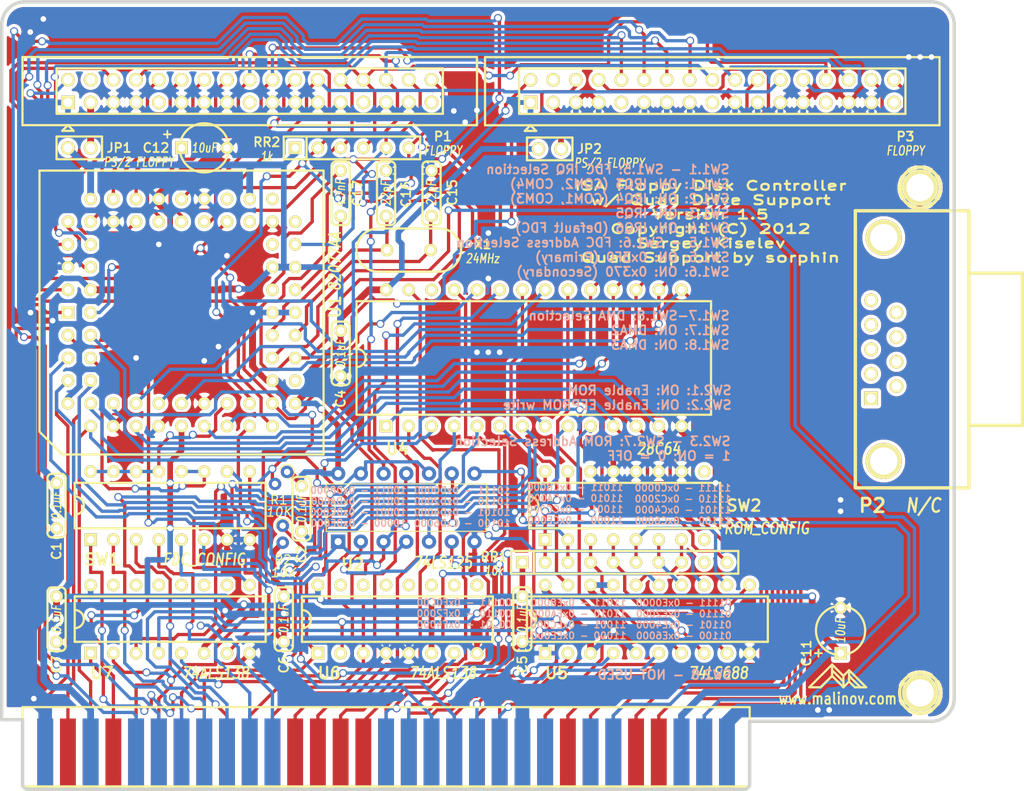
<source format=kicad_pcb>
(kicad_pcb (version 20171130) (host pcbnew "(5.1.6-0)")
  (title_block (date "21 dec 2012"))
  (layers (0 Front signal) (31 Back signal) (34 B.Paste user hide) (35 F.Paste user hide) (36 B.SilkS user) (37 F.SilkS user) (38 B.Mask user) (39 F.Mask user) (44 Edge.Cuts user))
  (net 0 "")
  (net 1 /A0)
  (net 2 /A1)
  (net 3 /A10)
  (net 4 /A11)
  (net 5 /A12)
  (net 6 /A13)
  (net 7 /A14)
  (net 8 /A15)
  (net 9 /A16)
  (net 10 /A17)
  (net 11 /A18)
  (net 12 /A19)
  (net 13 /A2)
  (net 14 /A3)
  (net 15 /A4)
  (net 16 /A5)
  (net 17 /A6)
  (net 18 /A7)
  (net 19 /A8)
  (net 20 /A9)
  (net 21 /AEN)
  (net 22 /D0)
  (net 23 /D1)
  (net 24 /D2)
  (net 25 /D3)
  (net 26 /D4)
  (net 27 /D5)
  (net 28 /D6)
  (net 29 /D7)
  (net 30 /DENSL)
  (net 31 /DIR)
  (net 32 /DRQ2)
  (net 33 /DSA)
  (net 34 /DSB)
  (net 35 /DSKCG)
  (net 36 /FLOPPY_VCC)
  (net 37 /HDSEL)
  (net 38 /INDEX)
  (net 39 /IRQ3)
  (net 40 /IRQ4)
  (net 41 /IRQ5)
  (net 42 /IRQ6)
  (net 43 /IRQ7)
  (net 44 /MEA)
  (net 45 /MEB)
  (net 46 /RDATA)
  (net 47 /RDY/~BUSY)
  (net 48 /RESETDRV)
  (net 49 /STEP)
  (net 50 /TC)
  (net 51 /TRK00)
  (net 52 /WDATA)
  (net 53 /WE)
  (net 54 /WP)
  (net 55 /~DACK2)
  (net 56 /~FDC_CS)
  (net 57 /~IOR)
  (net 58 /~IOW)
  (net 59 /~MEMR)
  (net 60 /~MEMW)
  (net 61 /~ROMW)
  (net 62 /~ROM_CS)
  (net 63 /~ROM_CS_IN)
  (net 64 GND)
  (net 65 VCC)
  (net 66 VSS)
  (net 67 VDD)
  (net 68 "Net-(C15-Pad1)")
  (net 69 "Net-(C16-Pad1)")
  (net 70 "Net-(C17-Pad1)")
  (net 71 "Net-(C17-Pad2)")
  (net 72 "Net-(P1-Pad4)")
  (net 73 /DRATE0)
  (net 74 "Net-(P1-Pad9)")
  (net 75 "Net-(P1-Pad17)")
  (net 76 "Net-(P1-Pad27)")
  (net 77 "Net-(P1-Pad33)")
  (net 78 "Net-(P2-Pad1)")
  (net 79 "Net-(P2-Pad2)")
  (net 80 "Net-(P2-Pad3)")
  (net 81 "Net-(P2-Pad4)")
  (net 82 "Net-(P2-Pad5)")
  (net 83 "Net-(P2-Pad9)")
  (net 84 "Net-(P2-Pad8)")
  (net 85 "Net-(P2-Pad7)")
  (net 86 "Net-(P2-Pad6)")
  (net 87 "Net-(P3-Pad4)")
  (net 88 "Net-(P3-Pad9)")
  (net 89 /ME2)
  (net 90 /DS3)
  (net 91 /DS2)
  (net 92 /ME3)
  (net 93 "Net-(P3-Pad17)")
  (net 94 "Net-(P3-Pad27)")
  (net 95 "Net-(P3-Pad33)")
  (net 96 "Net-(RR1-Pad4)")
  (net 97 "Net-(RR1-Pad5)")
  (net 98 "Net-(RR1-Pad6)")
  (net 99 "Net-(RR1-Pad7)")
  (net 100 "Net-(RR1-Pad8)")
  (net 101 "Net-(RR1-Pad9)")
  (net 102 /0x370)
  (net 103 /0x3F0)
  (net 104 /FDC_IRQ)
  (net 105 "Net-(SW2-Pad8)")
  (net 106 "Net-(SW2-Pad9)")
  (net 107 "Net-(U1-Pad29)")
  (net 108 "Net-(U1-Pad42)")
  (net 109 "Net-(U1-Pad43)")
  (net 110 "Net-(U1-Pad44)")
  (net 111 "Net-(U1-Pad47)")
  (net 112 "Net-(U1-Pad48)")
  (net 113 "Net-(U4-Pad26)")
  (net 114 "Net-(U6-Pad7)")
  (net 115 "Net-(U6-Pad9)")
  (net 116 "Net-(U6-Pad10)")
  (net 117 "Net-(U6-Pad11)")
  (net 118 "Net-(U6-Pad12)")
  (net 119 "Net-(U6-Pad13)")
  (net 120 "Net-(U6-Pad14)")
  (net 121 "Net-(U6-Pad15)")
  (net 122 "Net-(U7-Pad10)")
  (net 123 "Net-(U7-Pad11)")
  (net 124 "Net-(U7-Pad12)")
  (net 125 "Net-(U7-Pad14)")
  (net 126 "Net-(U7-Pad15)")
  (net 127 /~DACK3)
  (net 128 /DRQ3)
  (net 129 /DRQ)
  (net 130 /~DACK)
  (net 131 /GT2)
  (net 132 /GT3)
  (net 133 "Net-(U7-Pad13)")
  (module Resistor_THT:R_Axial_DIN0204_L3.6mm_D1.6mm_P1.90mm_Vertical (layer Front) (at 130.69 105.12 270)
    (fp_text reference R2 (at 3.82 -0.03 180) (layer F.SilkS))
    (fp_text value 10K (at 5.25 -0.09 180) (layer F.SilkS) (effects (font (thickness 0.15) italic)))
    (pad 1 thru_hole circle (at 0 0 270) (size 1.4 1.4) (drill 0.7) (layers *.Cu *.Mask) (net 132 /GT3))
    (pad 2 thru_hole oval (at 1.9 0 270) (size 1.4 1.4) (drill 0.7) (layers *.Cu *.Mask) (net 65 VCC))
  )
  (module Resistor_THT:R_Axial_DIN0204_L3.6mm_D1.6mm_P1.90mm_Vertical (layer Front) (at 131.17 99.11 225)
    (fp_text reference R1 (at 2.856711 -1.569777) (layer F.SilkS))
    (fp_text value 10K (at 3.804234 -2.545584 180) (layer F.SilkS) (effects (font (thickness 0.15) italic)))
    (pad 2 thru_hole oval (at 1.9 0 225) (size 1.4 1.4) (drill 0.7) (layers *.Cu *.Mask) (net 131 /GT2))
    (pad 1 thru_hole circle (at 0 0 225) (size 1.4 1.4) (drill 0.7) (layers *.Cu *.Mask) (net 65 VCC))
  )
  (module Package_DIP:DIP-14_W7.62mm (layer Front) (at 136.88 106.91 90)
    (fp_text reference U2 (at -2.53 1.61 180) (layer F.SilkS) (effects (font (size 1.27 1.27) (thickness 0.254))))
    (fp_text value 74LS125 (at -2.36 11.7 180) (layer F.SilkS) (effects (font (size 1.27 1.016) (thickness 0.2032) italic)))
    (pad 1 thru_hole rect (at 0 0 90) (size 1.6 1.6) (drill 0.8) (layers *.Cu *.Mask) (net 132 /GT3))
    (pad 8 thru_hole oval (at 7.62 15.24 90) (size 1.6 1.6) (drill 0.8) (layers *.Cu *.Mask) (net 32 /DRQ2))
    (pad 2 thru_hole oval (at 0 2.54 90) (size 1.6 1.6) (drill 0.8) (layers *.Cu *.Mask) (net 127 /~DACK3))
    (pad 9 thru_hole oval (at 7.62 12.7 90) (size 1.6 1.6) (drill 0.8) (layers *.Cu *.Mask) (net 129 /DRQ))
    (pad 3 thru_hole oval (at 0 5.08 90) (size 1.6 1.6) (drill 0.8) (layers *.Cu *.Mask) (net 130 /~DACK))
    (pad 10 thru_hole oval (at 7.62 10.16 90) (size 1.6 1.6) (drill 0.8) (layers *.Cu *.Mask) (net 131 /GT2))
    (pad 4 thru_hole oval (at 0 7.62 90) (size 1.6 1.6) (drill 0.8) (layers *.Cu *.Mask) (net 132 /GT3))
    (pad 11 thru_hole oval (at 7.62 7.62 90) (size 1.6 1.6) (drill 0.8) (layers *.Cu *.Mask) (net 130 /~DACK))
    (pad 5 thru_hole oval (at 0 10.16 90) (size 1.6 1.6) (drill 0.8) (layers *.Cu *.Mask) (net 129 /DRQ))
    (pad 12 thru_hole oval (at 7.62 5.08 90) (size 1.6 1.6) (drill 0.8) (layers *.Cu *.Mask) (net 55 /~DACK2))
    (pad 6 thru_hole oval (at 0 12.7 90) (size 1.6 1.6) (drill 0.8) (layers *.Cu *.Mask) (net 128 /DRQ3))
    (pad 13 thru_hole oval (at 7.62 2.54 90) (size 1.6 1.6) (drill 0.8) (layers *.Cu *.Mask) (net 131 /GT2))
    (pad 7 thru_hole oval (at 0 15.24 90) (size 1.6 1.6) (drill 0.8) (layers *.Cu *.Mask) (net 64 GND))
    (pad 14 thru_hole oval (at 7.62 0 90) (size 1.6 1.6) (drill 0.8) (layers *.Cu *.Mask) (net 65 VCC))
  )
  (module Cap_Cer_504 (layer Front) (at 132.79 103.22 270)
    (fp_text reference C2 (at 5.08 0 270) (layer F.SilkS) (effects (font (size 1.016 1.016) (thickness 0.2032))))
    (fp_text value 0.1uF (at 0 0 270) (layer F.SilkS) (effects (font (size 1.016 0.762) (thickness 0.1524) italic)))
    (pad 1 thru_hole circle (at -2.54 0 270) (size 1.397 1.397) (drill 0.8128) (layers *.Cu *.Mask F.SilkS) (net 65 VCC))
    (pad 2 thru_hole circle (at 2.54 0 270) (size 1.397 1.397) (drill 0.8128) (layers *.Cu *.Mask F.SilkS) (net 64 GND))
  )
  (module DIP16_300 (layer Front) (at 118.11 102.87)
    (fp_text reference SW1 (at -7.62 6.0325) (layer F.SilkS) (effects (font (size 1.27 1.27) (thickness 0.254))))
    (fp_text value FDC_CONFIG (at 3.81 6.0325) (layer F.SilkS) (effects (font (size 1.27 1.016) (thickness 0.2032) italic)))
    (pad 1 thru_hole rect (at -8.89 3.81) (size 1.397 1.397) (drill 0.8128) (layers *.Cu *.Mask F.SilkS) (net 39 /IRQ3))
    (pad 2 thru_hole circle (at -6.35 3.81) (size 1.397 1.397) (drill 0.8128) (layers *.Cu *.Mask F.SilkS) (net 40 /IRQ4))
    (pad 3 thru_hole circle (at -3.81 3.81) (size 1.397 1.397) (drill 0.8128) (layers *.Cu *.Mask F.SilkS) (net 41 /IRQ5))
    (pad 4 thru_hole circle (at -1.27 3.81) (size 1.397 1.397) (drill 0.8128) (layers *.Cu *.Mask F.SilkS) (net 42 /IRQ6))
    (pad 5 thru_hole circle (at 1.27 3.81) (size 1.397 1.397) (drill 0.8128) (layers *.Cu *.Mask F.SilkS) (net 102 /0x370))
    (pad 6 thru_hole circle (at 3.81 3.81) (size 1.397 1.397) (drill 0.8128) (layers *.Cu *.Mask F.SilkS) (net 103 /0x3F0))
    (pad 7 thru_hole circle (at 6.35 3.81) (size 1.397 1.397) (drill 0.8128) (layers *.Cu *.Mask F.SilkS) (net 64 GND))
    (pad 8 thru_hole circle (at 8.89 3.81) (size 1.397 1.397) (drill 0.8128) (layers *.Cu *.Mask F.SilkS) (net 64 GND))
    (pad 9 thru_hole circle (at 8.89 -3.81) (size 1.397 1.397) (drill 0.8128) (layers *.Cu *.Mask F.SilkS) (net 132 /GT3))
    (pad 10 thru_hole circle (at 6.35 -3.81) (size 1.397 1.397) (drill 0.8128) (layers *.Cu *.Mask F.SilkS) (net 131 /GT2))
    (pad 11 thru_hole circle (at 3.81 -3.81) (size 1.397 1.397) (drill 0.8128) (layers *.Cu *.Mask F.SilkS) (net 56 /~FDC_CS))
    (pad 12 thru_hole circle (at 1.27 -3.81) (size 1.397 1.397) (drill 0.8128) (layers *.Cu *.Mask F.SilkS) (net 56 /~FDC_CS))
    (pad 13 thru_hole circle (at -1.27 -3.81) (size 1.397 1.397) (drill 0.8128) (layers *.Cu *.Mask F.SilkS) (net 104 /FDC_IRQ))
    (pad 14 thru_hole circle (at -3.81 -3.81) (size 1.397 1.397) (drill 0.8128) (layers *.Cu *.Mask F.SilkS) (net 104 /FDC_IRQ))
    (pad 15 thru_hole circle (at -6.35 -3.81) (size 1.397 1.397) (drill 0.8128) (layers *.Cu *.Mask F.SilkS) (net 104 /FDC_IRQ))
    (pad 16 thru_hole circle (at -8.89 -3.81) (size 1.397 1.397) (drill 0.8128) (layers *.Cu *.Mask F.SilkS) (net 104 /FDC_IRQ))
  )
  (module Conn_Bus_ISA8 (layer Front) (at 142.24 130.4925)
    (fp_text reference BUS1 hide)
    (fp_text value BUSPC_DEV hide)
    (pad 1 connect rect (at 38.1 0) (size 1.778 7.62) (layers Back B.Mask) (net 64 GND))
    (pad 2 connect rect (at 35.56 0) (size 1.778 7.62) (layers Back B.Mask) (net 48 /RESETDRV))
    (pad 3 connect rect (at 33.02 0) (size 1.778 7.62) (layers Back B.Mask) (net 65 VCC))
    (pad 6 connect rect (at 25.4 0) (size 1.778 7.62) (layers Back B.Mask) (net 32 /DRQ2))
    (pad 7 connect rect (at 22.86 0) (size 1.778 7.62) (layers Back B.Mask) (net 66 VSS))
    (pad 9 connect rect (at 17.78 0) (size 1.778 7.62) (layers Back B.Mask) (net 67 VDD))
    (pad 10 connect rect (at 15.24 0) (size 1.778 7.62) (layers Back B.Mask) (net 64 GND))
    (pad 11 connect rect (at 12.7 0) (size 1.778 7.62) (layers Back B.Mask) (net 60 /~MEMW))
    (pad 12 connect rect (at 10.16 0) (size 1.778 7.62) (layers Back B.Mask) (net 59 /~MEMR))
    (pad 13 connect rect (at 7.62 0) (size 1.778 7.62) (layers Back B.Mask) (net 58 /~IOW))
    (pad 14 connect rect (at 5.08 0) (size 1.778 7.62) (layers Back B.Mask) (net 57 /~IOR))
    (pad 21 connect rect (at -12.7 0) (size 1.778 7.62) (layers Back B.Mask) (net 43 /IRQ7))
    (pad 22 connect rect (at -15.24 0) (size 1.778 7.62) (layers Back B.Mask) (net 42 /IRQ6))
    (pad 23 connect rect (at -17.78 0) (size 1.778 7.62) (layers Back B.Mask) (net 41 /IRQ5))
    (pad 24 connect rect (at -20.32 0) (size 1.778 7.62) (layers Back B.Mask) (net 40 /IRQ4))
    (pad 25 connect rect (at -22.86 0) (size 1.778 7.62) (layers Back B.Mask) (net 39 /IRQ3))
    (pad 26 connect rect (at -25.4 0) (size 1.778 7.62) (layers Back B.Mask) (net 55 /~DACK2))
    (pad 27 connect rect (at -27.94 0) (size 1.778 7.62) (layers Back B.Mask) (net 50 /TC))
    (pad 29 connect rect (at -33.02 0) (size 1.778 7.62) (layers Back B.Mask) (net 65 VCC))
    (pad 31 connect rect (at -38.1 0) (size 1.778 7.62) (layers Back B.Mask) (net 64 GND))
    (pad 33 connect rect (at 35.56 0) (size 1.778 7.62) (layers Front F.Mask) (net 29 /D7))
    (pad 34 connect rect (at 33.02 0) (size 1.778 7.62) (layers Front F.Mask) (net 28 /D6))
    (pad 35 connect rect (at 30.48 0) (size 1.778 7.62) (layers Front F.Mask) (net 27 /D5))
    (pad 36 connect rect (at 27.94 0) (size 1.778 7.62) (layers Front F.Mask) (net 26 /D4))
    (pad 37 connect rect (at 25.4 0) (size 1.778 7.62) (layers Front F.Mask) (net 25 /D3))
    (pad 38 connect rect (at 22.86 0) (size 1.778 7.62) (layers Front F.Mask) (net 24 /D2))
    (pad 39 connect rect (at 20.32 0) (size 1.778 7.62) (layers Front F.Mask) (net 23 /D1))
    (pad 40 connect rect (at 17.78 0) (size 1.778 7.62) (layers Front F.Mask) (net 22 /D0))
    (pad 42 connect rect (at 12.7 0) (size 1.778 7.62) (layers Front F.Mask) (net 21 /AEN))
    (pad 43 connect rect (at 10.16 0) (size 1.778 7.62) (layers Front F.Mask) (net 12 /A19))
    (pad 44 connect rect (at 7.62 0) (size 1.778 7.62) (layers Front F.Mask) (net 11 /A18))
    (pad 45 connect rect (at 5.08 0) (size 1.778 7.62) (layers Front F.Mask) (net 10 /A17))
    (pad 46 connect rect (at 2.54 0) (size 1.778 7.62) (layers Front F.Mask) (net 9 /A16))
    (pad 47 connect rect (at 0 0) (size 1.778 7.62) (layers Front F.Mask) (net 8 /A15))
    (pad 48 connect rect (at -2.54 0) (size 1.778 7.62) (layers Front F.Mask) (net 7 /A14))
    (pad 49 connect rect (at -5.08 0) (size 1.778 7.62) (layers Front F.Mask) (net 6 /A13))
    (pad 50 connect rect (at -7.62 0) (size 1.778 7.62) (layers Front F.Mask) (net 5 /A12))
    (pad 51 connect rect (at -10.16 0) (size 1.778 7.62) (layers Front F.Mask) (net 4 /A11))
    (pad 52 connect rect (at -12.7 0) (size 1.778 7.62) (layers Front F.Mask) (net 3 /A10))
    (pad 53 connect rect (at -15.24 0) (size 1.778 7.62) (layers Front F.Mask) (net 20 /A9))
    (pad 54 connect rect (at -17.78 0) (size 1.778 7.62) (layers Front F.Mask) (net 19 /A8))
    (pad 55 connect rect (at -20.32 0) (size 1.778 7.62) (layers Front F.Mask) (net 18 /A7))
    (pad 56 connect rect (at -22.86 0) (size 1.778 7.62) (layers Front F.Mask) (net 17 /A6))
    (pad 57 connect rect (at -25.4 0) (size 1.778 7.62) (layers Front F.Mask) (net 16 /A5))
    (pad 58 connect rect (at -27.94 0) (size 1.778 7.62) (layers Front F.Mask) (net 15 /A4))
    (pad 59 connect rect (at -30.48 0) (size 1.778 7.62) (layers Front F.Mask) (net 14 /A3))
    (pad 60 connect rect (at -33.02 0) (size 1.778 7.62) (layers Front F.Mask) (net 13 /A2))
    (pad 61 connect rect (at -35.56 0) (size 1.778 7.62) (layers Front F.Mask) (net 2 /A1))
    (pad 62 connect rect (at -38.1 0) (size 1.778 7.62) (layers Front F.Mask) (net 1 /A0))
    (pad 15 connect rect (at 2.54 0) (size 1.778 7.62) (layers Back B.Mask) (net 127 /~DACK3))
    (pad 16 connect rect (at 0 0) (size 1.778 7.62) (layers Back B.Mask) (net 128 /DRQ3))
  )
  (module Conn_Pin_Header_2x1_Nokey (layer Front) (at 160.53 62.98)
    (fp_text reference JP2 (at 4.445 0) (layer F.SilkS) (effects (font (size 1.016 1.016) (thickness 0.2032))))
    (fp_text value "PS/2 FLOPPY" (at 6.6675 1.5875) (layer F.SilkS) (effects (font (size 1.016 0.762) (thickness 0.1524) italic)))
    (pad 2 thru_hole circle (at 1.27 0) (size 1.524 1.524) (drill 1.016) (layers *.Cu *.Mask F.SilkS) (net 36 /FLOPPY_VCC))
    (pad 1 thru_hole oval (at -1.27 0) (size 1.524 1.524) (drill 1.016) (layers *.Cu *.Mask F.SilkS) (net 65 VCC))
  )
  (module Conn_Pin_Header_17x2_Shroud (layer Front) (at 178.7 56.525)
    (fp_text reference P3 (at 21.59 5.08) (layer F.SilkS) (effects (font (size 1.016 1.016) (thickness 0.2032))))
    (fp_text value FLOPPY (at 21.59 6.6675) (layer F.SilkS) (effects (font (size 1.016 0.762) (thickness 0.1524) italic)))
    (pad 1 thru_hole rect (at -20.32 1.27) (size 1.524 1.524) (drill 1.016) (layers *.Cu *.Mask F.SilkS) (net 64 GND))
    (pad 2 thru_hole circle (at -20.32 -1.27) (size 1.524 1.524) (drill 1.016) (layers *.Cu *.Mask F.SilkS) (net 30 /DENSL))
    (pad 3 thru_hole circle (at -17.78 1.27) (size 1.524 1.524) (drill 1.016) (layers *.Cu *.Mask F.SilkS) (net 36 /FLOPPY_VCC))
    (pad 4 thru_hole circle (at -17.78 -1.27) (size 1.524 1.524) (drill 1.016) (layers *.Cu *.Mask F.SilkS) (net 87 "Net-(P3-Pad4)"))
    (pad 5 thru_hole circle (at -15.24 1.27) (size 1.524 1.524) (drill 1.016) (layers *.Cu *.Mask F.SilkS) (net 64 GND))
    (pad 6 thru_hole circle (at -15.24 -1.27) (size 1.524 1.524) (drill 1.016) (layers *.Cu *.Mask F.SilkS) (net 73 /DRATE0))
    (pad 7 thru_hole circle (at -12.7 1.27) (size 1.524 1.524) (drill 1.016) (layers *.Cu *.Mask F.SilkS) (net 64 GND))
    (pad 8 thru_hole circle (at -12.7 -1.27) (size 1.524 1.524) (drill 1.016) (layers *.Cu *.Mask F.SilkS) (net 38 /INDEX))
    (pad 9 thru_hole circle (at -10.16 1.27) (size 1.524 1.524) (drill 1.016) (layers *.Cu *.Mask F.SilkS) (net 88 "Net-(P3-Pad9)"))
    (pad 10 thru_hole circle (at -10.16 -1.27) (size 1.524 1.524) (drill 1.016) (layers *.Cu *.Mask F.SilkS) (net 89 /ME2))
    (pad 11 thru_hole circle (at -7.62 1.27) (size 1.524 1.524) (drill 1.016) (layers *.Cu *.Mask F.SilkS) (net 64 GND))
    (pad 12 thru_hole circle (at -7.62 -1.27) (size 1.524 1.524) (drill 1.016) (layers *.Cu *.Mask F.SilkS) (net 90 /DS3))
    (pad 13 thru_hole circle (at -5.08 1.27) (size 1.524 1.524) (drill 1.016) (layers *.Cu *.Mask F.SilkS) (net 64 GND))
    (pad 14 thru_hole circle (at -5.08 -1.27) (size 1.524 1.524) (drill 1.016) (layers *.Cu *.Mask F.SilkS) (net 91 /DS2))
    (pad 15 thru_hole circle (at -2.54 1.27) (size 1.524 1.524) (drill 1.016) (layers *.Cu *.Mask F.SilkS) (net 64 GND))
    (pad 16 thru_hole circle (at -2.54 -1.27) (size 1.524 1.524) (drill 1.016) (layers *.Cu *.Mask F.SilkS) (net 92 /ME3))
    (pad 17 thru_hole circle (at 0 1.27) (size 1.524 1.524) (drill 1.016) (layers *.Cu *.Mask F.SilkS) (net 93 "Net-(P3-Pad17)"))
    (pad 18 thru_hole circle (at 0 -1.27) (size 1.524 1.524) (drill 1.016) (layers *.Cu *.Mask F.SilkS) (net 31 /DIR))
    (pad 19 thru_hole circle (at 2.54 1.27) (size 1.524 1.524) (drill 1.016) (layers *.Cu *.Mask F.SilkS) (net 64 GND))
    (pad 20 thru_hole circle (at 2.54 -1.27) (size 1.524 1.524) (drill 1.016) (layers *.Cu *.Mask F.SilkS) (net 49 /STEP))
    (pad 21 thru_hole circle (at 5.08 1.27) (size 1.524 1.524) (drill 1.016) (layers *.Cu *.Mask F.SilkS) (net 64 GND))
    (pad 22 thru_hole circle (at 5.08 -1.27) (size 1.524 1.524) (drill 1.016) (layers *.Cu *.Mask F.SilkS) (net 52 /WDATA))
    (pad 23 thru_hole circle (at 7.62 1.27) (size 1.524 1.524) (drill 1.016) (layers *.Cu *.Mask F.SilkS) (net 64 GND))
    (pad 24 thru_hole circle (at 7.62 -1.27) (size 1.524 1.524) (drill 1.016) (layers *.Cu *.Mask F.SilkS) (net 53 /WE))
    (pad 25 thru_hole circle (at 10.16 1.27) (size 1.524 1.524) (drill 1.016) (layers *.Cu *.Mask F.SilkS) (net 64 GND))
    (pad 26 thru_hole circle (at 10.16 -1.27) (size 1.524 1.524) (drill 1.016) (layers *.Cu *.Mask F.SilkS) (net 51 /TRK00))
    (pad 28 thru_hole circle (at 12.7 -1.27) (size 1.524 1.524) (drill 1.016) (layers *.Cu *.Mask F.SilkS) (net 54 /WP))
    (pad 27 thru_hole circle (at 12.7 1.27) (size 1.524 1.524) (drill 1.016) (layers *.Cu *.Mask F.SilkS) (net 94 "Net-(P3-Pad27)"))
    (pad 30 thru_hole circle (at 15.24 -1.27) (size 1.524 1.524) (drill 1.016) (layers *.Cu *.Mask F.SilkS) (net 46 /RDATA))
    (pad 29 thru_hole circle (at 15.24 1.27) (size 1.524 1.524) (drill 1.016) (layers *.Cu *.Mask F.SilkS) (net 64 GND))
    (pad 31 thru_hole circle (at 17.78 1.27) (size 1.524 1.524) (drill 1.016) (layers *.Cu *.Mask F.SilkS) (net 64 GND))
    (pad 32 thru_hole circle (at 17.78 -1.27) (size 1.524 1.524) (drill 1.016) (layers *.Cu *.Mask F.SilkS) (net 37 /HDSEL))
    (pad 33 thru_hole circle (at 20.32 1.27) (size 1.524 1.524) (drill 1.016) (layers *.Cu *.Mask F.SilkS) (net 95 "Net-(P3-Pad33)"))
    (pad 34 thru_hole circle (at 20.32 -1.27) (size 1.524 1.524) (drill 1.016) (layers *.Cu *.Mask F.SilkS) (net 35 /DSKCG))
  )
  (module HOLE_3MM (layer Front) (at 201.93 67.31)
    (fp_text reference HOLE1 hide)
    (fp_text value CONN_1 hide)
    (pad 1 thru_hole circle (at 0 0) (size 4.064 4.064) (drill 3.048) (layers *.Cu *.Mask F.SilkS) (net 64 GND))
  )
  (module HOLE_3MM (layer Front) (at 201.93 123.825)
    (fp_text reference HOLE2 hide)
    (fp_text value CONN_1 hide)
    (pad 1 thru_hole circle (at 0 0) (size 4.064 4.064) (drill 3.048) (layers *.Cu *.Mask F.SilkS) (net 64 GND))
  )
  (module Cap_Tant_504 (layer Front) (at 193.04 116.84 90)
    (fp_text reference C11 (at -2.54 -3.81 90) (layer F.SilkS) (effects (font (size 1.016 1.016) (thickness 0.2032))))
    (fp_text value 10uF (at 0 0 90) (layer F.SilkS) (effects (font (size 1.016 0.762) (thickness 0.1524) italic)))
    (fp_text user + (at -2.54 -2.54 90) (layer F.SilkS) (effects (font (size 1.016 1.016) (thickness 0.2032))))
    (pad 1 thru_hole rect (at -2.54 0 90) (size 1.397 1.397) (drill 0.8128) (layers *.Cu *.Mask F.SilkS) (net 65 VCC))
    (pad 2 thru_hole circle (at 2.54 0 90) (size 1.397 1.397) (drill 0.8128) (layers *.Cu *.Mask F.SilkS) (net 64 GND))
  )
  (module Cap_Tant_504 (layer Front) (at 121.92 62.865)
    (fp_text reference C12 (at -5.3975 0) (layer F.SilkS) (effects (font (size 1.016 1.016) (thickness 0.2032))))
    (fp_text value 10uF (at 0 0) (layer F.SilkS) (effects (font (size 1.016 0.762) (thickness 0.1524) italic)))
    (fp_text user + (at -4.1275 -1.5875) (layer F.SilkS) (effects (font (size 1.016 1.016) (thickness 0.2032))))
    (pad 1 thru_hole rect (at -2.54 0) (size 1.397 1.397) (drill 0.8128) (layers *.Cu *.Mask F.SilkS) (net 65 VCC))
    (pad 2 thru_hole circle (at 2.54 0) (size 1.397 1.397) (drill 0.8128) (layers *.Cu *.Mask F.SilkS) (net 64 GND))
  )
  (module DIP20_300 (layer Front) (at 171.45 115.57)
    (fp_text reference U5 (at -10.16 6.0325) (layer F.SilkS) (effects (font (size 1.27 1.27) (thickness 0.254))))
    (fp_text value 74LS688 (at 7.9375 6.0325) (layer F.SilkS) (effects (font (size 1.27 1.016) (thickness 0.2032) italic)))
    (pad 1 thru_hole rect (at -11.43 3.81) (size 1.397 1.397) (drill 0.8128) (layers *.Cu *.Mask F.SilkS) (net 64 GND))
    (pad 2 thru_hole circle (at -8.89 3.81) (size 1.397 1.397) (drill 0.8128) (layers *.Cu *.Mask F.SilkS) (net 12 /A19))
    (pad 3 thru_hole circle (at -6.35 3.81) (size 1.397 1.397) (drill 0.8128) (layers *.Cu *.Mask F.SilkS) (net 65 VCC))
    (pad 4 thru_hole circle (at -3.81 3.81) (size 1.397 1.397) (drill 0.8128) (layers *.Cu *.Mask F.SilkS) (net 11 /A18))
    (pad 5 thru_hole circle (at -1.27 3.81) (size 1.397 1.397) (drill 0.8128) (layers *.Cu *.Mask F.SilkS) (net 65 VCC))
    (pad 6 thru_hole circle (at 1.27 3.81) (size 1.397 1.397) (drill 0.8128) (layers *.Cu *.Mask F.SilkS) (net 10 /A17))
    (pad 7 thru_hole circle (at 3.81 3.81) (size 1.397 1.397) (drill 0.8128) (layers *.Cu *.Mask F.SilkS) (net 96 "Net-(RR1-Pad4)"))
    (pad 8 thru_hole circle (at 6.35 3.81) (size 1.397 1.397) (drill 0.8128) (layers *.Cu *.Mask F.SilkS) (net 9 /A16))
    (pad 9 thru_hole circle (at 8.89 3.81) (size 1.397 1.397) (drill 0.8128) (layers *.Cu *.Mask F.SilkS) (net 97 "Net-(RR1-Pad5)"))
    (pad 10 thru_hole circle (at 11.43 3.81) (size 1.397 1.397) (drill 0.8128) (layers *.Cu *.Mask F.SilkS) (net 64 GND))
    (pad 11 thru_hole circle (at 11.43 -3.81) (size 1.397 1.397) (drill 0.8128) (layers *.Cu *.Mask F.SilkS) (net 8 /A15))
    (pad 12 thru_hole circle (at 8.89 -3.81) (size 1.397 1.397) (drill 0.8128) (layers *.Cu *.Mask F.SilkS) (net 98 "Net-(RR1-Pad6)"))
    (pad 13 thru_hole circle (at 6.35 -3.81) (size 1.397 1.397) (drill 0.8128) (layers *.Cu *.Mask F.SilkS) (net 7 /A14))
    (pad 14 thru_hole circle (at 3.81 -3.81) (size 1.397 1.397) (drill 0.8128) (layers *.Cu *.Mask F.SilkS) (net 99 "Net-(RR1-Pad7)"))
    (pad 15 thru_hole circle (at 1.27 -3.81) (size 1.397 1.397) (drill 0.8128) (layers *.Cu *.Mask F.SilkS) (net 6 /A13))
    (pad 16 thru_hole circle (at -1.27 -3.81) (size 1.397 1.397) (drill 0.8128) (layers *.Cu *.Mask F.SilkS) (net 100 "Net-(RR1-Pad8)"))
    (pad 17 thru_hole circle (at -3.81 -3.81) (size 1.397 1.397) (drill 0.8128) (layers *.Cu *.Mask F.SilkS) (net 64 GND))
    (pad 18 thru_hole circle (at -6.35 -3.81) (size 1.397 1.397) (drill 0.8128) (layers *.Cu *.Mask F.SilkS) (net 64 GND))
    (pad 19 thru_hole circle (at -8.89 -3.81) (size 1.397 1.397) (drill 0.8128) (layers *.Cu *.Mask F.SilkS) (net 63 /~ROM_CS_IN))
    (pad 20 thru_hole circle (at -11.43 -3.81) (size 1.397 1.397) (drill 0.8128) (layers *.Cu *.Mask F.SilkS) (net 65 VCC))
  )
  (module DIP16_300 (layer Front) (at 118.11 115.57)
    (fp_text reference U7 (at -7.62 6.0325) (layer F.SilkS) (effects (font (size 1.27 1.27) (thickness 0.254))))
    (fp_text value 74ALS138 (at 5.08 6.0325) (layer F.SilkS) (effects (font (size 1.27 1.016) (thickness 0.2032) italic)))
    (pad 1 thru_hole rect (at -8.89 3.81) (size 1.397 1.397) (drill 0.8128) (layers *.Cu *.Mask F.SilkS) (net 18 /A7))
    (pad 2 thru_hole circle (at -6.35 3.81) (size 1.397 1.397) (drill 0.8128) (layers *.Cu *.Mask F.SilkS) (net 16 /A5))
    (pad 3 thru_hole circle (at -3.81 3.81) (size 1.397 1.397) (drill 0.8128) (layers *.Cu *.Mask F.SilkS) (net 15 /A4))
    (pad 4 thru_hole circle (at -1.27 3.81) (size 1.397 1.397) (drill 0.8128) (layers *.Cu *.Mask F.SilkS) (net 21 /AEN))
    (pad 5 thru_hole circle (at 1.27 3.81) (size 1.397 1.397) (drill 0.8128) (layers *.Cu *.Mask F.SilkS) (net 114 "Net-(U6-Pad7)"))
    (pad 6 thru_hole circle (at 3.81 3.81) (size 1.397 1.397) (drill 0.8128) (layers *.Cu *.Mask F.SilkS) (net 65 VCC))
    (pad 7 thru_hole circle (at 6.35 3.81) (size 1.397 1.397) (drill 0.8128) (layers *.Cu *.Mask F.SilkS) (net 103 /0x3F0))
    (pad 8 thru_hole circle (at 8.89 3.81) (size 1.397 1.397) (drill 0.8128) (layers *.Cu *.Mask F.SilkS) (net 64 GND))
    (pad 9 thru_hole circle (at 8.89 -3.81) (size 1.397 1.397) (drill 0.8128) (layers *.Cu *.Mask F.SilkS) (net 102 /0x370))
    (pad 10 thru_hole circle (at 6.35 -3.81) (size 1.397 1.397) (drill 0.8128) (layers *.Cu *.Mask F.SilkS) (net 122 "Net-(U7-Pad10)"))
    (pad 11 thru_hole circle (at 3.81 -3.81) (size 1.397 1.397) (drill 0.8128) (layers *.Cu *.Mask F.SilkS) (net 123 "Net-(U7-Pad11)"))
    (pad 12 thru_hole circle (at 1.27 -3.81) (size 1.397 1.397) (drill 0.8128) (layers *.Cu *.Mask F.SilkS) (net 124 "Net-(U7-Pad12)"))
    (pad 13 thru_hole circle (at -1.27 -3.81) (size 1.397 1.397) (drill 0.8128) (layers *.Cu *.Mask F.SilkS) (net 133 "Net-(U7-Pad13)"))
    (pad 14 thru_hole circle (at -3.81 -3.81) (size 1.397 1.397) (drill 0.8128) (layers *.Cu *.Mask F.SilkS) (net 125 "Net-(U7-Pad14)"))
    (pad 15 thru_hole circle (at -6.35 -3.81) (size 1.397 1.397) (drill 0.8128) (layers *.Cu *.Mask F.SilkS) (net 126 "Net-(U7-Pad15)"))
    (pad 16 thru_hole circle (at -8.89 -3.81) (size 1.397 1.397) (drill 0.8128) (layers *.Cu *.Mask F.SilkS) (net 65 VCC))
  )
  (module DIP16_300 (layer Front) (at 143.51 115.57)
    (fp_text reference U6 (at -7.62 6.0325) (layer F.SilkS) (effects (font (size 1.27 1.27) (thickness 0.254))))
    (fp_text value 74ALS138 (at 5.08 6.0325) (layer F.SilkS) (effects (font (size 1.27 1.016) (thickness 0.2032) italic)))
    (pad 1 thru_hole rect (at -8.89 3.81) (size 1.397 1.397) (drill 0.8128) (layers *.Cu *.Mask F.SilkS) (net 17 /A6))
    (pad 2 thru_hole circle (at -6.35 3.81) (size 1.397 1.397) (drill 0.8128) (layers *.Cu *.Mask F.SilkS) (net 19 /A8))
    (pad 3 thru_hole circle (at -3.81 3.81) (size 1.397 1.397) (drill 0.8128) (layers *.Cu *.Mask F.SilkS) (net 20 /A9))
    (pad 4 thru_hole circle (at -1.27 3.81) (size 1.397 1.397) (drill 0.8128) (layers *.Cu *.Mask F.SilkS) (net 64 GND))
    (pad 5 thru_hole circle (at 1.27 3.81) (size 1.397 1.397) (drill 0.8128) (layers *.Cu *.Mask F.SilkS) (net 64 GND))
    (pad 6 thru_hole circle (at 3.81 3.81) (size 1.397 1.397) (drill 0.8128) (layers *.Cu *.Mask F.SilkS) (net 65 VCC))
    (pad 7 thru_hole circle (at 6.35 3.81) (size 1.397 1.397) (drill 0.8128) (layers *.Cu *.Mask F.SilkS) (net 114 "Net-(U6-Pad7)"))
    (pad 8 thru_hole circle (at 8.89 3.81) (size 1.397 1.397) (drill 0.8128) (layers *.Cu *.Mask F.SilkS) (net 64 GND))
    (pad 9 thru_hole circle (at 8.89 -3.81) (size 1.397 1.397) (drill 0.8128) (layers *.Cu *.Mask F.SilkS) (net 115 "Net-(U6-Pad9)"))
    (pad 10 thru_hole circle (at 6.35 -3.81) (size 1.397 1.397) (drill 0.8128) (layers *.Cu *.Mask F.SilkS) (net 116 "Net-(U6-Pad10)"))
    (pad 11 thru_hole circle (at 3.81 -3.81) (size 1.397 1.397) (drill 0.8128) (layers *.Cu *.Mask F.SilkS) (net 117 "Net-(U6-Pad11)"))
    (pad 12 thru_hole circle (at 1.27 -3.81) (size 1.397 1.397) (drill 0.8128) (layers *.Cu *.Mask F.SilkS) (net 118 "Net-(U6-Pad12)"))
    (pad 13 thru_hole circle (at -1.27 -3.81) (size 1.397 1.397) (drill 0.8128) (layers *.Cu *.Mask F.SilkS) (net 119 "Net-(U6-Pad13)"))
    (pad 14 thru_hole circle (at -3.81 -3.81) (size 1.397 1.397) (drill 0.8128) (layers *.Cu *.Mask F.SilkS) (net 120 "Net-(U6-Pad14)"))
    (pad 15 thru_hole circle (at -6.35 -3.81) (size 1.397 1.397) (drill 0.8128) (layers *.Cu *.Mask F.SilkS) (net 121 "Net-(U6-Pad15)"))
    (pad 16 thru_hole circle (at -8.89 -3.81) (size 1.397 1.397) (drill 0.8128) (layers *.Cu *.Mask F.SilkS) (net 65 VCC))
  )
  (module DIP16_300 (layer Front) (at 168.91 102.87)
    (fp_text reference SW2 (at 13.335 0) (layer F.SilkS) (effects (font (size 1.27 1.27) (thickness 0.254))))
    (fp_text value ROM_CONFIG (at 15.875 2.54) (layer F.SilkS) (effects (font (size 1.27 1.016) (thickness 0.2032) italic)))
    (pad 1 thru_hole rect (at -8.89 3.81) (size 1.397 1.397) (drill 0.8128) (layers *.Cu *.Mask F.SilkS) (net 62 /~ROM_CS))
    (pad 2 thru_hole circle (at -6.35 3.81) (size 1.397 1.397) (drill 0.8128) (layers *.Cu *.Mask F.SilkS) (net 61 /~ROMW))
    (pad 3 thru_hole circle (at -3.81 3.81) (size 1.397 1.397) (drill 0.8128) (layers *.Cu *.Mask F.SilkS) (net 96 "Net-(RR1-Pad4)"))
    (pad 4 thru_hole circle (at -1.27 3.81) (size 1.397 1.397) (drill 0.8128) (layers *.Cu *.Mask F.SilkS) (net 97 "Net-(RR1-Pad5)"))
    (pad 5 thru_hole circle (at 1.27 3.81) (size 1.397 1.397) (drill 0.8128) (layers *.Cu *.Mask F.SilkS) (net 98 "Net-(RR1-Pad6)"))
    (pad 6 thru_hole circle (at 3.81 3.81) (size 1.397 1.397) (drill 0.8128) (layers *.Cu *.Mask F.SilkS) (net 99 "Net-(RR1-Pad7)"))
    (pad 7 thru_hole circle (at 6.35 3.81) (size 1.397 1.397) (drill 0.8128) (layers *.Cu *.Mask F.SilkS) (net 100 "Net-(RR1-Pad8)"))
    (pad 8 thru_hole circle (at 8.89 3.81) (size 1.397 1.397) (drill 0.8128) (layers *.Cu *.Mask F.SilkS) (net 105 "Net-(SW2-Pad8)"))
    (pad 9 thru_hole circle (at 8.89 -3.81) (size 1.397 1.397) (drill 0.8128) (layers *.Cu *.Mask F.SilkS) (net 106 "Net-(SW2-Pad9)"))
    (pad 10 thru_hole circle (at 6.35 -3.81) (size 1.397 1.397) (drill 0.8128) (layers *.Cu *.Mask F.SilkS) (net 64 GND))
    (pad 11 thru_hole circle (at 3.81 -3.81) (size 1.397 1.397) (drill 0.8128) (layers *.Cu *.Mask F.SilkS) (net 64 GND))
    (pad 12 thru_hole circle (at 1.27 -3.81) (size 1.397 1.397) (drill 0.8128) (layers *.Cu *.Mask F.SilkS) (net 64 GND))
    (pad 13 thru_hole circle (at -1.27 -3.81) (size 1.397 1.397) (drill 0.8128) (layers *.Cu *.Mask F.SilkS) (net 64 GND))
    (pad 14 thru_hole circle (at -3.81 -3.81) (size 1.397 1.397) (drill 0.8128) (layers *.Cu *.Mask F.SilkS) (net 64 GND))
    (pad 15 thru_hole circle (at -6.35 -3.81) (size 1.397 1.397) (drill 0.8128) (layers *.Cu *.Mask F.SilkS) (net 60 /~MEMW))
    (pad 16 thru_hole circle (at -8.89 -3.81) (size 1.397 1.397) (drill 0.8128) (layers *.Cu *.Mask F.SilkS) (net 63 /~ROM_CS_IN))
  )
  (module Conn_Dsub_DE9M (layer Front) (at 197.866 85.3948 270)
    (fp_text reference P2 (at 17.4752 1.27) (layer F.SilkS) (effects (font (size 1.524 1.524) (thickness 0.3048))))
    (fp_text value N/C (at 17.4752 -4.445) (layer F.SilkS) (effects (font (size 1.524 1.27) (thickness 0.254) italic)))
    (pad "" thru_hole circle (at 12.49426 0 270) (size 4.04876 4.04876) (drill 3.05054) (layers *.Cu *.Mask F.SilkS))
    (pad "" thru_hole circle (at -12.49426 0 270) (size 4.04876 4.04876) (drill 3.05054) (layers *.Cu *.Mask F.SilkS))
    (pad 1 thru_hole rect (at 5.4864 1.4224 270) (size 1.524 1.524) (drill 1.0414) (layers *.Cu *.Mask F.SilkS) (net 78 "Net-(P2-Pad1)"))
    (pad 2 thru_hole circle (at 2.7432 1.4224 270) (size 1.524 1.524) (drill 1.0414) (layers *.Cu *.Mask F.SilkS) (net 79 "Net-(P2-Pad2)"))
    (pad 3 thru_hole circle (at 0 1.4224 270) (size 1.524 1.524) (drill 1.0414) (layers *.Cu *.Mask F.SilkS) (net 80 "Net-(P2-Pad3)"))
    (pad 4 thru_hole circle (at -2.7432 1.4224 270) (size 1.524 1.524) (drill 1.0414) (layers *.Cu *.Mask F.SilkS) (net 81 "Net-(P2-Pad4)"))
    (pad 5 thru_hole circle (at -5.4864 1.4224 270) (size 1.524 1.524) (drill 1.0414) (layers *.Cu *.Mask F.SilkS) (net 82 "Net-(P2-Pad5)"))
    (pad 9 thru_hole circle (at -4.1148 -1.4224 270) (size 1.524 1.524) (drill 1.0414) (layers *.Cu *.Mask F.SilkS) (net 83 "Net-(P2-Pad9)"))
    (pad 8 thru_hole circle (at -1.3716 -1.4224 270) (size 1.524 1.524) (drill 1.0414) (layers *.Cu *.Mask F.SilkS) (net 84 "Net-(P2-Pad8)"))
    (pad 7 thru_hole circle (at 1.397 -1.4224 270) (size 1.524 1.524) (drill 1.0414) (layers *.Cu *.Mask F.SilkS) (net 85 "Net-(P2-Pad7)"))
    (pad 6 thru_hole circle (at 4.1148 -1.4224 270) (size 1.524 1.524) (drill 1.0414) (layers *.Cu *.Mask F.SilkS) (net 86 "Net-(P2-Pad6)"))
  )
  (module Cap_Cer_504 (layer Front) (at 105.41 102.87 270)
    (fp_text reference C1 (at 5.08 0 270) (layer F.SilkS) (effects (font (size 1.016 1.016) (thickness 0.2032))))
    (fp_text value 0.1uF (at 0 0 270) (layer F.SilkS) (effects (font (size 1.016 0.762) (thickness 0.1524) italic)))
    (pad 1 thru_hole circle (at -2.54 0 270) (size 1.397 1.397) (drill 0.8128) (layers *.Cu *.Mask F.SilkS) (net 65 VCC))
    (pad 2 thru_hole circle (at 2.54 0 270) (size 1.397 1.397) (drill 0.8128) (layers *.Cu *.Mask F.SilkS) (net 64 GND))
  )
  (module Cap_Cer_504 (layer Front) (at 105.41 115.57 270)
    (fp_text reference C7 (at 5.08 0 270) (layer F.SilkS) (effects (font (size 1.016 1.016) (thickness 0.2032))))
    (fp_text value 0.1uF (at 0 0 270) (layer F.SilkS) (effects (font (size 1.016 0.762) (thickness 0.1524) italic)))
    (pad 1 thru_hole circle (at -2.54 0 270) (size 1.397 1.397) (drill 0.8128) (layers *.Cu *.Mask F.SilkS) (net 65 VCC))
    (pad 2 thru_hole circle (at 2.54 0 270) (size 1.397 1.397) (drill 0.8128) (layers *.Cu *.Mask F.SilkS) (net 64 GND))
  )
  (module Cap_Cer_504 (layer Front) (at 130.81 115.57 270)
    (fp_text reference C6 (at 5.08 0 270) (layer F.SilkS) (effects (font (size 1.016 1.016) (thickness 0.2032))))
    (fp_text value 0.1uF (at 0 0 270) (layer F.SilkS) (effects (font (size 1.016 0.762) (thickness 0.1524) italic)))
    (pad 1 thru_hole circle (at -2.54 0 270) (size 1.397 1.397) (drill 0.8128) (layers *.Cu *.Mask F.SilkS) (net 65 VCC))
    (pad 2 thru_hole circle (at 2.54 0 270) (size 1.397 1.397) (drill 0.8128) (layers *.Cu *.Mask F.SilkS) (net 64 GND))
  )
  (module Cap_Cer_504 (layer Front) (at 157.47 115.56 270)
    (fp_text reference C5 (at 5.08 0 270) (layer F.SilkS) (effects (font (size 1.016 1.016) (thickness 0.2032))))
    (fp_text value 0.1uF (at 0 0 270) (layer F.SilkS) (effects (font (size 1.016 0.762) (thickness 0.1524) italic)))
    (pad 1 thru_hole circle (at -2.54 0 270) (size 1.397 1.397) (drill 0.8128) (layers *.Cu *.Mask F.SilkS) (net 65 VCC))
    (pad 2 thru_hole circle (at 2.54 0 270) (size 1.397 1.397) (drill 0.8128) (layers *.Cu *.Mask F.SilkS) (net 64 GND))
  )
  (module Cap_Cer_504 (layer Front) (at 137.17 85.85 270)
    (fp_text reference C4 (at 5.08 0 270) (layer F.SilkS) (effects (font (size 1.016 1.016) (thickness 0.2032))))
    (fp_text value 0.1uF (at 0 0 270) (layer F.SilkS) (effects (font (size 1.016 0.762) (thickness 0.1524) italic)))
    (pad 1 thru_hole circle (at -2.54 0 270) (size 1.397 1.397) (drill 0.8128) (layers *.Cu *.Mask F.SilkS) (net 65 VCC))
    (pad 2 thru_hole circle (at 2.54 0 270) (size 1.397 1.397) (drill 0.8128) (layers *.Cu *.Mask F.SilkS) (net 64 GND))
  )
  (module Cap_Cer_504 (layer Front) (at 142.24 67.945 90)
    (fp_text reference C16 (at -0.105 2.23 90) (layer F.SilkS) (effects (font (size 1.016 1.016) (thickness 0.2032))))
    (fp_text value 22pF (at 0 0 90) (layer F.SilkS) (effects (font (size 1.016 0.762) (thickness 0.1524) italic)))
    (pad 1 thru_hole circle (at -2.54 0 90) (size 1.397 1.397) (drill 0.8128) (layers *.Cu *.Mask F.SilkS) (net 69 "Net-(C16-Pad1)"))
    (pad 2 thru_hole circle (at 2.54 0 90) (size 1.397 1.397) (drill 0.8128) (layers *.Cu *.Mask F.SilkS) (net 64 GND))
  )
  (module Cap_Cer_504 (layer Front) (at 147.32 67.945 90)
    (fp_text reference C15 (at 0.085 2.32 90) (layer F.SilkS) (effects (font (size 1.016 1.016) (thickness 0.2032))))
    (fp_text value 22pF (at 0 0 90) (layer F.SilkS) (effects (font (size 1.016 0.762) (thickness 0.1524) italic)))
    (pad 1 thru_hole circle (at -2.54 0 90) (size 1.397 1.397) (drill 0.8128) (layers *.Cu *.Mask F.SilkS) (net 68 "Net-(C15-Pad1)"))
    (pad 2 thru_hole circle (at 2.54 0 90) (size 1.397 1.397) (drill 0.8128) (layers *.Cu *.Mask F.SilkS) (net 64 GND))
  )
  (module DIP28_600 (layer Front) (at 158.75 86.36)
    (fp_text reference U4 (at -15.24 10.16) (layer F.SilkS) (effects (font (size 1.27 1.27) (thickness 0.254))))
    (fp_text value 28C64 (at 13.97 10.16) (layer F.SilkS) (effects (font (size 1.27 1.016) (thickness 0.2032) italic)))
    (pad 1 thru_hole rect (at -16.51 7.62) (size 1.397 1.397) (drill 0.8128) (layers *.Cu *.Mask F.SilkS) (net 47 /RDY/~BUSY))
    (pad 2 thru_hole circle (at -13.97 7.62) (size 1.397 1.397) (drill 0.8128) (layers *.Cu *.Mask F.SilkS) (net 5 /A12))
    (pad 3 thru_hole circle (at -11.43 7.62) (size 1.397 1.397) (drill 0.8128) (layers *.Cu *.Mask F.SilkS) (net 18 /A7))
    (pad 4 thru_hole circle (at -8.89 7.62) (size 1.397 1.397) (drill 0.8128) (layers *.Cu *.Mask F.SilkS) (net 17 /A6))
    (pad 5 thru_hole circle (at -6.35 7.62) (size 1.397 1.397) (drill 0.8128) (layers *.Cu *.Mask F.SilkS) (net 16 /A5))
    (pad 6 thru_hole circle (at -3.81 7.62) (size 1.397 1.397) (drill 0.8128) (layers *.Cu *.Mask F.SilkS) (net 15 /A4))
    (pad 7 thru_hole circle (at -1.27 7.62) (size 1.397 1.397) (drill 0.8128) (layers *.Cu *.Mask F.SilkS) (net 14 /A3))
    (pad 8 thru_hole circle (at 1.27 7.62) (size 1.397 1.397) (drill 0.8128) (layers *.Cu *.Mask F.SilkS) (net 13 /A2))
    (pad 9 thru_hole circle (at 3.81 7.62) (size 1.397 1.397) (drill 0.8128) (layers *.Cu *.Mask F.SilkS) (net 2 /A1))
    (pad 10 thru_hole circle (at 6.35 7.62) (size 1.397 1.397) (drill 0.8128) (layers *.Cu *.Mask F.SilkS) (net 1 /A0))
    (pad 11 thru_hole circle (at 8.89 7.62) (size 1.397 1.397) (drill 0.8128) (layers *.Cu *.Mask F.SilkS) (net 22 /D0))
    (pad 12 thru_hole circle (at 11.43 7.62) (size 1.397 1.397) (drill 0.8128) (layers *.Cu *.Mask F.SilkS) (net 23 /D1))
    (pad 13 thru_hole circle (at 13.97 7.62) (size 1.397 1.397) (drill 0.8128) (layers *.Cu *.Mask F.SilkS) (net 24 /D2))
    (pad 14 thru_hole circle (at 16.51 7.62) (size 1.397 1.397) (drill 0.8128) (layers *.Cu *.Mask F.SilkS) (net 64 GND))
    (pad 15 thru_hole circle (at 16.51 -7.62) (size 1.397 1.397) (drill 0.8128) (layers *.Cu *.Mask F.SilkS) (net 25 /D3))
    (pad 16 thru_hole circle (at 13.97 -7.62) (size 1.397 1.397) (drill 0.8128) (layers *.Cu *.Mask F.SilkS) (net 26 /D4))
    (pad 17 thru_hole circle (at 11.43 -7.62) (size 1.397 1.397) (drill 0.8128) (layers *.Cu *.Mask F.SilkS) (net 27 /D5))
    (pad 18 thru_hole circle (at 8.89 -7.62) (size 1.397 1.397) (drill 0.8128) (layers *.Cu *.Mask F.SilkS) (net 28 /D6))
    (pad 19 thru_hole circle (at 6.35 -7.62) (size 1.397 1.397) (drill 0.8128) (layers *.Cu *.Mask F.SilkS) (net 29 /D7))
    (pad 20 thru_hole circle (at 3.81 -7.62) (size 1.397 1.397) (drill 0.8128) (layers *.Cu *.Mask F.SilkS) (net 62 /~ROM_CS))
    (pad 21 thru_hole circle (at 1.27 -7.62) (size 1.397 1.397) (drill 0.8128) (layers *.Cu *.Mask F.SilkS) (net 3 /A10))
    (pad 22 thru_hole circle (at -1.27 -7.62) (size 1.397 1.397) (drill 0.8128) (layers *.Cu *.Mask F.SilkS) (net 59 /~MEMR))
    (pad 23 thru_hole circle (at -3.81 -7.62) (size 1.397 1.397) (drill 0.8128) (layers *.Cu *.Mask F.SilkS) (net 4 /A11))
    (pad 24 thru_hole circle (at -6.35 -7.62) (size 1.397 1.397) (drill 0.8128) (layers *.Cu *.Mask F.SilkS) (net 20 /A9))
    (pad 25 thru_hole circle (at -8.89 -7.62) (size 1.397 1.397) (drill 0.8128) (layers *.Cu *.Mask F.SilkS) (net 19 /A8))
    (pad 26 thru_hole circle (at -11.43 -7.62) (size 1.397 1.397) (drill 0.8128) (layers *.Cu *.Mask F.SilkS) (net 113 "Net-(U4-Pad26)"))
    (pad 27 thru_hole circle (at -13.97 -7.62) (size 1.397 1.397) (drill 0.8128) (layers *.Cu *.Mask F.SilkS) (net 61 /~ROMW))
    (pad 28 thru_hole circle (at -16.51 -7.62) (size 1.397 1.397) (drill 0.8128) (layers *.Cu *.Mask F.SilkS) (net 65 VCC))
  )
  (module Cap_Cer_504 (layer Front) (at 137.16 67.945 270)
    (fp_text reference C17 (at 0 -1.905 270) (layer F.SilkS) (effects (font (size 1.016 1.016) (thickness 0.2032))))
    (fp_text value 4.7nF (at 0 0 270) (layer F.SilkS) (effects (font (size 1.016 0.762) (thickness 0.1524) italic)))
    (pad 1 thru_hole circle (at -2.54 0 270) (size 1.397 1.397) (drill 0.8128) (layers *.Cu *.Mask F.SilkS) (net 70 "Net-(C17-Pad1)"))
    (pad 2 thru_hole circle (at 2.54 0 270) (size 1.397 1.397) (drill 0.8128) (layers *.Cu *.Mask F.SilkS) (net 71 "Net-(C17-Pad2)"))
  )
  (module PLCC68_TH (layer Front) (at 119.38 81.28 90)
    (fp_text reference U1 (at 0.635 17.145 90) (layer F.SilkS) (effects (font (size 1.27 1.27) (thickness 0.254))))
    (fp_text value 82077AA (at 5.715 17.145 90) (layer F.SilkS) (effects (font (size 1.27 1.016) (thickness 0.2032) italic)))
    (pad 1 thru_hole rect (at 0 -12.7) (size 1.397 1.397) (drill 0.8128) (layers *.Cu *.Mask F.SilkS) (net 54 /WP))
    (pad 2 thru_hole circle (at 0 -10.16) (size 1.397 1.397) (drill 0.8128) (layers *.Cu *.Mask F.SilkS) (net 51 /TRK00))
    (pad 3 thru_hole circle (at -2.54 -12.7) (size 1.397 1.397) (drill 0.8128) (layers *.Cu *.Mask F.SilkS) (net 130 /~DACK))
    (pad 4 thru_hole circle (at -2.54 -10.16) (size 1.397 1.397) (drill 0.8128) (layers *.Cu *.Mask F.SilkS) (net 57 /~IOR))
    (pad 5 thru_hole circle (at -5.08 -12.7) (size 1.397 1.397) (drill 0.8128) (layers *.Cu *.Mask F.SilkS) (net 58 /~IOW))
    (pad 6 thru_hole circle (at -5.08 -10.16) (size 1.397 1.397) (drill 0.8128) (layers *.Cu *.Mask F.SilkS) (net 56 /~FDC_CS))
    (pad 7 thru_hole circle (at -7.62 -12.7) (size 1.397 1.397) (drill 0.8128) (layers *.Cu *.Mask F.SilkS) (net 1 /A0))
    (pad 8 thru_hole circle (at -7.62 -10.16) (size 1.397 1.397) (drill 0.8128) (layers *.Cu *.Mask F.SilkS) (net 2 /A1))
    (pad 9 thru_hole circle (at -10.16 -12.7) (size 1.397 1.397) (drill 0.8128) (layers *.Cu *.Mask F.SilkS) (net 64 GND))
    (pad 10 thru_hole circle (at -12.7 -10.16) (size 1.397 1.397) (drill 0.8128) (layers *.Cu *.Mask F.SilkS) (net 13 /A2))
    (pad 11 thru_hole circle (at -10.16 -10.16) (size 1.397 1.397) (drill 0.8128) (layers *.Cu *.Mask F.SilkS) (net 22 /D0))
    (pad 12 thru_hole circle (at -12.7 -7.62) (size 1.397 1.397) (drill 0.8128) (layers *.Cu *.Mask F.SilkS) (net 64 GND))
    (pad 13 thru_hole circle (at -10.16 -7.62) (size 1.397 1.397) (drill 0.8128) (layers *.Cu *.Mask F.SilkS) (net 23 /D1))
    (pad 14 thru_hole circle (at -12.7 -5.08) (size 1.397 1.397) (drill 0.8128) (layers *.Cu *.Mask F.SilkS) (net 24 /D2))
    (pad 15 thru_hole circle (at -10.16 -5.08) (size 1.397 1.397) (drill 0.8128) (layers *.Cu *.Mask F.SilkS) (net 25 /D3))
    (pad 16 thru_hole circle (at -12.7 -2.54) (size 1.397 1.397) (drill 0.8128) (layers *.Cu *.Mask F.SilkS) (net 64 GND))
    (pad 17 thru_hole circle (at -10.16 -2.54) (size 1.397 1.397) (drill 0.8128) (layers *.Cu *.Mask F.SilkS) (net 26 /D4))
    (pad 18 thru_hole circle (at -12.7 0) (size 1.397 1.397) (drill 0.8128) (layers *.Cu *.Mask F.SilkS) (net 65 VCC))
    (pad 19 thru_hole circle (at -10.16 0) (size 1.397 1.397) (drill 0.8128) (layers *.Cu *.Mask F.SilkS) (net 27 /D5))
    (pad 20 thru_hole circle (at -12.7 2.54) (size 1.397 1.397) (drill 0.8128) (layers *.Cu *.Mask F.SilkS) (net 28 /D6))
    (pad 21 thru_hole circle (at -10.16 2.54) (size 1.397 1.397) (drill 0.8128) (layers *.Cu *.Mask F.SilkS) (net 64 GND))
    (pad 22 thru_hole circle (at -12.7 5.08) (size 1.397 1.397) (drill 0.8128) (layers *.Cu *.Mask F.SilkS) (net 29 /D7))
    (pad 23 thru_hole circle (at -10.16 5.08) (size 1.397 1.397) (drill 0.8128) (layers *.Cu *.Mask F.SilkS) (net 104 /FDC_IRQ))
    (pad 24 thru_hole circle (at -12.7 7.62) (size 1.397 1.397) (drill 0.8128) (layers *.Cu *.Mask F.SilkS) (net 129 /DRQ))
    (pad 25 thru_hole circle (at -10.16 7.62) (size 1.397 1.397) (drill 0.8128) (layers *.Cu *.Mask F.SilkS) (net 50 /TC))
    (pad 26 thru_hole circle (at -12.7 10.16) (size 1.397 1.397) (drill 0.8128) (layers *.Cu *.Mask F.SilkS) (net 38 /INDEX))
    (pad 27 thru_hole circle (at -10.16 12.7) (size 1.397 1.397) (drill 0.8128) (layers *.Cu *.Mask F.SilkS) (net 65 VCC))
    (pad 28 thru_hole circle (at -10.16 10.16) (size 1.397 1.397) (drill 0.8128) (layers *.Cu *.Mask F.SilkS) (net 73 /DRATE0))
    (pad 29 thru_hole circle (at -7.62 12.7) (size 1.397 1.397) (drill 0.8128) (layers *.Cu *.Mask F.SilkS) (net 107 "Net-(U1-Pad29)"))
    (pad 30 thru_hole circle (at -7.62 10.16) (size 1.397 1.397) (drill 0.8128) (layers *.Cu *.Mask F.SilkS) (net 64 GND))
    (pad 31 thru_hole circle (at -5.08 12.7) (size 1.397 1.397) (drill 0.8128) (layers *.Cu *.Mask F.SilkS) (net 35 /DSKCG))
    (pad 32 thru_hole circle (at -5.08 10.16) (size 1.397 1.397) (drill 0.8128) (layers *.Cu *.Mask F.SilkS) (net 48 /RESETDRV))
    (pad 33 thru_hole circle (at -2.54 12.7) (size 1.397 1.397) (drill 0.8128) (layers *.Cu *.Mask F.SilkS) (net 68 "Net-(C15-Pad1)"))
    (pad 34 thru_hole circle (at -2.54 10.16) (size 1.397 1.397) (drill 0.8128) (layers *.Cu *.Mask F.SilkS) (net 69 "Net-(C16-Pad1)"))
    (pad 35 thru_hole circle (at 0 12.7) (size 1.397 1.397) (drill 0.8128) (layers *.Cu *.Mask F.SilkS) (net 64 GND))
    (pad 36 thru_hole circle (at 0 10.16) (size 1.397 1.397) (drill 0.8128) (layers *.Cu *.Mask F.SilkS) (net 64 GND))
    (pad 37 thru_hole circle (at 2.54 12.7) (size 1.397 1.397) (drill 0.8128) (layers *.Cu *.Mask F.SilkS) (net 71 "Net-(C17-Pad2)"))
    (pad 38 thru_hole circle (at 2.54 10.16) (size 1.397 1.397) (drill 0.8128) (layers *.Cu *.Mask F.SilkS) (net 70 "Net-(C17-Pad1)"))
    (pad 39 thru_hole circle (at 5.08 12.7) (size 1.397 1.397) (drill 0.8128) (layers *.Cu *.Mask F.SilkS) (net 65 VCC))
    (pad 40 thru_hole circle (at 5.08 10.16) (size 1.397 1.397) (drill 0.8128) (layers *.Cu *.Mask F.SilkS) (net 65 VCC))
    (pad 41 thru_hole circle (at 7.62 12.7) (size 1.397 1.397) (drill 0.8128) (layers *.Cu *.Mask F.SilkS) (net 46 /RDATA))
    (pad 42 thru_hole circle (at 7.62 10.16) (size 1.397 1.397) (drill 0.8128) (layers *.Cu *.Mask F.SilkS) (net 108 "Net-(U1-Pad42)"))
    (pad 43 thru_hole circle (at 10.16 12.7) (size 1.397 1.397) (drill 0.8128) (layers *.Cu *.Mask F.SilkS) (net 109 "Net-(U1-Pad43)"))
    (pad 44 thru_hole circle (at 12.7 10.16) (size 1.397 1.397) (drill 0.8128) (layers *.Cu *.Mask F.SilkS) (net 110 "Net-(U1-Pad44)"))
    (pad 45 thru_hole circle (at 10.16 10.16) (size 1.397 1.397) (drill 0.8128) (layers *.Cu *.Mask F.SilkS) (net 64 GND))
    (pad 46 thru_hole circle (at 12.7 7.62) (size 1.397 1.397) (drill 0.8128) (layers *.Cu *.Mask F.SilkS) (net 65 VCC))
    (pad 47 thru_hole circle (at 10.16 7.62) (size 1.397 1.397) (drill 0.8128) (layers *.Cu *.Mask F.SilkS) (net 111 "Net-(U1-Pad47)"))
    (pad 48 thru_hole circle (at 12.7 5.08) (size 1.397 1.397) (drill 0.8128) (layers *.Cu *.Mask F.SilkS) (net 112 "Net-(U1-Pad48)"))
    (pad 49 thru_hole circle (at 10.16 5.08) (size 1.397 1.397) (drill 0.8128) (layers *.Cu *.Mask F.SilkS) (net 30 /DENSL))
    (pad 50 thru_hole circle (at 12.7 2.54) (size 1.397 1.397) (drill 0.8128) (layers *.Cu *.Mask F.SilkS) (net 64 GND))
    (pad 51 thru_hole circle (at 10.16 2.54) (size 1.397 1.397) (drill 0.8128) (layers *.Cu *.Mask F.SilkS) (net 37 /HDSEL))
    (pad 52 thru_hole circle (at 12.7 0) (size 1.397 1.397) (drill 0.8128) (layers *.Cu *.Mask F.SilkS) (net 53 /WE))
    (pad 53 thru_hole circle (at 10.16 0) (size 1.397 1.397) (drill 0.8128) (layers *.Cu *.Mask F.SilkS) (net 52 /WDATA))
    (pad 54 thru_hole circle (at 12.7 -2.54) (size 1.397 1.397) (drill 0.8128) (layers *.Cu *.Mask F.SilkS) (net 64 GND))
    (pad 55 thru_hole circle (at 10.16 -2.54) (size 1.397 1.397) (drill 0.8128) (layers *.Cu *.Mask F.SilkS) (net 49 /STEP))
    (pad 56 thru_hole circle (at 12.7 -5.08) (size 1.397 1.397) (drill 0.8128) (layers *.Cu *.Mask F.SilkS) (net 31 /DIR))
    (pad 57 thru_hole circle (at 10.16 -5.08) (size 1.397 1.397) (drill 0.8128) (layers *.Cu *.Mask F.SilkS) (net 44 /MEA))
    (pad 58 thru_hole circle (at 12.7 -7.62) (size 1.397 1.397) (drill 0.8128) (layers *.Cu *.Mask F.SilkS) (net 33 /DSA))
    (pad 59 thru_hole circle (at 10.16 -7.62) (size 1.397 1.397) (drill 0.8128) (layers *.Cu *.Mask F.SilkS) (net 64 GND))
    (pad 60 thru_hole circle (at 12.7 -10.16) (size 1.397 1.397) (drill 0.8128) (layers *.Cu *.Mask F.SilkS) (net 65 VCC))
    (pad 61 thru_hole circle (at 10.16 -12.7) (size 1.397 1.397) (drill 0.8128) (layers *.Cu *.Mask F.SilkS) (net 45 /MEB))
    (pad 62 thru_hole circle (at 10.16 -10.16) (size 1.397 1.397) (drill 0.8128) (layers *.Cu *.Mask F.SilkS) (net 34 /DSB))
    (pad 63 thru_hole circle (at 7.62 -12.7) (size 1.397 1.397) (drill 0.8128) (layers *.Cu *.Mask F.SilkS) (net 89 /ME2))
    (pad 64 thru_hole circle (at 7.62 -10.16) (size 1.397 1.397) (drill 0.8128) (layers *.Cu *.Mask F.SilkS) (net 91 /DS2))
    (pad 65 thru_hole circle (at 5.08 -12.7) (size 1.397 1.397) (drill 0.8128) (layers *.Cu *.Mask F.SilkS) (net 64 GND))
    (pad 66 thru_hole circle (at 5.08 -10.16) (size 1.397 1.397) (drill 0.8128) (layers *.Cu *.Mask F.SilkS) (net 92 /ME3))
    (pad 67 thru_hole circle (at 2.54 -12.7) (size 1.397 1.397) (drill 0.8128) (layers *.Cu *.Mask F.SilkS) (net 90 /DS3))
    (pad 68 thru_hole circle (at 2.54 -10.16) (size 1.397 1.397) (drill 0.8128) (layers *.Cu *.Mask F.SilkS) (net 65 VCC))
  )
  (module Conn_Pin_Header_2x1_Nokey (layer Front) (at 107.95 62.865)
    (fp_text reference JP1 (at 4.445 0) (layer F.SilkS) (effects (font (size 1.016 1.016) (thickness 0.2032))))
    (fp_text value "PS/2 FLOPPY" (at 6.6675 1.5875) (layer F.SilkS) (effects (font (size 1.016 0.762) (thickness 0.1524) italic)))
    (pad 1 thru_hole oval (at -1.27 0) (size 1.524 1.524) (drill 1.016) (layers *.Cu *.Mask F.SilkS) (net 65 VCC))
    (pad 2 thru_hole circle (at 1.27 0) (size 1.524 1.524) (drill 1.016) (layers *.Cu *.Mask F.SilkS) (net 36 /FLOPPY_VCC))
  )
  (module Conn_Pin_Header_17x2_Shroud (layer Front) (at 127 56.515)
    (fp_text reference P1 (at 21.59 5.08) (layer F.SilkS) (effects (font (size 1.016 1.016) (thickness 0.2032))))
    (fp_text value FLOPPY (at 21.59 6.6675) (layer F.SilkS) (effects (font (size 1.016 0.762) (thickness 0.1524) italic)))
    (pad 1 thru_hole rect (at -20.32 1.27) (size 1.524 1.524) (drill 1.016) (layers *.Cu *.Mask F.SilkS) (net 64 GND))
    (pad 2 thru_hole circle (at -20.32 -1.27) (size 1.524 1.524) (drill 1.016) (layers *.Cu *.Mask F.SilkS) (net 30 /DENSL))
    (pad 3 thru_hole circle (at -17.78 1.27) (size 1.524 1.524) (drill 1.016) (layers *.Cu *.Mask F.SilkS) (net 36 /FLOPPY_VCC))
    (pad 4 thru_hole circle (at -17.78 -1.27) (size 1.524 1.524) (drill 1.016) (layers *.Cu *.Mask F.SilkS) (net 72 "Net-(P1-Pad4)"))
    (pad 5 thru_hole circle (at -15.24 1.27) (size 1.524 1.524) (drill 1.016) (layers *.Cu *.Mask F.SilkS) (net 64 GND))
    (pad 6 thru_hole circle (at -15.24 -1.27) (size 1.524 1.524) (drill 1.016) (layers *.Cu *.Mask F.SilkS) (net 73 /DRATE0))
    (pad 7 thru_hole circle (at -12.7 1.27) (size 1.524 1.524) (drill 1.016) (layers *.Cu *.Mask F.SilkS) (net 64 GND))
    (pad 8 thru_hole circle (at -12.7 -1.27) (size 1.524 1.524) (drill 1.016) (layers *.Cu *.Mask F.SilkS) (net 38 /INDEX))
    (pad 9 thru_hole circle (at -10.16 1.27) (size 1.524 1.524) (drill 1.016) (layers *.Cu *.Mask F.SilkS) (net 74 "Net-(P1-Pad9)"))
    (pad 10 thru_hole circle (at -10.16 -1.27) (size 1.524 1.524) (drill 1.016) (layers *.Cu *.Mask F.SilkS) (net 44 /MEA))
    (pad 11 thru_hole circle (at -7.62 1.27) (size 1.524 1.524) (drill 1.016) (layers *.Cu *.Mask F.SilkS) (net 64 GND))
    (pad 12 thru_hole circle (at -7.62 -1.27) (size 1.524 1.524) (drill 1.016) (layers *.Cu *.Mask F.SilkS) (net 34 /DSB))
    (pad 13 thru_hole circle (at -5.08 1.27) (size 1.524 1.524) (drill 1.016) (layers *.Cu *.Mask F.SilkS) (net 64 GND))
    (pad 14 thru_hole circle (at -5.08 -1.27) (size 1.524 1.524) (drill 1.016) (layers *.Cu *.Mask F.SilkS) (net 33 /DSA))
    (pad 15 thru_hole circle (at -2.54 1.27) (size 1.524 1.524) (drill 1.016) (layers *.Cu *.Mask F.SilkS) (net 64 GND))
    (pad 16 thru_hole circle (at -2.54 -1.27) (size 1.524 1.524) (drill 1.016) (layers *.Cu *.Mask F.SilkS) (net 45 /MEB))
    (pad 17 thru_hole circle (at 0 1.27) (size 1.524 1.524) (drill 1.016) (layers *.Cu *.Mask F.SilkS) (net 75 "Net-(P1-Pad17)"))
    (pad 18 thru_hole circle (at 0 -1.27) (size 1.524 1.524) (drill 1.016) (layers *.Cu *.Mask F.SilkS) (net 31 /DIR))
    (pad 19 thru_hole circle (at 2.54 1.27) (size 1.524 1.524) (drill 1.016) (layers *.Cu *.Mask F.SilkS) (net 64 GND))
    (pad 20 thru_hole circle (at 2.54 -1.27) (size 1.524 1.524) (drill 1.016) (layers *.Cu *.Mask F.SilkS) (net 49 /STEP))
    (pad 21 thru_hole circle (at 5.08 1.27) (size 1.524 1.524) (drill 1.016) (layers *.Cu *.Mask F.SilkS) (net 64 GND))
    (pad 22 thru_hole circle (at 5.08 -1.27) (size 1.524 1.524) (drill 1.016) (layers *.Cu *.Mask F.SilkS) (net 52 /WDATA))
    (pad 23 thru_hole circle (at 7.62 1.27) (size 1.524 1.524) (drill 1.016) (layers *.Cu *.Mask F.SilkS) (net 64 GND))
    (pad 24 thru_hole circle (at 7.62 -1.27) (size 1.524 1.524) (drill 1.016) (layers *.Cu *.Mask F.SilkS) (net 53 /WE))
    (pad 25 thru_hole circle (at 10.16 1.27) (size 1.524 1.524) (drill 1.016) (layers *.Cu *.Mask F.SilkS) (net 64 GND))
    (pad 26 thru_hole circle (at 10.16 -1.27) (size 1.524 1.524) (drill 1.016) (layers *.Cu *.Mask F.SilkS) (net 51 /TRK00))
    (pad 28 thru_hole circle (at 12.7 -1.27) (size 1.524 1.524) (drill 1.016) (layers *.Cu *.Mask F.SilkS) (net 54 /WP))
    (pad 27 thru_hole circle (at 12.7 1.27) (size 1.524 1.524) (drill 1.016) (layers *.Cu *.Mask F.SilkS) (net 76 "Net-(P1-Pad27)"))
    (pad 30 thru_hole circle (at 15.24 -1.27) (size 1.524 1.524) (drill 1.016) (layers *.Cu *.Mask F.SilkS) (net 46 /RDATA))
    (pad 29 thru_hole circle (at 15.24 1.27) (size 1.524 1.524) (drill 1.016) (layers *.Cu *.Mask F.SilkS) (net 64 GND))
    (pad 31 thru_hole circle (at 17.78 1.27) (size 1.524 1.524) (drill 1.016) (layers *.Cu *.Mask F.SilkS) (net 64 GND))
    (pad 32 thru_hole circle (at 17.78 -1.27) (size 1.524 1.524) (drill 1.016) (layers *.Cu *.Mask F.SilkS) (net 37 /HDSEL))
    (pad 33 thru_hole circle (at 20.32 1.27) (size 1.524 1.524) (drill 1.016) (layers *.Cu *.Mask F.SilkS) (net 77 "Net-(P1-Pad33)"))
    (pad 34 thru_hole circle (at 20.32 -1.27) (size 1.524 1.524) (drill 1.016) (layers *.Cu *.Mask F.SilkS) (net 35 /DSKCG))
  )
  (module Conn_SIL-10 (layer Front) (at 168.91 109.22)
    (fp_text reference RR1 (at -14.605 -0.635) (layer F.SilkS) (effects (font (size 1.016 1.016) (thickness 0.2032))))
    (fp_text value 10k (at -14.605 0.9525) (layer F.SilkS) (effects (font (size 1.016 0.762) (thickness 0.1524) italic)))
    (pad 1 thru_hole rect (at -11.43 0) (size 1.397 1.397) (drill 0.8128) (layers *.Cu *.Mask F.SilkS) (net 65 VCC))
    (pad 2 thru_hole circle (at -8.89 0) (size 1.397 1.397) (drill 0.8128) (layers *.Cu *.Mask F.SilkS) (net 62 /~ROM_CS))
    (pad 3 thru_hole circle (at -6.35 0) (size 1.397 1.397) (drill 0.8128) (layers *.Cu *.Mask F.SilkS) (net 61 /~ROMW))
    (pad 4 thru_hole circle (at -3.81 0) (size 1.397 1.397) (drill 0.8128) (layers *.Cu *.Mask F.SilkS) (net 96 "Net-(RR1-Pad4)"))
    (pad 5 thru_hole circle (at -1.27 0) (size 1.397 1.397) (drill 0.8128) (layers *.Cu *.Mask F.SilkS) (net 97 "Net-(RR1-Pad5)"))
    (pad 6 thru_hole circle (at 1.27 0) (size 1.397 1.397) (drill 0.8128) (layers *.Cu *.Mask F.SilkS) (net 98 "Net-(RR1-Pad6)"))
    (pad 7 thru_hole circle (at 3.81 0) (size 1.397 1.397) (drill 0.8128) (layers *.Cu *.Mask F.SilkS) (net 99 "Net-(RR1-Pad7)"))
    (pad 8 thru_hole circle (at 6.35 0) (size 1.397 1.397) (drill 0.8128) (layers *.Cu *.Mask F.SilkS) (net 100 "Net-(RR1-Pad8)"))
    (pad 9 thru_hole circle (at 8.89 0) (size 1.397 1.397) (drill 0.8128) (layers *.Cu *.Mask F.SilkS) (net 101 "Net-(RR1-Pad9)"))
    (pad 10 thru_hole circle (at 11.43 0) (size 1.397 1.397) (drill 0.8128) (layers *.Cu *.Mask F.SilkS) (net 47 /RDY/~BUSY))
  )
  (module Conn_SIL-6 (layer Front) (at 138.43 62.865)
    (fp_text reference RR2 (at -9.525 -0.635) (layer F.SilkS) (effects (font (size 1.016 1.016) (thickness 0.2032))))
    (fp_text value 1k (at -9.525 0.9525) (layer F.SilkS) (effects (font (size 1.016 0.762) (thickness 0.1524) italic)))
    (pad 6 thru_hole circle (at 6.35 0) (size 1.397 1.397) (drill 0.8128) (layers *.Cu *.Mask F.SilkS) (net 35 /DSKCG))
    (pad 5 thru_hole circle (at 3.81 0) (size 1.397 1.397) (drill 0.8128) (layers *.Cu *.Mask F.SilkS) (net 46 /RDATA))
    (pad 4 thru_hole circle (at 1.27 0) (size 1.397 1.397) (drill 0.8128) (layers *.Cu *.Mask F.SilkS) (net 54 /WP))
    (pad 3 thru_hole circle (at -1.27 0) (size 1.397 1.397) (drill 0.8128) (layers *.Cu *.Mask F.SilkS) (net 51 /TRK00))
    (pad 2 thru_hole circle (at -3.81 0) (size 1.397 1.397) (drill 0.8128) (layers *.Cu *.Mask F.SilkS) (net 38 /INDEX))
    (pad 1 thru_hole rect (at -6.35 0) (size 1.397 1.397) (drill 0.8128) (layers *.Cu *.Mask F.SilkS) (net 65 VCC))
  )
  (module Crystal_HC-49U_Vert (layer Front) (at 144.78 74.295 180)
    (fp_text reference X1 (at -8.255 0.635 180) (layer F.SilkS) (effects (font (size 1.016 1.016) (thickness 0.2032))))
    (fp_text value 24MHz (at -8.255 -0.9525 180) (layer F.SilkS) (effects (font (size 1.016 0.762) (thickness 0.1524) italic)))
    (pad 1 thru_hole circle (at -2.44094 0 180) (size 1.397 1.397) (drill 0.8128) (layers *.Cu *.Mask F.SilkS) (net 68 "Net-(C15-Pad1)"))
    (pad 2 thru_hole circle (at 2.44094 0 180) (size 1.397 1.397) (drill 0.8128) (layers *.Cu *.Mask F.SilkS) (net 69 "Net-(C16-Pad1)"))
  )
  (gr_line (start 99.28 126.82) (end 101.61 126.82) (angle 90) (layer Edge.Cuts) (width 0.381))
  (gr_line (start 101.61 133.985) (end 101.61 126.82) (angle 90) (layer Edge.Cuts) (width 0.381))
  (gr_text "01111 - 0xE0000\n01110 - 0xE2000\n01101 - 0xE4000\n01100 - 0xE6000" (at 180.95 115.59) (layer B.SilkS) (effects (font (size 0.762 0.762) (thickness 0.1524)) (justify left mirror)))
  (gr_text "11011 - 0xE8000\n11010 - 0xEA000\n11001 - 0xEC000\n11000 - 0xEE000" (at 169.17 115.58) (layer B.SilkS) (effects (font (size 0.762 0.762) (thickness 0.1524)) (justify left mirror)))
  (gr_text "00111 - 0xF0000\n00110 - 0xF2000\n00101 - 0xF4000" (at 156.4 114.94) (layer B.SilkS) (effects (font (size 0.762 0.762) (thickness 0.1524)) (justify left mirror)))
  (gr_text "10111 - 0xD0000\n10110 - 0xD2000\n10101 - 0xD4000\n10100 - 0xD6000" (at 156.21 103.01) (layer B.SilkS) (effects (font (size 0.762 0.762) (thickness 0.1524)) (justify left mirror)))
  (gr_text "10011 - 0xD8000\n10010 - 0xDA000\n10001 - 0xDC000\n10000 - 0xDE000" (at 144.61 103) (layer B.SilkS) (effects (font (size 0.762 0.762) (thickness 0.1524)) (justify left mirror)))
  (gr_text "11011 - 0xC8000\n11010 - 0xCA000\n11001 - 0xCC000\n11000 - 0xCE000" (at 168.83 102.67) (layer B.SilkS) (effects (font (size 0.762 0.762) (thickness 0.1524)) (justify left mirror)))
  (gr_text "11111 - 0xC0000\n11110 - 0xC2000\n11101 - 0xC4000\n11100 - 0xC6000" (at 180.88 102.74) (layer B.SilkS) (effects (font (size 0.762 0.762) (thickness 0.1524)) (justify left mirror)))
  (gr_text www.malinov.com (at 192.7225 124.46) (layer F.SilkS) (effects (font (size 1.27 1.016) (thickness 0.2032))))
  (gr_text "SW2.8 - NOT USED" (at 181.01 121.8) (layer B.SilkS) (effects (font (size 1.016 1.016) (thickness 0.2032)) (justify left mirror)))
  (gr_text "SW2.1: ON: Enable ROM\nSW2.2: ON: Enable EEPROM write" (at 180.975 90.805) (layer B.SilkS) (effects (font (size 1.016 1.016) (thickness 0.2032)) (justify left mirror)))
  (gr_text "SW2.3 - SW2.7: ROM Address Selection\n1 = ON; 0 = OFF" (at 180.86 96.5) (layer B.SilkS) (effects (font (size 1.016 1.016) (thickness 0.2032)) (justify left mirror)))
  (gr_text "SW1.1 - SW1.5: FDC IRQ Selection\nSW1.1: ON: IRQ3 (COM2, COM4)\nSW1.2: ON: IRQ4 (COM1, COM3)\nSW1.3: ON: IRQ5\nSW1.4: ON: IRQ6 (Default FDC)\nSW1.5 - SW1.6: FDC Address Selection\nSW1.5: ON: 0x3F0 (Primary)\nSW1.6: ON: 0x370 (Secondary)\n\n\nSW1.7-SW1.8: DMA Selection\nSW1.7: ON: DMA2\nSW1.8: ON: DMA3\n" (at 180.75 75.09) (layer B.SilkS) (effects (font (size 1.016 1.016) (thickness 0.2032)) (justify left mirror)))
  (gr_text "ISA Floppy Disk Controller\nw/ Quad Drive Support\nVersion 1.5\nCopyright (C) 2012\nSergey Kiselev\nQuad Support by sorphin" (at 178.5 71.13) (layer F.SilkS) (effects (font (size 1 1.524) (thickness 0.25))))
  (gr_line (start 193.9925 121.92) (end 195.2625 123.19) (angle 90) (layer F.SilkS) (width 0.254))
  (gr_line (start 192.0875 121.285) (end 193.3575 122.555) (angle 90) (layer F.SilkS) (width 0.254))
  (gr_line (start 193.9925 121.285) (end 193.9925 122.555) (angle 90) (layer F.SilkS) (width 0.254))
  (gr_line (start 193.3575 121.92) (end 193.3575 123.19) (angle 90) (layer F.SilkS) (width 0.254))
  (gr_line (start 192.0875 120.65) (end 192.0875 121.92) (angle 90) (layer F.SilkS) (width 0.254))
  (gr_line (start 190.8175 123.19) (end 189.5475 123.19) (angle 90) (layer F.SilkS) (width 0.254))
  (gr_line (start 192.0875 121.92) (end 190.8175 123.19) (angle 90) (layer F.SilkS) (width 0.254))
  (gr_line (start 193.3575 123.19) (end 192.0875 121.92) (angle 90) (layer F.SilkS) (width 0.254))
  (gr_line (start 193.9925 122.555) (end 193.3575 123.19) (angle 90) (layer F.SilkS) (width 0.254))
  (gr_line (start 194.6275 123.19) (end 193.9925 122.555) (angle 90) (layer F.SilkS) (width 0.254))
  (gr_line (start 195.8975 123.19) (end 194.6275 123.19) (angle 90) (layer F.SilkS) (width 0.254))
  (gr_line (start 193.9925 121.285) (end 195.8975 123.19) (angle 90) (layer F.SilkS) (width 0.254))
  (gr_line (start 193.3575 121.92) (end 193.9925 121.285) (angle 90) (layer F.SilkS) (width 0.254))
  (gr_line (start 192.0875 120.65) (end 193.3575 121.92) (angle 90) (layer F.SilkS) (width 0.254))
  (gr_line (start 189.5475 123.19) (end 192.0875 120.65) (angle 90) (layer F.SilkS) (width 0.254))
  (gr_line (start 99.28 126.82) (end 99.28 49.1) (angle 90) (layer Edge.Cuts) (width 0.381))
  (gr_line (start 205.74 124.46) (end 205.74 48.919) (angle 90) (layer Edge.Cuts) (width 0.381))
  (gr_arc (start 101.82 49.08) (end 99.28 49.1) (angle 90) (layer Edge.Cuts) (width 0.381))
  (gr_line (start 101.8 46.54) (end 203.04 46.54) (angle 90) (layer Edge.Cuts) (width 0.381))
  (gr_line (start 203.2 127) (end 182.88 127) (angle 90) (layer Edge.Cuts) (width 0.381))
  (gr_arc (start 203.2 124.46) (end 205.74 124.46) (angle 90) (layer Edge.Cuts) (width 0.381))
  (gr_arc (start 203.2 49.079) (end 203.04 46.54) (angle 90) (layer Edge.Cuts) (width 0.381))
  (gr_line (start 182.88 133.985) (end 182.88 127) (angle 90) (layer Edge.Cuts) (width 0.381))
  (gr_line (start 102.245 134.62) (end 182.245 134.62) (angle 90) (layer Edge.Cuts) (width 0.381))
  (gr_arc (start 182.245 133.985) (end 182.88 133.985) (angle 90) (layer Edge.Cuts) (width 0.381))
  (gr_arc (start 102.245 133.985) (end 102.245 134.62) (angle 90) (layer Edge.Cuts) (width 0.381))
  (segment (start 165.1 94.615) (end 165.1 93.98) (width 0.3683) (layer Back) (net 1))
  (segment (start 105.41 92.71) (end 105.41 90.17) (width 0.3683) (layer Front) (net 1))
  (segment (start 104.14 130.4925) (end 104.14 124.46) (width 0.3683) (layer Front) (net 1))
  (segment (start 104.14 124.46) (end 106.68 121.92) (width 0.3683) (layer Front) (net 1))
  (segment (start 106.68 121.92) (end 106.68 93.98) (width 0.3683) (layer Front) (net 1))
  (segment (start 105.41 90.17) (end 106.68 88.9) (width 0.3683) (layer Front) (net 1))
  (segment (start 106.68 93.98) (end 105.41 92.71) (width 0.3683) (layer Front) (net 1))
  (segment (start 158.132349 102.622349) (end 157.032349 102.622349) (width 0.3683) (layer Back) (net 1))
  (segment (start 158.237349 102.517349) (end 158.132349 102.622349) (width 0.3683) (layer Back) (net 1))
  (segment (start 157.362349 102.622349) (end 157.032349 102.622349) (width 0.3683) (layer Back) (net 1))
  (segment (start 163.696651 95.383349) (end 163.696651 101.523349) (width 0.3683) (layer Back) (net 1))
  (segment (start 165.1 93.98) (end 163.696651 95.383349) (width 0.3683) (layer Back) (net 1))
  (segment (start 158.967349 101.387349) (end 158.237349 102.117349) (width 0.3683) (layer Back) (net 1))
  (segment (start 163.560651 101.387349) (end 158.967349 101.387349) (width 0.3683) (layer Back) (net 1))
  (segment (start 163.696651 101.523349) (end 163.560651 101.387349) (width 0.3683) (layer Back) (net 1))
  (segment (start 158.237349 102.117349) (end 158.237349 102.517349) (width 0.3683) (layer Back) (net 1))
  (segment (start 151.196582 103.64155) (end 148.301226 103.64155) (width 0.3683) (layer Back) (net 1))
  (segment (start 152.215783 102.622349) (end 151.196582 103.64155) (width 0.3683) (layer Back) (net 1))
  (segment (start 157.032349 102.622349) (end 152.215783 102.622349) (width 0.3683) (layer Back) (net 1))
  (segment (start 141.41155 103.64155) (end 140.55155 103.64155) (width 0.3683) (layer Back) (net 1))
  (segment (start 148.301226 103.64155) (end 141.41155 103.64155) (width 0.3683) (layer Back) (net 1))
  (segment (start 107.315 93.98) (end 105.41 92.075) (width 0.3683) (layer Back) (net 1))
  (segment (start 107.315 100.33) (end 107.315 93.98) (width 0.3683) (layer Back) (net 1))
  (segment (start 112.345 103.505) (end 110.49 103.505) (width 0.3683) (layer Back) (net 1))
  (segment (start 112.435039 103.414961) (end 112.345 103.505) (width 0.3683) (layer Back) (net 1))
  (segment (start 112.991442 103.414961) (end 112.435039 103.414961) (width 0.3683) (layer Back) (net 1))
  (segment (start 129.381271 108.281193) (end 129.381271 105.453594) (width 0.3683) (layer Back) (net 1))
  (segment (start 120.39462 103.15462) (end 113.251782 103.15462) (width 0.3683) (layer Back) (net 1))
  (segment (start 120.88155 103.64155) (end 120.39462 103.15462) (width 0.3683) (layer Back) (net 1))
  (segment (start 105.41 90.17) (end 106.68 88.9) (width 0.3683) (layer Back) (net 1))
  (segment (start 127.394014 104.01769) (end 127.017874 103.64155) (width 0.3683) (layer Back) (net 1))
  (segment (start 135.440382 105.049539) (end 134.746801 105.74312) (width 0.3683) (layer Back) (net 1))
  (segment (start 138.540461 105.049539) (end 135.440382 105.049539) (width 0.3683) (layer Back) (net 1))
  (segment (start 130.332876 108.870721) (end 129.970799 108.870721) (width 0.3683) (layer Back) (net 1))
  (segment (start 133.465829 107.54769) (end 132.503519 108.51) (width 0.3683) (layer Back) (net 1))
  (segment (start 132.151442 108.415039) (end 130.788558 108.415039) (width 0.3683) (layer Back) (net 1))
  (segment (start 105.41 92.075) (end 105.41 90.17) (width 0.3683) (layer Back) (net 1))
  (segment (start 113.251782 103.15462) (end 112.991442 103.414961) (width 0.3683) (layer Back) (net 1))
  (segment (start 129.381271 105.453594) (end 127.945367 104.01769) (width 0.3683) (layer Back) (net 1))
  (segment (start 132.503519 108.51) (end 132.246403 108.51) (width 0.3683) (layer Back) (net 1))
  (segment (start 134.746801 107.310718) (end 134.509829 107.54769) (width 0.3683) (layer Back) (net 1))
  (segment (start 134.509829 107.54769) (end 133.465829 107.54769) (width 0.3683) (layer Back) (net 1))
  (segment (start 134.746801 105.74312) (end 134.746801 107.310718) (width 0.3683) (layer Back) (net 1))
  (segment (start 110.49 103.505) (end 107.315 100.33) (width 0.3683) (layer Back) (net 1))
  (segment (start 127.945367 104.01769) (end 127.394014 104.01769) (width 0.3683) (layer Back) (net 1))
  (segment (start 139.94845 103.64155) (end 138.540461 105.049539) (width 0.3683) (layer Back) (net 1))
  (segment (start 127.017874 103.64155) (end 120.88155 103.64155) (width 0.3683) (layer Back) (net 1))
  (segment (start 130.788558 108.415039) (end 130.332876 108.870721) (width 0.3683) (layer Back) (net 1))
  (segment (start 132.246403 108.51) (end 132.151442 108.415039) (width 0.3683) (layer Back) (net 1))
  (segment (start 141.41155 103.64155) (end 139.94845 103.64155) (width 0.3683) (layer Back) (net 1))
  (segment (start 132.503519 108.51) (end 132.449921 108.51) (width 0.3683) (layer Back) (net 1))
  (segment (start 129.970799 108.870721) (end 129.381271 108.281193) (width 0.3683) (layer Back) (net 1))
  (segment (start 107.315 93.345) (end 107.315 122.555) (width 0.3683) (layer Front) (net 2))
  (segment (start 109.22 88.9) (end 109.22 89.535) (width 0.3683) (layer Back) (net 2))
  (segment (start 109.22 89.535) (end 107.95 90.805) (width 0.3683) (layer Front) (net 2))
  (segment (start 107.95 90.805) (end 107.95 99.695) (width 0.3683) (layer Back) (net 2))
  (segment (start 106.68 123.19) (end 107.315 122.555) (width 0.3683) (layer Front) (net 2))
  (segment (start 107.95 99.3775) (end 107.95 99.695) (width 0.3683) (layer Back) (net 2))
  (segment (start 106.68 130.4925) (end 106.68 123.19) (width 0.3683) (layer Front) (net 2))
  (segment (start 109.22 88.9) (end 109.22 89.535) (width 0.3683) (layer Front) (net 2))
  (segment (start 107.95 92.71) (end 107.95 90.805) (width 0.3683) (layer Front) (net 2))
  (segment (start 109.22 89.535) (end 107.95 90.805) (width 0.3683) (layer Back) (net 2))
  (segment (start 107.315 93.345) (end 107.95 92.71) (width 0.3683) (layer Front) (net 2))
  (segment (start 111.047651 102.792651) (end 107.95 99.695) (width 0.3683) (layer Back) (net 2))
  (segment (start 120.682232 102.53231) (end 112.994014 102.53231) (width 0.3683) (layer Back) (net 2))
  (segment (start 121.169161 103.019239) (end 120.682232 102.53231) (width 0.3683) (layer Back) (net 2))
  (segment (start 127.275641 103.019239) (end 121.169161 103.019239) (width 0.3683) (layer Back) (net 2))
  (segment (start 127.651782 103.39538) (end 127.275641 103.019239) (width 0.3683) (layer Back) (net 2))
  (segment (start 128.573056 103.765301) (end 128.203135 103.39538) (width 0.3683) (layer Back) (net 2))
  (segment (start 131.505301 103.765301) (end 128.573056 103.765301) (width 0.3683) (layer Back) (net 2))
  (segment (start 132.167229 104.427229) (end 131.505301 103.765301) (width 0.3683) (layer Back) (net 2))
  (segment (start 139.690682 103.01924) (end 138.282693 104.427229) (width 0.3683) (layer Back) (net 2))
  (segment (start 128.203135 103.39538) (end 127.651782 103.39538) (width 0.3683) (layer Back) (net 2))
  (segment (start 151.958014 102.000039) (end 150.938813 103.01924) (width 0.3683) (layer Back) (net 2))
  (segment (start 157.615039 101.984961) (end 157.599961 102.000039) (width 0.3683) (layer Back) (net 2))
  (segment (start 157.599961 102.000039) (end 151.958014 102.000039) (width 0.3683) (layer Back) (net 2))
  (segment (start 157.615039 101.85958) (end 157.615039 101.984961) (width 0.3683) (layer Back) (net 2))
  (segment (start 150.938813 103.01924) (end 139.690682 103.01924) (width 0.3683) (layer Back) (net 2))
  (segment (start 162.56 93.98) (end 161.423349 95.116651) (width 0.3683) (layer Back) (net 2))
  (segment (start 112.733673 102.792651) (end 111.047651 102.792651) (width 0.3683) (layer Back) (net 2))
  (segment (start 138.282693 104.427229) (end 132.167229 104.427229) (width 0.3683) (layer Back) (net 2))
  (segment (start 161.423349 99.726651) (end 160.384961 100.765039) (width 0.3683) (layer Back) (net 2))
  (segment (start 112.994014 102.53231) (end 112.733673 102.792651) (width 0.3683) (layer Back) (net 2))
  (segment (start 158.70958 100.765039) (end 157.615039 101.85958) (width 0.3683) (layer Back) (net 2))
  (segment (start 160.384961 100.765039) (end 158.70958 100.765039) (width 0.3683) (layer Back) (net 2))
  (segment (start 161.423349 95.116651) (end 161.423349 99.726651) (width 0.3683) (layer Back) (net 2))
  (via (at 142.24 83.82) (size 0.889) (layers Front Back) (net 3))
  (segment (start 160.02 78.74) (end 156.21 82.55) (width 0.3683) (layer Back) (net 3))
  (segment (start 144.145 83.82) (end 142.24 83.82) (width 0.3683) (layer Back) (net 3))
  (segment (start 145.415 82.55) (end 156.21 82.55) (width 0.3683) (layer Back) (net 3))
  (segment (start 144.145 83.82) (end 145.415 82.55) (width 0.3683) (layer Back) (net 3))
  (segment (start 137.795 123.825) (end 132.08 123.825) (width 0.3683) (layer Front) (net 3))
  (segment (start 140.97 110.49) (end 140.97 120.65) (width 0.3683) (layer Front) (net 3))
  (segment (start 141.866324 110.49) (end 140.97 110.49) (width 0.3683) (layer Front) (net 3))
  (segment (start 132.08 123.825) (end 129.54 126.365) (width 0.3683) (layer Front) (net 3))
  (segment (start 140.97 120.65) (end 137.795 123.825) (width 0.3683) (layer Front) (net 3))
  (segment (start 142.24 88.9) (end 140.97 90.17) (width 0.3683) (layer Front) (net 3))
  (segment (start 129.54 126.365) (end 129.54 130.4925) (width 0.3683) (layer Front) (net 3))
  (segment (start 142.24 83.82) (end 142.24 88.9) (width 0.3683) (layer Front) (net 3))
  (segment (start 143.261849 109.094475) (end 141.866324 110.49) (width 0.3683) (layer Front) (net 3))
  (segment (start 143.261849 98.651849) (end 143.261849 109.094475) (width 0.3683) (layer Front) (net 3))
  (segment (start 140.97 96.36) (end 143.261849 98.651849) (width 0.3683) (layer Front) (net 3))
  (segment (start 140.97 90.17) (end 140.97 96.36) (width 0.3683) (layer Front) (net 3))
  (segment (start 143.51 82.54492) (end 144.13992 81.915) (width 0.3683) (layer Back) (net 4))
  (segment (start 154.94 78.74) (end 151.765 81.915) (width 0.3683) (layer Back) (net 4))
  (segment (start 144.13992 81.915) (end 151.765 81.915) (width 0.3683) (layer Back) (net 4))
  (segment (start 143.51 82.55) (end 143.51 82.54492) (width 0.3683) (layer Back) (net 4))
  (via (at 143.51 82.55) (size 0.889) (layers Front Back) (net 4))
  (segment (start 143.51 96.32) (end 143.51 82.55) (width 0.3683) (layer Front) (net 4))
  (segment (start 145.738151 105.171827) (end 145.738151 105.641849) (width 0.3683) (layer Front) (net 4))
  (segment (start 144.31 97.12) (end 145.738151 98.548151) (width 0.3683) (layer Front) (net 4))
  (segment (start 143.51 96.32) (end 144.31 97.12) (width 0.3683) (layer Front) (net 4))
  (segment (start 145.738151 98.548151) (end 145.738151 105.641849) (width 0.3683) (layer Front) (net 4))
  (segment (start 144.31 97.12) (end 145.028151 97.838151) (width 0.3683) (layer Front) (net 4))
  (segment (start 132.08 126.35992) (end 132.08 130.4925) (width 0.3683) (layer Front) (net 4))
  (segment (start 138.42746 124.45746) (end 134.62254 124.45746) (width 0.3683) (layer Front) (net 4))
  (segment (start 133.985 124.45492) (end 132.08 126.35992) (width 0.3683) (layer Front) (net 4))
  (segment (start 143.51 111.03) (end 143.51 120.015) (width 0.3683) (layer Front) (net 4))
  (segment (start 142.875 120.65) (end 142.23492 120.65) (width 0.3683) (layer Front) (net 4))
  (segment (start 134.62254 124.45492) (end 133.985 124.45492) (width 0.3683) (layer Front) (net 4))
  (segment (start 145.738151 108.801849) (end 143.51 111.03) (width 0.3683) (layer Front) (net 4))
  (segment (start 143.51 120.015) (end 142.875 120.65) (width 0.3683) (layer Front) (net 4))
  (segment (start 134.62254 124.45746) (end 134.62254 124.45492) (width 0.3683) (layer Front) (net 4))
  (segment (start 142.23492 120.65) (end 138.42746 124.45746) (width 0.3683) (layer Front) (net 4))
  (segment (start 145.738151 105.641849) (end 145.738151 108.801849) (width 0.3683) (layer Front) (net 4))
  (segment (start 134.62 126.365) (end 134.62 130.4925) (width 0.3683) (layer Front) (net 5))
  (segment (start 144.78 121.285) (end 142.86992 121.285) (width 0.3683) (layer Front) (net 5))
  (segment (start 146.05 120.015) (end 144.78 121.285) (width 0.3683) (layer Front) (net 5))
  (segment (start 146.05 110.35) (end 146.05 120.015) (width 0.3683) (layer Front) (net 5))
  (segment (start 135.89254 125.09246) (end 134.62 126.365) (width 0.3683) (layer Front) (net 5))
  (segment (start 148.278151 108.121849) (end 146.05 110.35) (width 0.3683) (layer Front) (net 5))
  (segment (start 139.06246 125.09246) (end 135.89254 125.09246) (width 0.3683) (layer Front) (net 5))
  (segment (start 144.827464 95.885) (end 146.526232 97.583768) (width 0.3683) (layer Front) (net 5))
  (segment (start 147.166232 97.583768) (end 148.278151 98.695687) (width 0.3683) (layer Front) (net 5))
  (segment (start 148.278151 98.695687) (end 148.278151 108.121849) (width 0.3683) (layer Front) (net 5))
  (segment (start 146.526232 97.583768) (end 147.166232 97.583768) (width 0.3683) (layer Front) (net 5))
  (segment (start 144.78 93.98) (end 144.78 95.885) (width 0.3683) (layer Front) (net 5))
  (segment (start 144.78 95.885) (end 144.827464 95.885) (width 0.3683) (layer Front) (net 5))
  (segment (start 142.86992 121.285) (end 139.06246 125.09246) (width 0.3683) (layer Front) (net 5))
  (segment (start 137.795 125.73) (end 139.7 125.73) (width 0.3683) (layer Front) (net 6))
  (segment (start 143.51 121.92) (end 146.685 121.92) (width 0.3683) (layer Front) (net 6))
  (segment (start 171.45 110.49) (end 148.59 110.49) (width 0.3683) (layer Back) (net 6))
  (segment (start 172.72 111.76) (end 171.45 110.49) (width 0.3683) (layer Back) (net 6))
  (segment (start 143.50492 121.92508) (end 143.51 121.92508) (width 0.3683) (layer Front) (net 6))
  (segment (start 148.59 110.49) (end 148.59 120.015) (width 0.3683) (layer Front) (net 6))
  (segment (start 137.16 126.365) (end 137.795 125.73) (width 0.3683) (layer Front) (net 6))
  (segment (start 139.7 125.73) (end 143.50492 121.92508) (width 0.3683) (layer Front) (net 6))
  (segment (start 146.685 121.92) (end 148.59 120.015) (width 0.3683) (layer Front) (net 6))
  (segment (start 137.16 130.4925) (end 137.16 126.365) (width 0.3683) (layer Front) (net 6))
  (via (at 148.59 110.49) (size 0.889) (layers Front Back) (net 6))
  (segment (start 143.51 121.92508) (end 143.51 121.92) (width 0.3683) (layer Front) (net 6))
  (segment (start 176.53 108.585) (end 175.895 107.95) (width 0.3683) (layer Back) (net 7))
  (segment (start 176.53 110.49) (end 176.53 108.585) (width 0.3683) (layer Back) (net 7))
  (segment (start 144.14754 122.56008) (end 144.14754 122.55246) (width 0.3683) (layer Front) (net 7))
  (segment (start 139.7 130.4925) (end 139.7 127.00762) (width 0.3683) (layer Front) (net 7))
  (via (at 153.7 106.17) (size 0.889) (layers Front Back) (net 7))
  (segment (start 139.7 127.00762) (end 144.14754 122.56008) (width 0.3683) (layer Front) (net 7))
  (segment (start 144.14754 122.55246) (end 144.145 122.555) (width 0.3683) (layer Front) (net 7))
  (segment (start 177.8 111.76) (end 176.53 110.49) (width 0.3683) (layer Back) (net 7))
  (segment (start 175.895 107.95) (end 158.75 107.95) (width 0.3683) (layer Back) (net 7))
  (segment (start 158.75 107.95) (end 157.37 106.57) (width 0.3683) (layer Back) (net 7))
  (segment (start 146.932618 122.55246) (end 144.14754 122.55246) (width 0.3683) (layer Front) (net 7))
  (segment (start 148.847768 120.63731) (end 146.932618 122.55246) (width 0.3683) (layer Front) (net 7))
  (segment (start 151.13 120.015) (end 150.907244 120.015) (width 0.3683) (layer Front) (net 7))
  (segment (start 150.907244 120.015) (end 150.284934 120.63731) (width 0.3683) (layer Front) (net 7))
  (segment (start 150.284934 120.63731) (end 148.847768 120.63731) (width 0.3683) (layer Front) (net 7))
  (segment (start 154.1 106.57) (end 153.7 106.17) (width 0.3683) (layer Back) (net 7))
  (segment (start 157.37 106.57) (end 154.1 106.57) (width 0.3683) (layer Back) (net 7))
  (segment (start 150.881849 106.315687) (end 150.881849 110.851849) (width 0.3683) (layer Front) (net 7))
  (segment (start 150.881849 110.851849) (end 151.13 111.1) (width 0.3683) (layer Front) (net 7))
  (segment (start 151.525687 105.671849) (end 150.881849 106.315687) (width 0.3683) (layer Front) (net 7))
  (segment (start 153.201849 105.671849) (end 151.525687 105.671849) (width 0.3683) (layer Front) (net 7))
  (segment (start 153.7 106.17) (end 153.201849 105.671849) (width 0.3683) (layer Front) (net 7))
  (segment (start 151.13 112.02) (end 151.13 120.015) (width 0.3683) (layer Front) (net 7))
  (segment (start 151.13 111.1) (end 151.13 112.02) (width 0.3683) (layer Front) (net 7))
  (segment (start 151.13 111.12) (end 151.13 112.02) (width 0.3683) (layer Front) (net 7))
  (via (at 154.46 115.92) (size 0.889) (layers Front Back) (net 8))
  (via (at 180.34 114.3) (size 0.889) (layers Front Back) (net 8))
  (segment (start 182.88 111.76) (end 180.34 114.3) (width 0.3683) (layer Front) (net 8))
  (segment (start 154.46 114.4) (end 154.46 115.92) (width 0.3683) (layer Back) (net 8))
  (segment (start 154.56 114.3) (end 154.46 114.4) (width 0.3683) (layer Back) (net 8))
  (segment (start 180.34 114.3) (end 154.56 114.3) (width 0.3683) (layer Back) (net 8))
  (segment (start 153.536651 116.843349) (end 154.46 115.92) (width 0.3683) (layer Front) (net 8))
  (segment (start 153.536651 119.925593) (end 153.536651 116.843349) (width 0.3683) (layer Front) (net 8))
  (segment (start 151.508427 120.516651) (end 152.945593 120.516651) (width 0.3683) (layer Front) (net 8))
  (segment (start 152.945593 120.516651) (end 153.536651 119.925593) (width 0.3683) (layer Front) (net 8))
  (segment (start 142.24 125.347698) (end 144.410388 123.17731) (width 0.3683) (layer Front) (net 8))
  (segment (start 149.105536 121.25962) (end 150.542703 121.25962) (width 0.3683) (layer Front) (net 8))
  (segment (start 151.387769 120.63731) (end 151.508427 120.516651) (width 0.3683) (layer Front) (net 8))
  (segment (start 144.410388 123.17731) (end 147.187846 123.17731) (width 0.3683) (layer Front) (net 8))
  (segment (start 151.165013 120.63731) (end 151.387769 120.63731) (width 0.3683) (layer Front) (net 8))
  (segment (start 142.24 130.4925) (end 142.24 125.347698) (width 0.3683) (layer Front) (net 8))
  (segment (start 150.542703 121.25962) (end 151.165013 120.63731) (width 0.3683) (layer Front) (net 8))
  (segment (start 147.187846 123.17731) (end 149.105536 121.25962) (width 0.3683) (layer Front) (net 8))
  (segment (start 161.925 116.84) (end 163.195 115.57) (width 0.3683) (layer Back) (net 9))
  (segment (start 173.99 115.57) (end 175.26 116.84) (width 0.3683) (layer Back) (net 9))
  (via (at 159.385 116.84) (size 0.889) (layers Front Back) (net 9))
  (segment (start 163.195 115.57) (end 173.99 115.57) (width 0.3683) (layer Back) (net 9))
  (via (at 175.26 116.84) (size 0.889) (layers Front Back) (net 9))
  (segment (start 159.385 116.84) (end 161.925 116.84) (width 0.3683) (layer Back) (net 9))
  (segment (start 177.8 119.38) (end 175.26 116.84) (width 0.3683) (layer Front) (net 9))
  (segment (start 159.385 117.825) (end 159.385 116.84) (width 0.3683) (layer Front) (net 9))
  (segment (start 156.490151 120.719849) (end 159.385 117.825) (width 0.3683) (layer Front) (net 9))
  (segment (start 144.78 130.4925) (end 144.78 126.12) (width 0.3683) (layer Front) (net 9))
  (segment (start 146.724921 126.08) (end 147.697231 125.10769) (width 0.3683) (layer Front) (net 9))
  (segment (start 156.421327 120.719849) (end 156.490151 120.719849) (width 0.3683) (layer Front) (net 9))
  (segment (start 155.835876 121.3053) (end 156.421327 120.719849) (width 0.3683) (layer Front) (net 9))
  (segment (start 149.320829 125.10769) (end 151.460789 122.967729) (width 0.3683) (layer Front) (net 9))
  (segment (start 153.549465 121.3053) (end 155.835876 121.3053) (width 0.3683) (layer Front) (net 9))
  (segment (start 151.887037 122.967729) (end 153.549465 121.3053) (width 0.3683) (layer Front) (net 9))
  (segment (start 147.697231 125.10769) (end 149.320829 125.10769) (width 0.3683) (layer Front) (net 9))
  (segment (start 151.460789 122.967729) (end 151.887037 122.967729) (width 0.3683) (layer Front) (net 9))
  (segment (start 144.82 126.08) (end 146.724921 126.08) (width 0.3683) (layer Front) (net 9))
  (segment (start 144.78 126.12) (end 144.82 126.08) (width 0.3683) (layer Front) (net 9))
  (segment (start 159.7025 122.2375) (end 160.655 121.285) (width 0.3683) (layer Back) (net 10))
  (segment (start 170.815 121.285) (end 160.655 121.285) (width 0.3683) (layer Back) (net 10))
  (segment (start 156.845 121.6025) (end 157.48 122.2375) (width 0.3683) (layer Back) (net 10))
  (segment (start 157.48 122.2375) (end 159.7025 122.2375) (width 0.3683) (layer Back) (net 10))
  (via (at 156.845 121.6025) (size 0.889) (layers Front Back) (net 10))
  (segment (start 170.815 121.285) (end 172.72 119.38) (width 0.3683) (layer Back) (net 10))
  (segment (start 156.5275 121.92) (end 156.845 121.6025) (width 0.3683) (layer Front) (net 10))
  (segment (start 156.540191 121.907309) (end 156.845 121.6025) (width 0.3683) (layer Front) (net 10))
  (segment (start 147.32 126.365) (end 147.955 125.73) (width 0.3683) (layer Front) (net 10))
  (segment (start 147.955 125.73) (end 149.578597 125.73) (width 0.3683) (layer Front) (net 10))
  (segment (start 147.32 130.4925) (end 147.32 126.365) (width 0.3683) (layer Front) (net 10))
  (segment (start 156.59239 121.92761) (end 153.807234 121.92761) (width 0.3683) (layer Front) (net 10))
  (segment (start 156.845 121.675) (end 156.59239 121.92761) (width 0.3683) (layer Front) (net 10))
  (segment (start 156.845 121.6025) (end 156.845 121.675) (width 0.3683) (layer Front) (net 10))
  (segment (start 151.718558 123.590039) (end 149.578597 125.73) (width 0.3683) (layer Front) (net 10))
  (segment (start 153.807234 121.92761) (end 152.144805 123.590039) (width 0.3683) (layer Front) (net 10))
  (segment (start 152.144805 123.590039) (end 151.718558 123.590039) (width 0.3683) (layer Front) (net 10))
  (segment (start 149.86 130.4925) (end 149.86 126.365) (width 0.3683) (layer Front) (net 11))
  (segment (start 154.305 122.54992) (end 154.305 122.555) (width 0.3683) (layer Front) (net 11))
  (segment (start 157.48 122.555) (end 158.75 121.285) (width 0.3683) (layer Front) (net 11))
  (segment (start 166.37 120.65) (end 167.64 119.38) (width 0.3683) (layer Back) (net 11))
  (segment (start 154.305 122.555) (end 157.48 122.555) (width 0.3683) (layer Front) (net 11))
  (via (at 158.75 121.285) (size 0.889) (layers Front Back) (net 11))
  (segment (start 166.37 120.65) (end 159.385 120.65) (width 0.3683) (layer Back) (net 11))
  (segment (start 158.75 121.285) (end 159.385 120.65) (width 0.3683) (layer Back) (net 11))
  (segment (start 154.305 122.555) (end 154.059922 122.555) (width 0.3683) (layer Front) (net 11))
  (segment (start 151.976327 124.212349) (end 149.86 126.328676) (width 0.3683) (layer Front) (net 11))
  (segment (start 149.86 126.328676) (end 149.86 130.4925) (width 0.3683) (layer Front) (net 11))
  (segment (start 152.402573 124.212349) (end 151.976327 124.212349) (width 0.3683) (layer Front) (net 11))
  (segment (start 154.059922 122.555) (end 152.402573 124.212349) (width 0.3683) (layer Front) (net 11))
  (segment (start 152.4 130.4925) (end 152.4 126.365) (width 0.3683) (layer Front) (net 12))
  (segment (start 154.94 123.825) (end 158.75 123.825) (width 0.3683) (layer Front) (net 12))
  (segment (start 152.4 126.365) (end 154.94 123.825) (width 0.3683) (layer Front) (net 12))
  (segment (start 158.75 123.825) (end 162.56 120.015) (width 0.3683) (layer Front) (net 12))
  (segment (start 162.56 120.015) (end 162.56 119.38) (width 0.3683) (layer Front) (net 12))
  (segment (start 107.95 121.285) (end 107.95 95.25) (width 0.3683) (layer Front) (net 13))
  (segment (start 109.22 130.4925) (end 109.22 122.555) (width 0.3683) (layer Front) (net 13))
  (segment (start 107.95 95.25) (end 109.22 93.98) (width 0.3683) (layer Front) (net 13))
  (segment (start 109.22 122.555) (end 107.95 121.285) (width 0.3683) (layer Front) (net 13))
  (segment (start 111.75492 97.78492) (end 109.22 95.25) (width 0.3683) (layer Back) (net 13))
  (segment (start 130.937637 97.78492) (end 111.75492 97.78492) (width 0.3683) (layer Back) (net 13))
  (segment (start 131.567557 97.155) (end 130.937637 97.78492) (width 0.3683) (layer Back) (net 13))
  (segment (start 137.420309 97.139769) (end 137.020231 97.139769) (width 0.3683) (layer Back) (net 13))
  (segment (start 146.685 92.71) (end 146.05 93.345) (width 0.3683) (layer Back) (net 13))
  (segment (start 139.255039 95.315039) (end 138.420078 96.15) (width 0.3683) (layer Back) (net 13))
  (segment (start 145.349961 95.315039) (end 139.255039 95.315039) (width 0.3683) (layer Back) (net 13))
  (segment (start 146.05 94.615) (end 145.349961 95.315039) (width 0.3683) (layer Back) (net 13))
  (segment (start 138.410078 96.15) (end 137.420309 97.139769) (width 0.3683) (layer Back) (net 13))
  (segment (start 137.005 97.155) (end 131.567557 97.155) (width 0.3683) (layer Back) (net 13))
  (segment (start 138.420078 96.15) (end 138.410078 96.15) (width 0.3683) (layer Back) (net 13))
  (segment (start 146.05 93.345) (end 146.05 94.615) (width 0.3683) (layer Back) (net 13))
  (segment (start 109.22 95.25) (end 109.22 93.98) (width 0.3683) (layer Back) (net 13))
  (segment (start 137.020231 97.139769) (end 137.005 97.155) (width 0.3683) (layer Back) (net 13))
  (segment (start 158.75 92.71) (end 146.685 92.71) (width 0.3683) (layer Back) (net 13))
  (segment (start 160.02 93.98) (end 158.75 92.71) (width 0.3683) (layer Back) (net 13))
  (via (at 114.08 115.15) (size 0.889) (drill 0.635) (layers Front Back) (net 14))
  (via (at 109.3 115.12) (size 0.889) (drill 0.635) (layers Front Back) (net 14))
  (segment (start 110.49 120.65) (end 110.49 118.745) (width 0.3683) (layer Front) (net 14))
  (segment (start 111.76 121.92) (end 110.49 120.65) (width 0.3683) (layer Front) (net 14))
  (segment (start 111.76 130.4925) (end 111.76 121.92) (width 0.3683) (layer Front) (net 14))
  (via (at 112.31 101.91) (size 0.889) (layers Front Back) (net 14))
  (segment (start 120.94 101.91) (end 120.95 101.9) (width 0.3683) (layer Back) (net 14))
  (segment (start 112.31 101.91) (end 120.94 101.91) (width 0.3683) (layer Back) (net 14))
  (segment (start 110.49 118.464328) (end 110.49 118.745) (width 0.3683) (layer Front) (net 14))
  (segment (start 109.28 117.254328) (end 110.49 118.464328) (width 0.3683) (layer Front) (net 14))
  (segment (start 109.28 114.89) (end 109.28 117.254328) (width 0.3683) (layer Front) (net 14))
  (segment (start 109.33 115.15) (end 109.3 115.12) (width 0.3683) (layer Back) (net 14))
  (segment (start 114.08 115.15) (end 109.33 115.15) (width 0.3683) (layer Back) (net 14))
  (segment (start 115.57 113.66) (end 114.08 115.15) (width 0.3683) (layer Front) (net 14))
  (segment (start 115.415 110.335) (end 115.57 110.49) (width 0.3683) (layer Front) (net 14))
  (segment (start 113.52 109.62) (end 114.235 110.335) (width 0.3683) (layer Front) (net 14))
  (segment (start 113.03 109.62) (end 113.52 109.62) (width 0.3683) (layer Front) (net 14))
  (segment (start 114.235 110.335) (end 115.415 110.335) (width 0.3683) (layer Front) (net 14))
  (segment (start 113.03 102.63) (end 113.03 109.62) (width 0.3683) (layer Front) (net 14))
  (segment (start 115.57 110.49) (end 115.57 113.66) (width 0.3683) (layer Front) (net 14))
  (segment (start 112.31 101.91) (end 113.03 102.63) (width 0.3683) (layer Front) (net 14))
  (segment (start 121.42693 102.39693) (end 120.94 101.91) (width 0.3683) (layer Back) (net 14))
  (segment (start 156.992729 101.377271) (end 156.992271 101.377729) (width 0.3683) (layer Back) (net 14))
  (segment (start 128.830824 103.142991) (end 128.460904 102.77307) (width 0.3683) (layer Back) (net 14))
  (segment (start 129.877009 103.142991) (end 128.830824 103.142991) (width 0.3683) (layer Back) (net 14))
  (segment (start 129.877009 103.142991) (end 129.472832 103.142991) (width 0.3683) (layer Back) (net 14))
  (segment (start 127.90955 102.77307) (end 127.53341 102.39693) (width 0.3683) (layer Back) (net 14))
  (segment (start 128.460904 102.77307) (end 127.90955 102.77307) (width 0.3683) (layer Back) (net 14))
  (segment (start 127.53341 102.39693) (end 126.03693 102.39693) (width 0.3683) (layer Back) (net 14))
  (segment (start 126.03693 102.39693) (end 127.582992 102.396929) (width 0.3683) (layer Back) (net 14))
  (segment (start 121.42693 102.39693) (end 126.03693 102.39693) (width 0.3683) (layer Back) (net 14))
  (segment (start 131.522991 103.142991) (end 129.877009 103.142991) (width 0.3683) (layer Back) (net 14))
  (segment (start 158.457842 100.136698) (end 157.216811 101.377729) (width 0.3683) (layer Back) (net 14))
  (segment (start 132.424997 103.804919) (end 131.763069 103.142991) (width 0.3683) (layer Back) (net 14))
  (segment (start 158.883349 95.383349) (end 158.883349 100.113349) (width 0.3683) (layer Back) (net 14))
  (segment (start 138.024924 103.804919) (end 132.424997 103.804919) (width 0.3683) (layer Back) (net 14))
  (segment (start 139.432913 102.39693) (end 138.024924 103.804919) (width 0.3683) (layer Back) (net 14))
  (segment (start 157.216811 101.377729) (end 151.700245 101.37773) (width 0.3683) (layer Back) (net 14))
  (segment (start 151.700245 101.37773) (end 150.681045 102.39693) (width 0.3683) (layer Back) (net 14))
  (segment (start 131.763069 103.142991) (end 131.522991 103.142991) (width 0.3683) (layer Back) (net 14))
  (segment (start 150.681045 102.39693) (end 139.432913 102.39693) (width 0.3683) (layer Back) (net 14))
  (segment (start 158.883349 100.113349) (end 158.86 100.136698) (width 0.3683) (layer Back) (net 14))
  (segment (start 158.86 100.136698) (end 158.457842 100.136698) (width 0.3683) (layer Back) (net 14))
  (segment (start 157.48 93.98) (end 158.883349 95.383349) (width 0.3683) (layer Back) (net 14))
  (via (at 123.79 100.73) (size 0.889) (layers Front Back) (net 15))
  (segment (start 114.3 124.77) (end 114.3 122.95) (width 0.3683) (layer Front) (net 15))
  (segment (start 114.3 130.4925) (end 114.3 124.77) (width 0.3683) (layer Front) (net 15))
  (segment (start 114.3 122.95) (end 115.79 122.95) (width 0.3683) (layer Front) (net 15))
  (segment (start 115.79 122.95) (end 115.98 122.95) (width 0.3683) (layer Front) (net 15))
  (segment (start 118.11 120.96) (end 116.12 122.95) (width 0.3683) (layer Front) (net 15))
  (segment (start 118.11 118.19) (end 118.11 120.96) (width 0.3683) (layer Front) (net 15))
  (segment (start 116.12 122.95) (end 115.79 122.95) (width 0.3683) (layer Front) (net 15))
  (segment (start 118.555 117.745) (end 114.485 117.745) (width 0.3683) (layer Front) (net 15))
  (segment (start 118.555 117.745) (end 118.11 118.19) (width 0.3683) (layer Front) (net 15))
  (segment (start 114.3 117.93) (end 114.3 119.38) (width 0.3683) (layer Front) (net 15))
  (segment (start 114.485 117.745) (end 114.3 117.93) (width 0.3683) (layer Front) (net 15))
  (segment (start 121.911324 117.295) (end 119.005 117.295) (width 0.3683) (layer Front) (net 15))
  (segment (start 123.19 116.016324) (end 121.911324 117.295) (width 0.3683) (layer Front) (net 15))
  (segment (start 119.005 117.295) (end 118.555 117.745) (width 0.3683) (layer Front) (net 15))
  (segment (start 123.79 100.73) (end 123.19 101.33) (width 0.3683) (layer Front) (net 15))
  (segment (start 123.19 104.28) (end 120.76 104.28) (width 0.3683) (layer Front) (net 15))
  (segment (start 123.19 101.33) (end 123.19 104.28) (width 0.3683) (layer Front) (net 15))
  (segment (start 120.76 104.28) (end 120.76 109.79) (width 0.3683) (layer Front) (net 15))
  (segment (start 120.78 109.81) (end 123.19 109.81) (width 0.3683) (layer Front) (net 15))
  (segment (start 120.76 109.79) (end 120.78 109.81) (width 0.3683) (layer Front) (net 15))
  (segment (start 123.19 109.81) (end 123.19 116.016324) (width 0.3683) (layer Front) (net 15))
  (segment (start 147.527922 101.774619) (end 146.014619 101.774619) (width 0.3683) (layer Back) (net 15))
  (segment (start 156.705038 100.754962) (end 156.704581 100.755419) (width 0.3683) (layer Back) (net 15))
  (segment (start 158.200073 99.514388) (end 156.959499 100.754962) (width 0.3683) (layer Back) (net 15))
  (segment (start 158.261039 95.641117) (end 158.261039 99.514388) (width 0.3683) (layer Back) (net 15))
  (segment (start 157.18 95.62) (end 157.2 95.6) (width 0.3683) (layer Back) (net 15))
  (segment (start 158.261039 99.514388) (end 158.200073 99.514388) (width 0.3683) (layer Back) (net 15))
  (segment (start 156.58 95.62) (end 157.18 95.62) (width 0.3683) (layer Back) (net 15))
  (segment (start 157.2 95.6) (end 158.219922 95.6) (width 0.3683) (layer Back) (net 15))
  (segment (start 158.219922 95.6) (end 158.261039 95.641117) (width 0.3683) (layer Back) (net 15))
  (segment (start 156.959499 100.754962) (end 156.705038 100.754962) (width 0.3683) (layer Back) (net 15))
  (segment (start 154.94 93.98) (end 156.58 95.62) (width 0.3683) (layer Back) (net 15))
  (segment (start 156.704581 100.755419) (end 151.904581 100.755419) (width 0.3683) (layer Back) (net 15))
  (segment (start 150.423276 101.774619) (end 146.724619 101.774619) (width 0.3683) (layer Back) (net 15))
  (segment (start 151.904581 100.755419) (end 151.442478 100.755419) (width 0.3683) (layer Back) (net 15))
  (segment (start 151.442478 100.755419) (end 150.423276 101.774619) (width 0.3683) (layer Back) (net 15))
  (segment (start 146.724619 101.774619) (end 146.014619 101.774619) (width 0.3683) (layer Back) (net 15))
  (segment (start 147.527923 101.774619) (end 146.724619 101.774619) (width 0.3683) (layer Back) (net 15))
  (segment (start 124.83462 101.77462) (end 123.79 100.73) (width 0.3683) (layer Back) (net 15))
  (segment (start 129.088594 102.520681) (end 128.718673 102.15076) (width 0.3683) (layer Back) (net 15))
  (segment (start 128.21076 102.15076) (end 128.205301 102.145301) (width 0.3683) (layer Back) (net 15))
  (segment (start 128.718673 102.15076) (end 128.21076 102.15076) (width 0.3683) (layer Back) (net 15))
  (segment (start 127.84076 101.77462) (end 124.83462 101.77462) (width 0.3683) (layer Back) (net 15))
  (segment (start 128.205301 102.139161) (end 127.84076 101.77462) (width 0.3683) (layer Back) (net 15))
  (segment (start 132.020837 102.520681) (end 129.088594 102.520681) (width 0.3683) (layer Back) (net 15))
  (segment (start 146.014619 101.774619) (end 139.175144 101.77462) (width 0.3683) (layer Back) (net 15))
  (segment (start 132.682765 103.182609) (end 132.020837 102.520681) (width 0.3683) (layer Back) (net 15))
  (segment (start 137.767156 103.182609) (end 132.682765 103.182609) (width 0.3683) (layer Back) (net 15))
  (segment (start 128.205301 102.145301) (end 128.205301 102.139161) (width 0.3683) (layer Back) (net 15))
  (segment (start 139.175144 101.77462) (end 137.767156 103.182609) (width 0.3683) (layer Back) (net 15))
  (segment (start 116.84 130.4925) (end 116.84 124.46) (width 0.3683) (layer Front) (net 16))
  (via (at 125.07 100.47) (size 0.889) (layers Front Back) (net 16))
  (via (at 118.2 122.41) (size 0.889) (drill 0.635) (layers Front Back) (net 16))
  (segment (start 115.552172 121.62) (end 117.69 121.62) (width 0.3683) (layer Back) (net 16))
  (segment (start 118.2 122.13) (end 118.2 122.41) (width 0.3683) (layer Back) (net 16))
  (segment (start 117.69 121.62) (end 118.2 122.13) (width 0.3683) (layer Back) (net 16))
  (segment (start 118.2 123.1) (end 116.84 124.46) (width 0.3683) (layer Front) (net 16))
  (segment (start 118.2 122.41) (end 118.2 123.1) (width 0.3683) (layer Front) (net 16))
  (segment (start 115.456086 121.523914) (end 115.552172 121.62) (width 0.3683) (layer Back) (net 16))
  (via (at 115.456086 121.523914) (size 0.889) (drill 0.635) (layers Front Back) (net 16))
  (segment (start 115.456086 121.523914) (end 112.953914 121.523914) (width 0.3683) (layer Front) (net 16))
  (segment (start 111.76 120.33) (end 111.76 119.38) (width 0.3683) (layer Front) (net 16))
  (segment (start 112.953914 121.523914) (end 111.76 120.33) (width 0.3683) (layer Front) (net 16))
  (segment (start 152.4 95.8) (end 152.4 93.98) (width 0.3683) (layer Back) (net 16))
  (segment (start 152.4 95.8) (end 150.881849 97.318151) (width 0.3683) (layer Back) (net 16))
  (segment (start 150.02769 101.15231) (end 138.917373 101.152311) (width 0.3683) (layer Back) (net 16))
  (segment (start 150.108151 101.071849) (end 150.02769 101.15231) (width 0.3683) (layer Back) (net 16))
  (segment (start 138.917373 101.152311) (end 138.188294 101.881393) (width 0.3683) (layer Back) (net 16))
  (segment (start 149.550154 101.15231) (end 138.917373 101.152311) (width 0.3683) (layer Back) (net 16))
  (segment (start 150.881849 100.298151) (end 150.655 100.525) (width 0.3683) (layer Back) (net 16))
  (segment (start 150.881849 97.318151) (end 150.881849 100.298151) (width 0.3683) (layer Back) (net 16))
  (segment (start 150.655 100.525) (end 150.818151 100.361849) (width 0.3683) (layer Back) (net 16))
  (segment (start 150.108151 101.071849) (end 150.655 100.525) (width 0.3683) (layer Back) (net 16))
  (segment (start 121.69269 120.66269) (end 121.69 120.66) (width 0.3683) (layer Front) (net 16))
  (segment (start 123.18 118.755) (end 123.18 120.66269) (width 0.3683) (layer Front) (net 16))
  (segment (start 126.6925 115.2425) (end 123.18 118.755) (width 0.3683) (layer Front) (net 16))
  (segment (start 126.483121 110.41) (end 128.14 110.41) (width 0.3683) (layer Front) (net 16))
  (segment (start 128.143 115.007) (end 127.9075 115.2425) (width 0.3683) (layer Front) (net 16))
  (segment (start 127.9075 115.2425) (end 126.6925 115.2425) (width 0.3683) (layer Front) (net 16))
  (segment (start 119.95 120.66) (end 118.2 122.41) (width 0.3683) (layer Front) (net 16))
  (segment (start 128.143 110.407) (end 128.143 115.007) (width 0.3683) (layer Front) (net 16))
  (segment (start 128.14 110.41) (end 128.143 110.407) (width 0.3683) (layer Front) (net 16))
  (segment (start 126.483121 108.703121) (end 126.483121 110.41) (width 0.3683) (layer Front) (net 16))
  (segment (start 121.69 120.66) (end 119.95 120.66) (width 0.3683) (layer Front) (net 16))
  (segment (start 125.73 107.95) (end 126.483121 108.703121) (width 0.3683) (layer Front) (net 16))
  (segment (start 123.18 120.66269) (end 121.69269 120.66269) (width 0.3683) (layer Front) (net 16))
  (segment (start 125.025151 100.514849) (end 125.025151 102.975151) (width 0.3683) (layer Front) (net 16))
  (segment (start 125.73 103.68) (end 125.73 107.95) (width 0.3683) (layer Front) (net 16))
  (segment (start 125.025151 102.975151) (end 125.73 103.68) (width 0.3683) (layer Front) (net 16))
  (segment (start 125.07 100.47) (end 125.025151 100.514849) (width 0.3683) (layer Front) (net 16))
  (segment (start 125.55231 100.95231) (end 125.07 100.47) (width 0.3683) (layer Back) (net 16))
  (segment (start 128.098529 101.15231) (end 125.55231 101.15231) (width 0.3683) (layer Back) (net 16))
  (segment (start 125.55231 101.15231) (end 125.55231 100.95231) (width 0.3683) (layer Back) (net 16))
  (segment (start 128.474669 101.52845) (end 128.098529 101.15231) (width 0.3683) (layer Back) (net 16))
  (segment (start 129.340983 101.892991) (end 128.976442 101.52845) (width 0.3683) (layer Back) (net 16))
  (segment (start 129.362991 101.892991) (end 129.340983 101.892991) (width 0.3683) (layer Back) (net 16))
  (segment (start 128.976442 101.52845) (end 128.474669 101.52845) (width 0.3683) (layer Back) (net 16))
  (segment (start 129.368371 101.898371) (end 129.362991 101.892991) (width 0.3683) (layer Back) (net 16))
  (segment (start 132.940533 102.560299) (end 132.278605 101.898371) (width 0.3683) (layer Back) (net 16))
  (segment (start 138.17 101.899687) (end 137.509388 102.560299) (width 0.3683) (layer Back) (net 16))
  (segment (start 132.278605 101.898371) (end 129.368371 101.898371) (width 0.3683) (layer Back) (net 16))
  (segment (start 138.917373 101.152311) (end 138.17 101.899684) (width 0.3683) (layer Back) (net 16))
  (segment (start 137.509388 102.560299) (end 132.940533 102.560299) (width 0.3683) (layer Back) (net 16))
  (segment (start 138.17 101.899684) (end 138.17 101.899687) (width 0.3683) (layer Back) (net 16))
  (segment (start 119.38 123.825) (end 121.92 121.285) (width 0.3683) (layer Front) (net 17))
  (segment (start 119.38 130.4925) (end 119.38 123.825) (width 0.3683) (layer Front) (net 17))
  (segment (start 121.92 121.285) (end 132.715 121.285) (width 0.3683) (layer Front) (net 17))
  (segment (start 132.715 121.285) (end 134.62 119.38) (width 0.3683) (layer Front) (net 17))
  (segment (start 145.01 100.53) (end 144.988151 100.508151) (width 0.3683) (layer Back) (net 17))
  (segment (start 149.86 93.98) (end 149.783676 93.98) (width 0.3683) (layer Back) (net 17))
  (segment (start 149.86 96.23) (end 149.86 93.98) (width 0.3683) (layer Back) (net 17))
  (segment (start 145.01 100.53) (end 147.58 100.53) (width 0.3683) (layer Back) (net 17))
  (segment (start 148.278151 99.831849) (end 147.58 100.53) (width 0.3683) (layer Back) (net 17))
  (segment (start 148.278151 97.811849) (end 148.278151 99.831849) (width 0.3683) (layer Back) (net 17))
  (segment (start 149.86 96.23) (end 148.278151 97.811849) (width 0.3683) (layer Back) (net 17))
  (via (at 135.97 101.6) (size 0.889) (layers Front Back) (net 17))
  (segment (start 145.01 100.53) (end 140.319999 100.530001) (width 0.3683) (layer Back) (net 17))
  (segment (start 140.319999 100.530001) (end 138.592792 100.530001) (width 0.3683) (layer Back) (net 17))
  (segment (start 138.469999 100.530001) (end 137.4 101.6) (width 0.3683) (layer Back) (net 17))
  (segment (start 137.4 101.6) (end 135.91 101.6) (width 0.3683) (layer Back) (net 17))
  (segment (start 140.319999 100.530001) (end 138.469999 100.530001) (width 0.3683) (layer Back) (net 17))
  (segment (start 133.35 118.11) (end 134.62 119.38) (width 0.3683) (layer Front) (net 17))
  (segment (start 133.35 111.347756) (end 133.35 118.11) (width 0.3683) (layer Front) (net 17))
  (segment (start 135.26769 110.60231) (end 134.095446 110.60231) (width 0.3683) (layer Front) (net 17))
  (segment (start 134.095446 110.60231) (end 133.35 111.347756) (width 0.3683) (layer Front) (net 17))
  (segment (start 135.91 101.6) (end 135.96 101.65) (width 0.3683) (layer Front) (net 17))
  (segment (start 135.5 105.32) (end 135.5 109.723597) (width 0.3683) (layer Front) (net 17))
  (segment (start 135.96 104.86) (end 135.5 105.32) (width 0.3683) (layer Front) (net 17))
  (segment (start 135.96 101.65) (end 135.96 104.86) (width 0.3683) (layer Front) (net 17))
  (segment (start 135.26769 109.955907) (end 135.26769 110.60231) (width 0.3683) (layer Front) (net 17))
  (segment (start 135.5 109.723597) (end 135.26769 109.955907) (width 0.3683) (layer Front) (net 17))
  (via (at 118.1 126.07) (size 0.889) (drill 0.635) (layers Front Back) (net 18))
  (via (at 116 124.05) (size 0.889) (drill 0.635) (layers Front Back) (net 18))
  (via (at 115.22 125.84) (size 0.889) (drill 0.635) (layers Front Back) (net 18))
  (via (at 118.42 124.31) (size 0.889) (drill 0.635) (layers Front Back) (net 18))
  (via (at 135.36 98.12) (size 0.889) (layers Front Back) (net 18))
  (segment (start 121.92 125.56) (end 120.47 125.56) (width 0.3683) (layer Front) (net 18))
  (segment (start 121.92 130.4925) (end 121.92 125.56) (width 0.3683) (layer Front) (net 18))
  (segment (start 109.22 120.4468) (end 110.64 121.8668) (width 0.3683) (layer Front) (net 18))
  (segment (start 109.22 119.38) (end 109.22 120.4468) (width 0.3683) (layer Front) (net 18))
  (segment (start 110.64 121.8668) (end 110.64 124.52) (width 0.3683) (layer Front) (net 18))
  (via (at 110.64 124.52) (size 0.889) (drill 0.635) (layers Front Back) (net 18))
  (segment (start 120.47 125.56) (end 120.22 125.56) (width 0.3683) (layer Front) (net 18))
  (via (at 120.47 125.56) (size 0.889) (drill 0.635) (layers Front Back) (net 18))
  (segment (start 119.26 124.35) (end 120.47 125.56) (width 0.3683) (layer Back) (net 18))
  (segment (start 118.57 124.35) (end 119.26 124.35) (width 0.3683) (layer Back) (net 18))
  (segment (start 115.07 125.73) (end 114.625501 125.285501) (width 0.3683) (layer Back) (net 18))
  (segment (start 114.625501 125.285501) (end 111.405501 125.285501) (width 0.3683) (layer Back) (net 18))
  (segment (start 111.405501 125.285501) (end 110.975 124.855) (width 0.3683) (layer Back) (net 18))
  (segment (start 110.64 124.52) (end 110.975 124.855) (width 0.3683) (layer Back) (net 18))
  (segment (start 116 125.06) (end 115.22 125.84) (width 0.3683) (layer Front) (net 18))
  (segment (start 116 124.05) (end 116 125.06) (width 0.3683) (layer Front) (net 18))
  (segment (start 116 124.230079) (end 116 124.05) (width 0.3683) (layer Back) (net 18))
  (segment (start 117.839921 126.07) (end 116 124.230079) (width 0.3683) (layer Back) (net 18))
  (segment (start 118.1 126.07) (end 117.839921 126.07) (width 0.3683) (layer Back) (net 18))
  (segment (start 118.42 125.75) (end 118.1 126.07) (width 0.3683) (layer Front) (net 18))
  (segment (start 118.42 124.31) (end 118.42 125.75) (width 0.3683) (layer Front) (net 18))
  (segment (start 136.68 97.79) (end 136.525 97.79) (width 0.3683) (layer Back) (net 18))
  (segment (start 136.69269 97.77731) (end 136.68 97.79) (width 0.3683) (layer Back) (net 18))
  (segment (start 147.32 94.615) (end 146.6825 95.2525) (width 0.3683) (layer Back) (net 18))
  (segment (start 145.60773 95.937349) (end 139.512807 95.937349) (width 0.3683) (layer Back) (net 18))
  (segment (start 146.292578 95.2525) (end 145.60773 95.937349) (width 0.3683) (layer Back) (net 18))
  (segment (start 139.512807 95.937349) (end 137.672846 97.77731) (width 0.3683) (layer Back) (net 18))
  (segment (start 146.6825 95.2525) (end 146.292578 95.2525) (width 0.3683) (layer Back) (net 18))
  (segment (start 137.672846 97.77731) (end 136.69269 97.77731) (width 0.3683) (layer Back) (net 18))
  (segment (start 147.32 93.98) (end 147.32 94.615) (width 0.3683) (layer Back) (net 18))
  (segment (start 135.70269 97.77731) (end 135.36 98.12) (width 0.3683) (layer Back) (net 18))
  (segment (start 136.69269 97.77731) (end 135.70269 97.77731) (width 0.3683) (layer Back) (net 18))
  (segment (start 135.36 99.59) (end 135.36 98.12) (width 0.3683) (layer Front) (net 18))
  (segment (start 135.641849 99.884313) (end 135.641849 99.871849) (width 0.3683) (layer Front) (net 18))
  (segment (start 138.118151 108.060521) (end 138.118151 102.360615) (width 0.3683) (layer Front) (net 18))
  (segment (start 137.483147 108.695525) (end 138.118151 108.060521) (width 0.3683) (layer Front) (net 18))
  (segment (start 137.408151 108.695525) (end 137.483147 108.695525) (width 0.3683) (layer Front) (net 18))
  (segment (start 135.89 113.64) (end 135.89 110.213676) (width 0.3683) (layer Front) (net 18))
  (segment (start 137.23 113.64) (end 135.89 113.64) (width 0.3683) (layer Front) (net 18))
  (segment (start 138.47 114.88) (end 137.23 113.64) (width 0.3683) (layer Front) (net 18))
  (segment (start 138.47 120.08) (end 138.47 114.88) (width 0.3683) (layer Front) (net 18))
  (segment (start 134.62 121.92) (end 135.822651 120.717349) (width 0.3683) (layer Front) (net 18))
  (segment (start 137.832651 120.717349) (end 138.47 120.08) (width 0.3683) (layer Front) (net 18))
  (segment (start 138.118151 102.360615) (end 135.641849 99.884313) (width 0.3683) (layer Front) (net 18))
  (segment (start 121.92 122.555) (end 122.555 121.92) (width 0.3683) (layer Front) (net 18))
  (segment (start 122.555 121.92) (end 134.62 121.92) (width 0.3683) (layer Front) (net 18))
  (segment (start 135.641849 99.871849) (end 135.36 99.59) (width 0.3683) (layer Front) (net 18))
  (segment (start 135.822651 120.717349) (end 137.832651 120.717349) (width 0.3683) (layer Front) (net 18))
  (segment (start 135.89 110.213676) (end 137.408151 108.695525) (width 0.3683) (layer Front) (net 18))
  (segment (start 121.92 125.56) (end 121.92 122.555) (width 0.3683) (layer Front) (net 18))
  (via (at 152.4 114.935) (size 0.889) (layers Front Back) (net 19))
  (segment (start 151.4475 115.8875) (end 152.4 114.935) (width 0.3683) (layer Back) (net 19))
  (via (at 123.19 125.095) (size 0.889) (layers Front Back) (net 19))
  (segment (start 124.46 126.365) (end 123.19 125.095) (width 0.3683) (layer Front) (net 19))
  (segment (start 124.46 130.4925) (end 124.46 126.365) (width 0.3683) (layer Front) (net 19))
  (segment (start 137.3225 115.8875) (end 151.4475 115.8875) (width 0.3683) (layer Back) (net 19))
  (via (at 137.3225 115.8875) (size 0.889) (drill 0.635) (layers Front Back) (net 19))
  (segment (start 137.3225 119.2175) (end 137.16 119.38) (width 0.3683) (layer Front) (net 19))
  (segment (start 137.3225 115.8875) (end 137.3225 119.2175) (width 0.3683) (layer Front) (net 19))
  (segment (start 115.57 115.57) (end 116.3955 114.7445) (width 0.3683) (layer Back) (net 19))
  (segment (start 118.0775 120.9375) (end 116.4925 120.9375) (width 0.3683) (layer Back) (net 19))
  (segment (start 120.95231 123.81231) (end 118.0775 120.9375) (width 0.3683) (layer Back) (net 19))
  (segment (start 121.23231 123.81231) (end 120.95231 123.81231) (width 0.3683) (layer Back) (net 19))
  (segment (start 121.245 123.825) (end 121.23231 123.81231) (width 0.3683) (layer Back) (net 19))
  (segment (start 116.4925 120.9375) (end 115.57 120.015) (width 0.3683) (layer Back) (net 19))
  (segment (start 121.92 123.825) (end 121.245 123.825) (width 0.3683) (layer Back) (net 19))
  (segment (start 115.57 120.015) (end 115.57 115.57) (width 0.3683) (layer Back) (net 19))
  (segment (start 123.19 125.095) (end 121.92 123.825) (width 0.3683) (layer Back) (net 19))
  (segment (start 122.9855 114.7445) (end 122.9855 114.802921) (width 0.3683) (layer Back) (net 19))
  (segment (start 122.9855 114.802921) (end 124.400269 116.21769) (width 0.3683) (layer Back) (net 19))
  (segment (start 116.3955 114.7445) (end 122.9855 114.7445) (width 0.3683) (layer Back) (net 19))
  (segment (start 125.69231 116.21769) (end 126.0225 115.8875) (width 0.3683) (layer Back) (net 19))
  (segment (start 124.400269 116.21769) (end 125.69231 116.21769) (width 0.3683) (layer Back) (net 19))
  (segment (start 126.0225 115.8875) (end 137.3225 115.8875) (width 0.3683) (layer Back) (net 19))
  (segment (start 153.669999 111.359999) (end 153.669999 113.665001) (width 0.3683) (layer Front) (net 19))
  (segment (start 152.945593 110.635593) (end 153.669999 111.359999) (width 0.3683) (layer Front) (net 19))
  (segment (start 152.945593 108.565736) (end 152.945593 110.635593) (width 0.3683) (layer Front) (net 19))
  (segment (start 155.49561 96.003121) (end 155.49561 106.015719) (width 0.3683) (layer Front) (net 19))
  (segment (start 153.669999 113.665001) (end 153.1475 114.1875) (width 0.3683) (layer Front) (net 19))
  (segment (start 151.13 95.24) (end 151.18 95.29) (width 0.3683) (layer Front) (net 19))
  (segment (start 152.743132 95.29) (end 153.357522 95.90439) (width 0.3683) (layer Front) (net 19))
  (segment (start 154.01853 96.003121) (end 155.49561 96.003121) (width 0.3683) (layer Front) (net 19))
  (segment (start 149.86 78.74) (end 151.13 80.01) (width 0.3683) (layer Front) (net 19))
  (segment (start 153.919799 95.90439) (end 154.01853 96.003121) (width 0.3683) (layer Front) (net 19))
  (segment (start 155.49561 106.015719) (end 152.945593 108.565736) (width 0.3683) (layer Front) (net 19))
  (segment (start 153.357522 95.90439) (end 153.919799 95.90439) (width 0.3683) (layer Front) (net 19))
  (segment (start 153.536651 113.798349) (end 153.1475 114.1875) (width 0.3683) (layer Front) (net 19))
  (segment (start 151.18 95.29) (end 152.743132 95.29) (width 0.3683) (layer Front) (net 19))
  (segment (start 151.13 80.01) (end 151.13 95.24) (width 0.3683) (layer Front) (net 19))
  (segment (start 153.1475 114.1875) (end 152.4 114.935) (width 0.3683) (layer Front) (net 19))
  (segment (start 127 130.4925) (end 127 126.365) (width 0.3683) (layer Front) (net 20))
  (segment (start 149.86 81.28) (end 152.4 78.74) (width 0.3683) (layer Back) (net 20))
  (segment (start 139.7 120.65) (end 139.7 119.38) (width 0.3683) (layer Front) (net 20))
  (segment (start 137.16 123.19) (end 139.7 120.65) (width 0.3683) (layer Front) (net 20))
  (segment (start 127 126.365) (end 130.175 123.19) (width 0.3683) (layer Front) (net 20))
  (segment (start 142.875 81.28) (end 149.86 81.28) (width 0.3683) (layer Back) (net 20))
  (via (at 141.605 82.55) (size 0.889) (layers Front Back) (net 20))
  (segment (start 141.605 82.55) (end 142.875 81.28) (width 0.3683) (layer Back) (net 20))
  (segment (start 130.175 123.19) (end 137.16 123.19) (width 0.3683) (layer Front) (net 20))
  (segment (start 139.66 113.62) (end 139.7 113.66) (width 0.3683) (layer Front) (net 20))
  (segment (start 138.43 113.62) (end 139.66 113.62) (width 0.3683) (layer Front) (net 20))
  (segment (start 138.43 110.47) (end 138.43 113.62) (width 0.3683) (layer Front) (net 20))
  (segment (start 139.936302 110.47) (end 138.43 110.47) (width 0.3683) (layer Front) (net 20))
  (segment (start 139.948151 110.481849) (end 139.936302 110.47) (width 0.3683) (layer Front) (net 20))
  (segment (start 139.948151 109.495525) (end 139.948151 110.481849) (width 0.3683) (layer Front) (net 20))
  (segment (start 140.35 82.55) (end 139.07231 83.82769) (width 0.3683) (layer Front) (net 20))
  (segment (start 140.658151 108.785525) (end 139.948151 109.495525) (width 0.3683) (layer Front) (net 20))
  (segment (start 140.658151 97.808308) (end 140.658151 108.785525) (width 0.3683) (layer Front) (net 20))
  (segment (start 141.605 82.55) (end 140.35 82.55) (width 0.3683) (layer Front) (net 20))
  (segment (start 138.43 95.580158) (end 140.658151 97.808308) (width 0.3683) (layer Front) (net 20))
  (segment (start 135.42647 91.180146) (end 138.43 94.183676) (width 0.3683) (layer Front) (net 20))
  (segment (start 139.7 113.66) (end 139.7 119.38) (width 0.3683) (layer Front) (net 20))
  (segment (start 139.07231 83.82769) (end 139.07231 84.581235) (width 0.3683) (layer Front) (net 20))
  (segment (start 135.42647 88.227074) (end 135.42647 91.180146) (width 0.3683) (layer Front) (net 20))
  (segment (start 138.43 94.183676) (end 138.43 95.580158) (width 0.3683) (layer Front) (net 20))
  (segment (start 139.07231 84.581235) (end 135.42647 88.227074) (width 0.3683) (layer Front) (net 20))
  (segment (start 155.58008 124.45492) (end 156.21 124.45492) (width 0.3683) (layer Front) (net 21))
  (segment (start 163.83 118.11) (end 163.83 120.015) (width 0.3683) (layer Front) (net 21))
  (via (at 161.29 115.57) (size 0.889) (layers Front Back) (net 21))
  (segment (start 163.83 118.11) (end 161.29 115.57) (width 0.3683) (layer Front) (net 21))
  (segment (start 154.94 125.095) (end 155.58008 124.45492) (width 0.3683) (layer Front) (net 21))
  (segment (start 163.83 120.015) (end 159.385 124.46) (width 0.3683) (layer Front) (net 21))
  (segment (start 154.94 130.4925) (end 154.94 125.095) (width 0.3683) (layer Front) (net 21))
  (segment (start 156.21 124.46) (end 159.385 124.46) (width 0.3683) (layer Front) (net 21))
  (segment (start 156.21 124.45492) (end 156.21 124.46) (width 0.3683) (layer Front) (net 21))
  (segment (start 116.87 115.41) (end 116.84 115.44) (width 0.3683) (layer Back) (net 21))
  (segment (start 116.84 115.44) (end 116.84 118.45) (width 0.3683) (layer Back) (net 21))
  (segment (start 118.88252 115.41252) (end 118.88 115.41) (width 0.3683) (layer Back) (net 21))
  (segment (start 116.84 118.45) (end 116.84 119.38) (width 0.3683) (layer Back) (net 21))
  (segment (start 122.71502 115.41252) (end 118.88252 115.41252) (width 0.3683) (layer Back) (net 21))
  (segment (start 124.1425 116.84) (end 122.71502 115.41252) (width 0.3683) (layer Back) (net 21))
  (segment (start 118.88 115.41) (end 116.87 115.41) (width 0.3683) (layer Back) (net 21))
  (segment (start 158.078676 116.84) (end 124.1425 116.84) (width 0.3683) (layer Back) (net 21))
  (segment (start 159.348676 115.57) (end 158.078676 116.84) (width 0.3683) (layer Back) (net 21))
  (segment (start 161.29 115.57) (end 159.348676 115.57) (width 0.3683) (layer Back) (net 21))
  (segment (start 160.02 126.365) (end 161.925 124.46) (width 0.3683) (layer Front) (net 22))
  (segment (start 173.355 100.33) (end 172.085 100.33) (width 0.3683) (layer Front) (net 22))
  (segment (start 171.45 99.695) (end 172.085 100.33) (width 0.3683) (layer Front) (net 22))
  (segment (start 171.45 97.79) (end 171.45 99.695) (width 0.3683) (layer Front) (net 22))
  (segment (start 184.15 111.125) (end 173.355 100.33) (width 0.3683) (layer Front) (net 22))
  (segment (start 171.45 97.79) (end 167.64 93.98) (width 0.3683) (layer Front) (net 22))
  (segment (start 167.005 120.65) (end 163.195 124.46) (width 0.3683) (layer Front) (net 22))
  (segment (start 160.02 126.365) (end 160.02 130.4925) (width 0.3683) (layer Front) (net 22))
  (segment (start 183.515 120.65) (end 184.15 120.015) (width 0.3683) (layer Front) (net 22))
  (segment (start 163.195 124.46) (end 161.925 124.46) (width 0.3683) (layer Front) (net 22))
  (segment (start 167.005 120.65) (end 183.515 120.65) (width 0.3683) (layer Front) (net 22))
  (segment (start 184.15 120.015) (end 184.15 111.125) (width 0.3683) (layer Front) (net 22))
  (segment (start 110.49 93.345) (end 109.22 92.075) (width 0.3683) (layer Back) (net 22))
  (segment (start 110.49 95.25) (end 110.49 93.345) (width 0.3683) (layer Back) (net 22))
  (segment (start 150.495 91.44) (end 142.24 91.44) (width 0.3683) (layer Back) (net 22))
  (segment (start 137.16254 96.51746) (end 136.52246 96.51746) (width 0.3683) (layer Back) (net 22))
  (segment (start 130.687479 97.155) (end 112.395 97.155) (width 0.3683) (layer Back) (net 22))
  (segment (start 136.51992 96.52) (end 131.322479 96.52) (width 0.3683) (layer Back) (net 22))
  (segment (start 136.52246 96.51746) (end 136.51992 96.52) (width 0.3683) (layer Back) (net 22))
  (segment (start 142.24 91.44) (end 137.16254 96.51746) (width 0.3683) (layer Back) (net 22))
  (segment (start 109.22 92.075) (end 109.22 91.44) (width 0.3683) (layer Back) (net 22))
  (segment (start 112.395 97.155) (end 110.49 95.25) (width 0.3683) (layer Back) (net 22))
  (segment (start 131.322479 96.52) (end 130.687479 97.155) (width 0.3683) (layer Back) (net 22))
  (segment (start 150.8125 91.1225) (end 150.495 91.44) (width 0.3683) (layer Back) (net 22))
  (segment (start 167.64 93.345) (end 165.4175 91.1225) (width 0.3683) (layer Back) (net 22))
  (segment (start 165.4175 91.1225) (end 150.8125 91.1225) (width 0.3683) (layer Back) (net 22))
  (segment (start 167.64 93.98) (end 167.64 93.345) (width 0.3683) (layer Back) (net 22))
  (segment (start 184.15 121.285) (end 184.785 120.65) (width 0.3683) (layer Front) (net 23))
  (segment (start 173.99 97.79) (end 170.18 93.98) (width 0.3683) (layer Front) (net 23))
  (segment (start 162.56 126.365) (end 167.64 121.285) (width 0.3683) (layer Front) (net 23))
  (segment (start 173.99 97.79) (end 173.99 99.695) (width 0.3683) (layer Front) (net 23))
  (segment (start 173.99 99.695) (end 184.785 110.49) (width 0.3683) (layer Front) (net 23))
  (segment (start 184.785 110.49) (end 184.785 120.65) (width 0.3683) (layer Front) (net 23))
  (segment (start 162.56 130.4925) (end 162.56 126.365) (width 0.3683) (layer Front) (net 23))
  (segment (start 167.64 121.285) (end 184.15 121.285) (width 0.3683) (layer Front) (net 23))
  (segment (start 111.76 92.075) (end 111.76 91.44) (width 0.3683) (layer Back) (net 23))
  (segment (start 113.03 94.615) (end 113.03 93.345) (width 0.3683) (layer Back) (net 23))
  (segment (start 170.18 93.98) (end 166.0525 89.8525) (width 0.3683) (layer Back) (net 23))
  (segment (start 114.935 96.52) (end 113.03 94.615) (width 0.3683) (layer Back) (net 23))
  (segment (start 130.442401 96.52) (end 114.935 96.52) (width 0.3683) (layer Back) (net 23))
  (segment (start 136.525 95.885) (end 131.077401 95.885) (width 0.3683) (layer Back) (net 23))
  (segment (start 149.86 90.805) (end 141.605 90.805) (width 0.3683) (layer Back) (net 23))
  (segment (start 150.8125 89.8525) (end 149.86 90.805) (width 0.3683) (layer Back) (net 23))
  (segment (start 166.0525 89.8525) (end 150.8125 89.8525) (width 0.3683) (layer Back) (net 23))
  (segment (start 141.605 90.805) (end 136.525 95.885) (width 0.3683) (layer Back) (net 23))
  (segment (start 113.03 93.345) (end 111.76 92.075) (width 0.3683) (layer Back) (net 23))
  (segment (start 131.077401 95.885) (end 130.442401 96.52) (width 0.3683) (layer Back) (net 23))
  (segment (start 176.53 100.965) (end 176.53 97.79) (width 0.3683) (layer Front) (net 24))
  (segment (start 169.545 121.91492) (end 169.545 121.92) (width 0.3683) (layer Front) (net 24))
  (segment (start 185.42 109.855) (end 176.53 100.965) (width 0.3683) (layer Front) (net 24))
  (segment (start 184.785 121.91492) (end 169.545 121.91492) (width 0.3683) (layer Front) (net 24))
  (segment (start 172.72 93.98) (end 176.53 97.79) (width 0.3683) (layer Front) (net 24))
  (segment (start 185.42 121.27992) (end 184.785 121.91492) (width 0.3683) (layer Front) (net 24))
  (segment (start 185.42 109.855) (end 185.42 121.27992) (width 0.3683) (layer Front) (net 24))
  (segment (start 165.1 130.4925) (end 165.1 126.365) (width 0.3683) (layer Front) (net 24))
  (segment (start 169.545 121.92) (end 165.1 126.365) (width 0.3683) (layer Front) (net 24))
  (segment (start 114.3 94.615) (end 114.3 93.98) (width 0.3683) (layer Back) (net 24))
  (segment (start 115.57 95.885) (end 114.3 94.615) (width 0.3683) (layer Back) (net 24))
  (segment (start 150.495 88.9) (end 149.225 90.17) (width 0.3683) (layer Back) (net 24))
  (segment (start 128.785 95.885) (end 115.57 95.885) (width 0.3683) (layer Back) (net 24))
  (segment (start 128.79769 95.87231) (end 128.785 95.885) (width 0.3683) (layer Back) (net 24))
  (segment (start 130.832322 95.25) (end 130.210013 95.87231) (width 0.3683) (layer Back) (net 24))
  (segment (start 149.225 90.17) (end 140.97 90.17) (width 0.3683) (layer Back) (net 24))
  (segment (start 135.89 95.25) (end 130.832322 95.25) (width 0.3683) (layer Back) (net 24))
  (segment (start 140.97 90.17) (end 135.89 95.25) (width 0.3683) (layer Back) (net 24))
  (segment (start 172.72 93.98) (end 167.64 88.9) (width 0.3683) (layer Back) (net 24))
  (segment (start 130.210013 95.87231) (end 128.79769 95.87231) (width 0.3683) (layer Back) (net 24))
  (segment (start 167.64 88.9) (end 150.495 88.9) (width 0.3683) (layer Back) (net 24))
  (segment (start 167.64 126.365) (end 171.45 122.555) (width 0.3683) (layer Front) (net 25))
  (segment (start 175.26 78.74) (end 172.72 81.28) (width 0.3683) (layer Back) (net 25))
  (segment (start 156.845 83.185) (end 146.05 83.185) (width 0.3683) (layer Back) (net 25))
  (segment (start 176.53 94.615) (end 180.34 98.425) (width 0.3683) (layer Front) (net 25))
  (segment (start 180.34 98.425) (end 180.34 103.49992) (width 0.3683) (layer Front) (net 25))
  (segment (start 176.53 94.615) (end 176.53 80.01) (width 0.3683) (layer Front) (net 25))
  (segment (start 118.11 87.63) (end 123.19 87.63) (width 0.3683) (layer Back) (net 25))
  (segment (start 128.27 82.55) (end 132.715 82.55) (width 0.3683) (layer Back) (net 25))
  (segment (start 185.42 122.555) (end 186.055 121.92) (width 0.3683) (layer Front) (net 25))
  (segment (start 114.3 91.44) (end 118.11 87.63) (width 0.3683) (layer Back) (net 25))
  (segment (start 185.41492 122.555) (end 185.42 122.54992) (width 0.3683) (layer Front) (net 25))
  (segment (start 180.34 103.49992) (end 186.055 109.21492) (width 0.3683) (layer Front) (net 25))
  (segment (start 186.055 121.92) (end 186.055 109.21492) (width 0.3683) (layer Front) (net 25))
  (segment (start 185.42 122.555) (end 185.41492 122.555) (width 0.3683) (layer Front) (net 25))
  (segment (start 158.75 81.28) (end 156.845 83.185) (width 0.3683) (layer Back) (net 25))
  (segment (start 172.72 81.28) (end 158.75 81.28) (width 0.3683) (layer Back) (net 25))
  (segment (start 176.53 80.01) (end 175.26 78.74) (width 0.3683) (layer Front) (net 25))
  (segment (start 171.45 122.555) (end 185.41492 122.555) (width 0.3683) (layer Front) (net 25))
  (segment (start 167.64 130.4925) (end 167.64 126.365) (width 0.3683) (layer Front) (net 25))
  (segment (start 123.19 87.63) (end 128.27 82.55) (width 0.3683) (layer Back) (net 25))
  (segment (start 133.216651 83.051651) (end 133.216651 84.246651) (width 0.3683) (layer Back) (net 25))
  (segment (start 132.715 82.55) (end 133.216651 83.051651) (width 0.3683) (layer Back) (net 25))
  (segment (start 133.216651 84.246651) (end 134.60099 85.63099) (width 0.3683) (layer Back) (net 25))
  (segment (start 143.60401 85.63099) (end 144.3175 84.9175) (width 0.3683) (layer Back) (net 25))
  (segment (start 134.60099 85.63099) (end 143.60401 85.63099) (width 0.3683) (layer Back) (net 25))
  (segment (start 144.3175 84.9175) (end 144.145 85.09) (width 0.3683) (layer Back) (net 25))
  (segment (start 146.05 83.185) (end 144.3175 84.9175) (width 0.3683) (layer Back) (net 25))
  (segment (start 173.355 123.19) (end 186.055 123.19) (width 0.3683) (layer Front) (net 26))
  (segment (start 177.165 78.74) (end 175.895 77.47) (width 0.3683) (layer Front) (net 26))
  (segment (start 177.165 78.74) (end 177.165 93.98) (width 0.3683) (layer Front) (net 26))
  (segment (start 186.055 123.19) (end 186.04992 123.19) (width 0.3683) (layer Front) (net 26))
  (segment (start 180.97754 97.79254) (end 180.97754 102.87254) (width 0.3683) (layer Front) (net 26))
  (segment (start 180.97754 102.87254) (end 186.69 108.585) (width 0.3683) (layer Front) (net 26))
  (segment (start 186.69 108.585) (end 186.69 122.555) (width 0.3683) (layer Front) (net 26))
  (segment (start 177.165 93.98) (end 180.97754 97.79254) (width 0.3683) (layer Front) (net 26))
  (segment (start 172.72508 78.73492) (end 172.72 78.74) (width 0.3683) (layer Front) (net 26))
  (segment (start 170.18 126.365) (end 173.355 123.19) (width 0.3683) (layer Front) (net 26))
  (via (at 172.72 82.55) (size 0.889) (layers Front Back) (net 26))
  (segment (start 172.72 82.55) (end 172.72 78.74) (width 0.3683) (layer Front) (net 26))
  (segment (start 170.18 130.4925) (end 170.18 126.365) (width 0.3683) (layer Front) (net 26))
  (segment (start 186.055 123.19) (end 186.69 122.555) (width 0.3683) (layer Front) (net 26))
  (segment (start 173.99 77.47) (end 172.72 78.74) (width 0.3683) (layer Front) (net 26))
  (segment (start 175.895 77.47) (end 173.99 77.47) (width 0.3683) (layer Front) (net 26))
  (segment (start 125.095 88.265) (end 120.015 88.265) (width 0.3683) (layer Back) (net 26))
  (segment (start 120.015 88.265) (end 116.84 91.44) (width 0.3683) (layer Back) (net 26))
  (segment (start 128.27 85.09) (end 125.095 88.265) (width 0.3683) (layer Back) (net 26))
  (segment (start 132.715 85.09) (end 128.27 85.09) (width 0.3683) (layer Back) (net 26))
  (segment (start 133.8783 86.2533) (end 132.715 85.09) (width 0.3683) (layer Back) (net 26))
  (segment (start 144.78 85.85) (end 144.3767 86.2533) (width 0.3683) (layer Back) (net 26))
  (segment (start 146.685 83.82) (end 144.78 85.725) (width 0.3683) (layer Back) (net 26))
  (segment (start 157.48 83.82) (end 146.685 83.82) (width 0.3683) (layer Back) (net 26))
  (segment (start 172.085 83.185) (end 158.115 83.185) (width 0.3683) (layer Back) (net 26))
  (segment (start 144.78 85.725) (end 144.78 85.85) (width 0.3683) (layer Back) (net 26))
  (segment (start 158.115 83.185) (end 157.48 83.82) (width 0.3683) (layer Back) (net 26))
  (segment (start 144.3767 86.2533) (end 133.8783 86.2533) (width 0.3683) (layer Back) (net 26))
  (segment (start 172.72 82.55) (end 172.085 83.185) (width 0.3683) (layer Back) (net 26))
  (segment (start 187.325 123.19) (end 186.69 123.825) (width 0.3683) (layer Front) (net 27))
  (segment (start 169.545 84.455) (end 147.32 84.455) (width 0.3683) (layer Back) (net 27))
  (segment (start 128.27 87.63) (end 132.715 87.63) (width 0.3683) (layer Back) (net 27))
  (segment (start 119.38 91.44) (end 121.92 88.9) (width 0.3683) (layer Back) (net 27))
  (segment (start 181.61 97.155) (end 181.61 102.235) (width 0.3683) (layer Front) (net 27))
  (segment (start 186.69 123.825) (end 175.26 123.825) (width 0.3683) (layer Front) (net 27))
  (segment (start 170.18 83.82) (end 170.18 78.74) (width 0.3683) (layer Front) (net 27))
  (segment (start 187.325 123.19) (end 187.325 107.95) (width 0.3683) (layer Front) (net 27))
  (segment (start 172.72 126.365) (end 175.26 123.825) (width 0.3683) (layer Front) (net 27))
  (via (at 169.545 84.455) (size 0.889) (layers Front Back) (net 27))
  (segment (start 121.92 88.9) (end 127 88.9) (width 0.3683) (layer Back) (net 27))
  (segment (start 172.72 130.4925) (end 172.72 126.365) (width 0.3683) (layer Front) (net 27))
  (segment (start 177.8 93.345) (end 181.61 97.155) (width 0.3683) (layer Front) (net 27))
  (segment (start 169.545 84.455) (end 170.18 83.82) (width 0.3683) (layer Front) (net 27))
  (segment (start 145.415 86.36) (end 147.32 84.455) (width 0.3683) (layer Back) (net 27))
  (segment (start 177.8 93.345) (end 177.8 78.105) (width 0.3683) (layer Front) (net 27))
  (segment (start 181.61 102.235) (end 187.325 107.95) (width 0.3683) (layer Front) (net 27))
  (segment (start 127 88.9) (end 128.27 87.63) (width 0.3683) (layer Back) (net 27))
  (segment (start 177.8 78.105) (end 176.53 76.835) (width 0.3683) (layer Front) (net 27))
  (segment (start 172.085 76.835) (end 170.18 78.74) (width 0.3683) (layer Front) (net 27))
  (segment (start 176.53 76.835) (end 172.085 76.835) (width 0.3683) (layer Front) (net 27))
  (segment (start 133.46939 86.87561) (end 132.715 87.63) (width 0.3683) (layer Back) (net 27))
  (segment (start 145.415 86.585) (end 145.12439 86.87561) (width 0.3683) (layer Back) (net 27))
  (segment (start 145.12439 86.87561) (end 133.46939 86.87561) (width 0.3683) (layer Back) (net 27))
  (segment (start 145.415 86.36) (end 145.415 86.585) (width 0.3683) (layer Back) (net 27))
  (segment (start 178.44008 91.45016) (end 178.435 91.45016) (width 0.3683) (layer Front) (net 28))
  (segment (start 182.23992 101.59492) (end 187.96 107.315) (width 0.3683) (layer Front) (net 28))
  (segment (start 178.435 77.47) (end 177.165 76.2) (width 0.3683) (layer Front) (net 28))
  (segment (start 178.435 91.44508) (end 178.44008 91.45016) (width 0.3683) (layer Front) (net 28))
  (segment (start 175.26 130.4925) (end 175.26 126.365) (width 0.3683) (layer Front) (net 28))
  (segment (start 167.64 85.725) (end 166.37 86.995) (width 0.3683) (layer Front) (net 28))
  (segment (start 177.165 76.2) (end 170.18 76.2) (width 0.3683) (layer Front) (net 28))
  (via (at 166.37 86.995) (size 0.889) (layers Front Back) (net 28))
  (segment (start 178.435 91.45016) (end 178.435 92.71) (width 0.3683) (layer Front) (net 28))
  (segment (start 187.96 107.315) (end 187.96 123.825) (width 0.3683) (layer Front) (net 28))
  (segment (start 178.435 77.47) (end 178.435 91.44508) (width 0.3683) (layer Front) (net 28))
  (segment (start 178.435 92.71) (end 182.23992 96.51492) (width 0.3683) (layer Front) (net 28))
  (segment (start 170.18 76.2) (end 167.64 78.74) (width 0.3683) (layer Front) (net 28))
  (segment (start 187.325 124.46) (end 187.96 123.825) (width 0.3683) (layer Front) (net 28))
  (segment (start 182.23992 96.51492) (end 182.23992 101.59492) (width 0.3683) (layer Front) (net 28))
  (segment (start 175.26 126.365) (end 177.165 124.46) (width 0.3683) (layer Front) (net 28))
  (segment (start 167.64 78.74) (end 167.64 85.725) (width 0.3683) (layer Front) (net 28))
  (segment (start 177.165 124.46) (end 187.325 124.46) (width 0.3683) (layer Front) (net 28))
  (segment (start 123.19 95.25) (end 121.92 93.98) (width 0.3683) (layer Back) (net 28))
  (segment (start 140.335 89.535) (end 135.255 94.615) (width 0.3683) (layer Back) (net 28))
  (segment (start 129.952244 95.25) (end 123.19 95.25) (width 0.3683) (layer Back) (net 28))
  (segment (start 148.59 89.535) (end 140.335 89.535) (width 0.3683) (layer Back) (net 28))
  (segment (start 150.1775 87.9475) (end 148.59 89.535) (width 0.3683) (layer Back) (net 28))
  (segment (start 130.587244 94.615) (end 129.952244 95.25) (width 0.3683) (layer Back) (net 28))
  (segment (start 135.255 94.615) (end 130.587244 94.615) (width 0.3683) (layer Back) (net 28))
  (segment (start 165.4175 87.9475) (end 150.1775 87.9475) (width 0.3683) (layer Back) (net 28))
  (segment (start 166.37 86.995) (end 165.4175 87.9475) (width 0.3683) (layer Back) (net 28))
  (segment (start 131.445 93.98) (end 134.62 93.98) (width 0.3683) (layer Back) (net 29))
  (segment (start 149.86 86.995) (end 163.83 86.995) (width 0.3683) (layer Back) (net 29))
  (segment (start 178.435 125.73) (end 178.435 125.72492) (width 0.3683) (layer Front) (net 29))
  (segment (start 188.595 106.68) (end 182.88 100.965) (width 0.3683) (layer Front) (net 29))
  (segment (start 182.87492 95.885) (end 179.07 92.08008) (width 0.3683) (layer Front) (net 29))
  (segment (start 168.275 75.565) (end 165.1 78.74) (width 0.3683) (layer Front) (net 29))
  (segment (start 177.8 126.365) (end 178.435 125.73) (width 0.3683) (layer Front) (net 29))
  (segment (start 179.07 92.08008) (end 179.07 76.835) (width 0.3683) (layer Front) (net 29))
  (segment (start 182.87492 95.89008) (end 182.87492 95.885) (width 0.3683) (layer Front) (net 29))
  (segment (start 179.06492 125.095) (end 187.96 125.095) (width 0.3683) (layer Front) (net 29))
  (segment (start 139.7 88.9) (end 147.955 88.9) (width 0.3683) (layer Back) (net 29))
  (segment (start 124.46 93.98) (end 125.73 92.71) (width 0.3683) (layer Back) (net 29))
  (segment (start 182.88 100.965) (end 182.88 95.89516) (width 0.3683) (layer Front) (net 29))
  (segment (start 177.8 130.4925) (end 177.8 126.365) (width 0.3683) (layer Front) (net 29))
  (segment (start 131.445 93.98) (end 130.175 92.71) (width 0.3683) (layer Back) (net 29))
  (segment (start 134.62 93.98) (end 139.7 88.9) (width 0.3683) (layer Back) (net 29))
  (segment (start 187.96 125.095) (end 188.595 124.46) (width 0.3683) (layer Front) (net 29))
  (segment (start 177.8 75.565) (end 168.275 75.565) (width 0.3683) (layer Front) (net 29))
  (segment (start 165.1 85.725) (end 163.83 86.995) (width 0.3683) (layer Front) (net 29))
  (segment (start 179.07 76.835) (end 177.8 75.565) (width 0.3683) (layer Front) (net 29))
  (segment (start 147.955 88.9) (end 149.86 86.995) (width 0.3683) (layer Back) (net 29))
  (segment (start 165.1 78.74) (end 165.1 85.725) (width 0.3683) (layer Front) (net 29))
  (segment (start 125.73 92.71) (end 130.175 92.71) (width 0.3683) (layer Back) (net 29))
  (segment (start 178.435 125.72492) (end 179.06492 125.095) (width 0.3683) (layer Front) (net 29))
  (via (at 163.83 86.995) (size 0.889) (layers Front Back) (net 29))
  (segment (start 182.87492 95.89008) (end 182.86984 95.885) (width 0.3683) (layer Front) (net 29))
  (segment (start 179.06492 125.08992) (end 179.06492 125.095) (width 0.3683) (layer Front) (net 29))
  (segment (start 188.595 124.46) (end 188.595 106.68) (width 0.3683) (layer Front) (net 29))
  (segment (start 182.88 95.89516) (end 182.87492 95.89008) (width 0.3683) (layer Front) (net 29))
  (via (at 102.5 56.75) (size 0.889) (drill 0.635) (layers Front Back) (net 30))
  (segment (start 124.46 71.12) (end 121.505 74.075) (width 0.3683) (layer Front) (net 30))
  (via (at 155.6 58.71) (size 0.889) (drill 0.635) (layers Front Back) (net 30))
  (via (at 121.505 74.075) (size 0.889) (drill 0.635) (layers Front Back) (net 30))
  (segment (start 121.505 74.075) (end 124.81 77.38) (width 0.3683) (layer Front) (net 30))
  (segment (start 124.81 77.38) (end 124.81 77.38) (width 0.3683) (layer Front) (net 30))
  (via (at 124.81 77.38) (size 0.889) (drill 0.635) (layers Front Back) (net 30))
  (segment (start 133.88 79.99) (end 125.17 79.99) (width 0.3683) (layer Back) (net 30))
  (segment (start 125.17 79.99) (end 124.81 79.63) (width 0.3683) (layer Back) (net 30))
  (segment (start 136.614407 84.956651) (end 133.88 82.222244) (width 0.3683) (layer Back) (net 30))
  (segment (start 137.705593 84.956651) (end 136.614407 84.956651) (width 0.3683) (layer Back) (net 30))
  (segment (start 138.58 73.44) (end 138.58 84.082244) (width 0.3683) (layer Back) (net 30))
  (segment (start 142.083622 72.323622) (end 139.696378 72.323622) (width 0.3683) (layer Back) (net 30))
  (segment (start 139.696378 72.323622) (end 138.58 73.44) (width 0.3683) (layer Back) (net 30))
  (segment (start 124.81 79.63) (end 124.81 77.38) (width 0.3683) (layer Back) (net 30))
  (segment (start 133.88 82.222244) (end 133.88 79.99) (width 0.3683) (layer Back) (net 30))
  (segment (start 154.447395 59.959849) (end 142.083622 72.323622) (width 0.3683) (layer Back) (net 30))
  (segment (start 138.58 84.082244) (end 137.705593 84.956651) (width 0.3683) (layer Back) (net 30))
  (segment (start 154.447395 59.862605) (end 155.6 58.71) (width 0.3683) (layer Back) (net 30))
  (segment (start 154.447395 59.959849) (end 154.447395 59.862605) (width 0.3683) (layer Back) (net 30))
  (segment (start 155.6 58.035) (end 155.6 58.71) (width 0.3683) (layer Front) (net 30))
  (segment (start 158.38 55.255) (end 155.6 58.035) (width 0.3683) (layer Front) (net 30))
  (segment (start 106.68 55.245) (end 105.175 56.75) (width 0.3683) (layer Back) (net 30))
  (segment (start 105.162349 56.762651) (end 105.175 56.75) (width 0.3683) (layer Back) (net 30))
  (segment (start 103.983676 56.75) (end 103.996327 56.762651) (width 0.3683) (layer Back) (net 30))
  (segment (start 103.996327 56.762651) (end 105.162349 56.762651) (width 0.3683) (layer Back) (net 30))
  (segment (start 102.5 56.75) (end 103.983676 56.75) (width 0.3683) (layer Back) (net 30))
  (segment (start 118.11 77.47) (end 121.505 74.075) (width 0.3683) (layer Front) (net 30))
  (segment (start 103.14 77.47) (end 118.11 77.47) (width 0.3683) (layer Front) (net 30))
  (segment (start 103.12 75.45) (end 103.12 77.45) (width 0.3683) (layer Front) (net 30))
  (segment (start 103.11769 75.44769) (end 103.12 75.45) (width 0.3683) (layer Front) (net 30))
  (segment (start 103.11769 57.36769) (end 103.11769 75.44769) (width 0.3683) (layer Front) (net 30))
  (segment (start 103.12 77.45) (end 103.14 77.47) (width 0.3683) (layer Front) (net 30))
  (segment (start 102.5 56.75) (end 103.11769 57.36769) (width 0.3683) (layer Front) (net 30))
  (via (at 127 52.39) (size 0.889) (drill 0.635) (layers Front Back) (net 31))
  (segment (start 125.73 59.055) (end 125.73 56.515) (width 0.3683) (layer Front) (net 31))
  (segment (start 123.825 60.96) (end 118.745 60.96) (width 0.3683) (layer Front) (net 31))
  (segment (start 114.3 65.405) (end 114.3 68.58) (width 0.3683) (layer Front) (net 31))
  (segment (start 123.825 60.96) (end 125.73 59.055) (width 0.3683) (layer Front) (net 31))
  (segment (start 118.745 60.96) (end 114.3 65.405) (width 0.3683) (layer Front) (net 31))
  (segment (start 125.73 56.515) (end 127 55.245) (width 0.3683) (layer Front) (net 31))
  (segment (start 127 55.245) (end 127 52.52) (width 0.3683) (layer Back) (net 31))
  (segment (start 141.47 52.57) (end 137.76 52.57) (width 0.3683) (layer Front) (net 31))
  (segment (start 137.76 52.57) (end 138.113676 52.57) (width 0.3683) (layer Front) (net 31))
  (segment (start 142.06 53.16) (end 141.47 52.57) (width 0.3683) (layer Front) (net 31))
  (via (at 143.33 53.14) (size 0.889) (drill 0.635) (layers Front Back) (net 31))
  (segment (start 143.31 53.16) (end 143.33 53.14) (width 0.3683) (layer Front) (net 31))
  (segment (start 142.06 53.16) (end 143.31 53.16) (width 0.3683) (layer Front) (net 31))
  (segment (start 143.33 53.69) (end 143.33 53.14) (width 0.3683) (layer Back) (net 31))
  (segment (start 143.68 54.04) (end 143.33 53.69) (width 0.3683) (layer Back) (net 31))
  (segment (start 144.074849 54.044849) (end 144.07 54.04) (width 0.3683) (layer Back) (net 31))
  (segment (start 145.356073 54.044849) (end 144.074849 54.044849) (width 0.3683) (layer Back) (net 31))
  (segment (start 144.07 54.04) (end 143.68 54.04) (width 0.3683) (layer Back) (net 31))
  (segment (start 145.433673 53.967249) (end 145.356073 54.044849) (width 0.3683) (layer Back) (net 31))
  (segment (start 145.433673 53.952651) (end 145.433673 53.967249) (width 0.3683) (layer Back) (net 31))
  (segment (start 145.736324 53.65) (end 145.433673 53.952651) (width 0.3683) (layer Back) (net 31))
  (segment (start 177.095 53.65) (end 145.736324 53.65) (width 0.3683) (layer Back) (net 31))
  (segment (start 178.7 55.255) (end 177.095 53.65) (width 0.3683) (layer Back) (net 31))
  (segment (start 137.76 52.57) (end 127.79 52.57) (width 0.3683) (layer Front) (net 31))
  (segment (start 127.61 52.39) (end 127 52.39) (width 0.3683) (layer Front) (net 31))
  (segment (start 127.79 52.57) (end 127.61 52.39) (width 0.3683) (layer Front) (net 31))
  (via (at 157.52 104.47) (size 0.889) (drill 0.635) (layers Front Back) (net 32))
  (via (at 157.32 99.07) (size 0.889) (drill 0.635) (layers Front Back) (net 32))
  (segment (start 199.39 104.775) (end 166.675 104.775) (width 0.3683) (layer Back) (net 32))
  (segment (start 200.66 106.045) (end 199.39 104.775) (width 0.3683) (layer Back) (net 32))
  (segment (start 200.66 113.03) (end 200.66 106.045) (width 0.3683) (layer Back) (net 32))
  (segment (start 195.58 118.11) (end 200.66 113.03) (width 0.3683) (layer Back) (net 32))
  (segment (start 167.64 130.4925) (end 167.64 126.365) (width 0.3683) (layer Back) (net 32))
  (segment (start 191.68 118.11) (end 195.58 118.11) (width 0.3683) (layer Back) (net 32))
  (segment (start 186.83499 122.95501) (end 191.68 118.11) (width 0.3683) (layer Back) (net 32))
  (segment (start 168.91 125.095) (end 173.99 125.095) (width 0.3683) (layer Back) (net 32))
  (segment (start 167.64 126.365) (end 168.91 125.095) (width 0.3683) (layer Back) (net 32))
  (segment (start 176.12999 122.95501) (end 186.83499 122.95501) (width 0.3683) (layer Back) (net 32))
  (segment (start 173.99 125.095) (end 176.12999 122.95501) (width 0.3683) (layer Back) (net 32))
  (segment (start 161.505 104.775) (end 161.49231 104.78769) (width 0.3683) (layer Back) (net 32))
  (segment (start 166.675 104.775) (end 161.505 104.775) (width 0.3683) (layer Back) (net 32))
  (segment (start 161.49231 104.78769) (end 157.67 104.78769) (width 0.3683) (layer Back) (net 32))
  (segment (start 157.52 99.27) (end 157.32 99.07) (width 0.3683) (layer Front) (net 32))
  (segment (start 157.52 104.47) (end 157.52 99.27) (width 0.3683) (layer Front) (net 32))
  (segment (start 152.34 99.07) (end 152.12 99.29) (width 0.3683) (layer Back) (net 32))
  (segment (start 157.32 99.07) (end 152.34 99.07) (width 0.3683) (layer Back) (net 32))
  (segment (start 119.38 59.69) (end 117.475 59.69) (width 0.3683) (layer Front) (net 33))
  (segment (start 111.76 68.58) (end 111.76 65.405) (width 0.3683) (layer Front) (net 33))
  (segment (start 119.38 59.69) (end 120.65 58.42) (width 0.3683) (layer Front) (net 33))
  (segment (start 120.65 56.515) (end 121.92 55.245) (width 0.3683) (layer Front) (net 33))
  (segment (start 117.475 59.69) (end 111.76 65.405) (width 0.3683) (layer Front) (net 33))
  (segment (start 120.65 58.42) (end 120.65 56.515) (width 0.3683) (layer Front) (net 33))
  (segment (start 110.49 69.85) (end 110.49 66.675) (width 0.3683) (layer Front) (net 34))
  (segment (start 118.11 58.42) (end 118.11 56.515) (width 0.3683) (layer Front) (net 34))
  (segment (start 119.38 55.245) (end 118.11 56.515) (width 0.3683) (layer Front) (net 34))
  (segment (start 110.49 64.77) (end 116.205 59.055) (width 0.3683) (layer Front) (net 34))
  (segment (start 109.22 71.12) (end 110.49 69.85) (width 0.3683) (layer Front) (net 34))
  (segment (start 117.475 59.055) (end 118.11 58.42) (width 0.3683) (layer Front) (net 34))
  (segment (start 110.49 64.77) (end 110.49 69.85) (width 0.3683) (layer Front) (net 34))
  (segment (start 117.475 59.055) (end 116.205 59.055) (width 0.3683) (layer Front) (net 34))
  (segment (start 144.78 62.865) (end 148.59 59.055) (width 0.3683) (layer Front) (net 35))
  (segment (start 148.59 56.515) (end 148.59 59.055) (width 0.3683) (layer Front) (net 35))
  (segment (start 147.32 55.245) (end 148.59 56.515) (width 0.3683) (layer Front) (net 35))
  (segment (start 133.57 86.36) (end 132.08 86.36) (width 0.3683) (layer Front) (net 35))
  (segment (start 135.63 84.3) (end 133.57 86.36) (width 0.3683) (layer Front) (net 35))
  (segment (start 200.220151 58.371073) (end 190.398914 68.19231) (width 0.3683) (layer Front) (net 35))
  (segment (start 147.556651 77.603349) (end 139.306651 77.603349) (width 0.3683) (layer Front) (net 35))
  (segment (start 150.21731 74.94269) (end 147.556651 77.603349) (width 0.3683) (layer Front) (net 35))
  (segment (start 135.63 81.28) (end 135.63 84.3) (width 0.3683) (layer Front) (net 35))
  (segment (start 174.287388 74.94269) (end 150.21731 74.94269) (width 0.3683) (layer Front) (net 35))
  (segment (start 181.037768 68.19231) (end 174.287388 74.94269) (width 0.3683) (layer Front) (net 35))
  (segment (start 139.306651 77.603349) (end 135.63 81.28) (width 0.3683) (layer Front) (net 35))
  (segment (start 190.398914 68.19231) (end 181.037768 68.19231) (width 0.3683) (layer Front) (net 35))
  (segment (start 200.220151 56.455151) (end 200.220151 58.371073) (width 0.3683) (layer Front) (net 35))
  (segment (start 199.02 55.255) (end 200.220151 56.455151) (width 0.3683) (layer Front) (net 35))
  (segment (start 128.27 86.995) (end 128.905 87.63) (width 0.3683) (layer Front) (net 35))
  (segment (start 130.81 79.375) (end 130.175 80.01) (width 0.3683) (layer Front) (net 35))
  (segment (start 128.905 87.63) (end 130.175 87.63) (width 0.3683) (layer Front) (net 35))
  (segment (start 128.905 80.01) (end 128.27 80.645) (width 0.3683) (layer Front) (net 35))
  (segment (start 132.715 77.47) (end 131.445 77.47) (width 0.3683) (layer Front) (net 35))
  (segment (start 128.27 80.645) (end 128.27 86.995) (width 0.3683) (layer Front) (net 35))
  (segment (start 134.6375 75.5475) (end 132.715 77.47) (width 0.3683) (layer Front) (net 35))
  (segment (start 130.175 80.01) (end 128.905 80.01) (width 0.3683) (layer Front) (net 35))
  (segment (start 144.78 62.865) (end 144.78 64.77) (width 0.3683) (layer Front) (net 35))
  (segment (start 130.81 78.105) (end 130.81 79.375) (width 0.3683) (layer Front) (net 35))
  (segment (start 130.175 87.63) (end 131.445 86.36) (width 0.3683) (layer Front) (net 35))
  (segment (start 134.6375 75.5225) (end 134.6375 75.5475) (width 0.3683) (layer Front) (net 35))
  (segment (start 131.445 86.36) (end 132.08 86.36) (width 0.3683) (layer Front) (net 35))
  (segment (start 135.66 74.5) (end 134.6375 75.5225) (width 0.3683) (layer Front) (net 35))
  (segment (start 131.445 77.47) (end 130.81 78.105) (width 0.3683) (layer Front) (net 35))
  (segment (start 144.78 64.77) (end 142.887349 66.662651) (width 0.3683) (layer Front) (net 35))
  (segment (start 137.117349 66.662651) (end 135.66 68.12) (width 0.3683) (layer Front) (net 35))
  (segment (start 142.887349 66.662651) (end 137.117349 66.662651) (width 0.3683) (layer Front) (net 35))
  (segment (start 135.66 68.12) (end 135.66 74.5) (width 0.3683) (layer Front) (net 35))
  (segment (start 109.22 62.865) (end 109.22 57.785) (width 0.762) (layer Front) (net 36))
  (segment (start 160.92 58.13) (end 160.92 57.795) (width 0.63246) (layer Front) (net 36))
  (segment (start 161.79 59) (end 160.92 58.13) (width 0.63246) (layer Front) (net 36))
  (segment (start 161.79 62.97) (end 161.8 62.98) (width 0.63246) (layer Front) (net 36))
  (segment (start 161.79 59) (end 161.79 62.97) (width 0.63246) (layer Front) (net 36))
  (via (at 139.65 69) (size 0.889) (drill 0.635) (layers Front Back) (net 37))
  (via (at 140.67 65.78) (size 0.889) (drill 0.635) (layers Front Back) (net 37))
  (segment (start 146.05 59.055) (end 143.51 61.595) (width 0.3683) (layer Front) (net 37))
  (segment (start 143.51 61.595) (end 143.51 63.5) (width 0.3683) (layer Front) (net 37))
  (segment (start 143.51 63.5) (end 142.875 64.135) (width 0.3683) (layer Front) (net 37))
  (segment (start 130.81 69.85) (end 136.525 64.135) (width 0.3683) (layer Front) (net 37))
  (segment (start 144.78 55.245) (end 146.05 56.515) (width 0.3683) (layer Front) (net 37))
  (segment (start 123.825 69.85) (end 130.81 69.85) (width 0.3683) (layer Front) (net 37))
  (segment (start 121.92 71.12) (end 122.555 71.12) (width 0.3683) (layer Front) (net 37))
  (segment (start 146.05 56.515) (end 146.05 59.055) (width 0.3683) (layer Front) (net 37))
  (segment (start 142.875 64.135) (end 138.575 64.135) (width 0.3683) (layer Front) (net 37))
  (segment (start 122.555 71.12) (end 123.825 69.85) (width 0.3683) (layer Front) (net 37))
  (segment (start 138.575 64.135) (end 136.525 64.135) (width 0.3683) (layer Front) (net 37))
  (via (at 138.575 64.135) (size 0.889) (drill 0.635) (layers Front Back) (net 37))
  (segment (start 149.431324 68.75) (end 148.982756 68.75) (width 0.3683) (layer Front) (net 37))
  (segment (start 150.43 74.2) (end 150.43 69.748676) (width 0.3683) (layer Front) (net 37))
  (segment (start 150.46 74.23) (end 150.43 74.2) (width 0.3683) (layer Front) (net 37))
  (segment (start 148.982756 68.75) (end 148.952756 68.78) (width 0.3683) (layer Front) (net 37))
  (segment (start 150.43 69.748676) (end 149.431324 68.75) (width 0.3683) (layer Front) (net 37))
  (segment (start 197.680151 56.455151) (end 197.680151 59.169849) (width 0.3683) (layer Front) (net 37))
  (segment (start 196.48 55.255) (end 197.680151 56.455151) (width 0.3683) (layer Front) (net 37))
  (segment (start 138.575 64.135) (end 138.575 64.215) (width 0.3683) (layer Front) (net 37))
  (segment (start 180.78 67.57) (end 174.12 74.23) (width 0.3683) (layer Front) (net 37))
  (segment (start 189.28 67.57) (end 180.78 67.57) (width 0.3683) (layer Front) (net 37))
  (segment (start 197.680151 59.169849) (end 189.28 67.57) (width 0.3683) (layer Front) (net 37))
  (segment (start 174.12 74.23) (end 150.46 74.23) (width 0.3683) (layer Front) (net 37))
  (segment (start 139.82 68.83) (end 139.65 69) (width 0.3683) (layer Front) (net 37))
  (segment (start 145.493676 68.75) (end 145.413676 68.83) (width 0.3683) (layer Front) (net 37))
  (segment (start 145.413676 68.83) (end 139.82 68.83) (width 0.3683) (layer Front) (net 37))
  (segment (start 148.982756 68.75) (end 145.493676 68.75) (width 0.3683) (layer Front) (net 37))
  (segment (start 140.22 65.78) (end 138.575 64.135) (width 0.3683) (layer Front) (net 37))
  (segment (start 140.67 65.78) (end 140.22 65.78) (width 0.3683) (layer Front) (net 37))
  (segment (start 139.71 66.275078) (end 140.205078 65.78) (width 0.3683) (layer Back) (net 37))
  (segment (start 140.205078 65.78) (end 140.67 65.78) (width 0.3683) (layer Back) (net 37))
  (segment (start 139.71 68.94) (end 139.71 66.275078) (width 0.3683) (layer Back) (net 37))
  (segment (start 139.65 69) (end 139.71 68.94) (width 0.3683) (layer Back) (net 37))
  (segment (start 135.255 53.975) (end 115.57 53.975) (width 0.3683) (layer Front) (net 38))
  (segment (start 135.89 61.595) (end 135.89 54.61) (width 0.3683) (layer Front) (net 38))
  (segment (start 134.62 62.865) (end 135.89 61.595) (width 0.3683) (layer Front) (net 38))
  (segment (start 128.27 90.805) (end 125.73 88.265) (width 0.3683) (layer Front) (net 38))
  (segment (start 135.89 54.61) (end 135.255 53.975) (width 0.3683) (layer Front) (net 38))
  (segment (start 125.73 88.265) (end 125.73 82.55) (width 0.3683) (layer Front) (net 38))
  (segment (start 128.27 92.71) (end 128.27 90.805) (width 0.3683) (layer Front) (net 38))
  (segment (start 128.905 66.04) (end 131.445 66.04) (width 0.3683) (layer Front) (net 38))
  (via (at 123.27 81.23) (size 0.889) (layers Front Back) (net 38))
  (segment (start 129.54 93.98) (end 128.27 92.71) (width 0.3683) (layer Front) (net 38))
  (segment (start 134.62 62.865) (end 132.8825 64.6025) (width 0.3683) (layer Front) (net 38))
  (segment (start 115.57 53.975) (end 114.3 55.245) (width 0.3683) (layer Front) (net 38))
  (via (at 128.905 66.04) (size 0.889) (layers Front Back) (net 38))
  (segment (start 170.078573 73.272651) (end 151.902651 73.272651) (width 0.3683) (layer Front) (net 38))
  (segment (start 184.980151 58.371073) (end 170.078573 73.272651) (width 0.3683) (layer Front) (net 38))
  (segment (start 184.980151 54.678927) (end 184.980151 58.371073) (width 0.3683) (layer Front) (net 38))
  (segment (start 184.356073 54.054849) (end 184.980151 54.678927) (width 0.3683) (layer Front) (net 38))
  (segment (start 145.94 67.82) (end 145.94 67.82) (width 0.3683) (layer Front) (net 38))
  (segment (start 132.8825 64.6025) (end 131.445 66.04) (width 0.3683) (layer Front) (net 38))
  (via (at 132.8825 64.6025) (size 0.889) (drill 0.635) (layers Front Back) (net 38))
  (segment (start 132.8825 64.6025) (end 136.8 68.52) (width 0.3683) (layer Back) (net 38))
  (segment (start 136.8 68.52) (end 136.88 68.52) (width 0.3683) (layer Back) (net 38))
  (segment (start 136.88 68.52) (end 136.88 68.52) (width 0.3683) (layer Back) (net 38))
  (via (at 136.88 68.52) (size 0.889) (drill 0.635) (layers Front Back) (net 38))
  (segment (start 123.385078 81.23) (end 123.27 81.23) (width 0.3683) (layer Front) (net 38))
  (segment (start 124.705078 82.55) (end 123.385078 81.23) (width 0.3683) (layer Front) (net 38))
  (segment (start 125.73 82.55) (end 124.705078 82.55) (width 0.3683) (layer Front) (net 38))
  (segment (start 123.27 77.5) (end 123.27 81.23) (width 0.3683) (layer Back) (net 38))
  (segment (start 128.27 72.5) (end 123.27 77.5) (width 0.3683) (layer Back) (net 38))
  (segment (start 128.27 66.675) (end 128.27 72.5) (width 0.3683) (layer Back) (net 38))
  (segment (start 128.905 66.04) (end 128.27 66.675) (width 0.3683) (layer Back) (net 38))
  (segment (start 167.200151 56.455151) (end 166 55.255) (width 0.3683) (layer Front) (net 38))
  (segment (start 179.900151 55.970771) (end 179.415771 56.455151) (width 0.3683) (layer Front) (net 38))
  (segment (start 180.663927 54.054849) (end 179.900151 54.818625) (width 0.3683) (layer Front) (net 38))
  (segment (start 179.415771 56.455151) (end 167.200151 56.455151) (width 0.3683) (layer Front) (net 38))
  (segment (start 179.900151 54.818625) (end 179.900151 55.970771) (width 0.3683) (layer Front) (net 38))
  (segment (start 184.356073 54.054849) (end 180.663927 54.054849) (width 0.3683) (layer Front) (net 38))
  (segment (start 151.902651 69.792651) (end 151.902651 73.272651) (width 0.3683) (layer Front) (net 38))
  (segment (start 149.93 67.82) (end 151.902651 69.792651) (width 0.3683) (layer Front) (net 38))
  (segment (start 136.88 68.52) (end 137.46769 67.93231) (width 0.3683) (layer Front) (net 38))
  (segment (start 145.94 67.82) (end 149.93 67.82) (width 0.3683) (layer Front) (net 38))
  (segment (start 145.82769 67.93231) (end 145.94 67.82) (width 0.3683) (layer Front) (net 38))
  (segment (start 137.46769 67.93231) (end 145.82769 67.93231) (width 0.3683) (layer Front) (net 38))
  (via (at 110.49 116.84) (size 0.889) (layers Front Back) (net 39))
  (segment (start 114.18 123.16) (end 111.93 120.91) (width 0.3683) (layer Back) (net 39))
  (segment (start 111.385 120.91) (end 110.49 120.015) (width 0.3683) (layer Back) (net 39))
  (segment (start 111.93 120.91) (end 111.385 120.91) (width 0.3683) (layer Back) (net 39))
  (segment (start 116.52 123.16) (end 114.18 123.16) (width 0.3683) (layer Back) (net 39))
  (segment (start 110.49 120.015) (end 110.49 116.84) (width 0.3683) (layer Back) (net 39))
  (segment (start 117.537349 124.733673) (end 117.991025 125.187349) (width 0.3683) (layer Back) (net 39))
  (segment (start 117.537349 124.177349) (end 117.537349 124.733673) (width 0.3683) (layer Back) (net 39))
  (segment (start 116.52 123.16) (end 117.537349 124.177349) (width 0.3683) (layer Back) (net 39))
  (segment (start 117.991025 125.187349) (end 118.317349 125.187349) (width 0.3683) (layer Back) (net 39))
  (segment (start 118.972651 125.192651) (end 118.317349 125.192651) (width 0.3683) (layer Back) (net 39))
  (segment (start 119.38 125.6) (end 118.972651 125.192651) (width 0.3683) (layer Back) (net 39))
  (segment (start 119.38 130.4925) (end 119.38 125.6) (width 0.3683) (layer Back) (net 39))
  (segment (start 110.49 110.34) (end 110.49 116.84) (width 0.3683) (layer Front) (net 39))
  (segment (start 109.23 110.34) (end 110.49 110.34) (width 0.3683) (layer Front) (net 39))
  (segment (start 109.22 110.35) (end 109.23 110.34) (width 0.3683) (layer Front) (net 39))
  (segment (start 109.22 106.68) (end 109.22 110.35) (width 0.3683) (layer Front) (net 39))
  (via (at 113.03 116.84) (size 0.889) (layers Front Back) (net 40))
  (segment (start 121.92 124.87) (end 121.92 130.4925) (width 0.3683) (layer Back) (net 40))
  (segment (start 121.49731 124.44731) (end 121.92 124.87) (width 0.3683) (layer Back) (net 40))
  (segment (start 120.707232 124.44731) (end 121.49731 124.44731) (width 0.3683) (layer Back) (net 40))
  (segment (start 119.552573 123.292651) (end 120.707232 124.44731) (width 0.3683) (layer Back) (net 40))
  (segment (start 117.317349 122.537349) (end 117.317349 122.833673) (width 0.3683) (layer Back) (net 40))
  (segment (start 117.776327 123.292651) (end 119.552573 123.292651) (width 0.3683) (layer Back) (net 40))
  (segment (start 117.29231 122.51231) (end 117.317349 122.537349) (width 0.3683) (layer Back) (net 40))
  (segment (start 115.072231 122.51231) (end 117.29231 122.51231) (width 0.3683) (layer Back) (net 40))
  (segment (start 113.03 120.470079) (end 115.072231 122.51231) (width 0.3683) (layer Back) (net 40))
  (segment (start 117.317349 122.833673) (end 117.776327 123.292651) (width 0.3683) (layer Back) (net 40))
  (segment (start 113.03 116.84) (end 113.03 120.470079) (width 0.3683) (layer Back) (net 40))
  (segment (start 111.79 110.34) (end 113.03 110.34) (width 0.3683) (layer Front) (net 40))
  (segment (start 111.76 110.37) (end 111.79 110.34) (width 0.3683) (layer Front) (net 40))
  (segment (start 113.03 110.34) (end 113.03 116.84) (width 0.3683) (layer Front) (net 40))
  (segment (start 111.76 106.68) (end 111.76 110.37) (width 0.3683) (layer Front) (net 40))
  (via (at 118.11 116.35) (size 0.889) (layers Front Back) (net 41))
  (segment (start 118.11 120.015) (end 118.11 117.475) (width 0.3683) (layer Back) (net 41))
  (segment (start 124.46 130.4925) (end 124.46 125.095) (width 0.3683) (layer Back) (net 41))
  (segment (start 121.285 123.19) (end 122.555 123.19) (width 0.3683) (layer Back) (net 41))
  (segment (start 118.11 120.015) (end 121.285 123.19) (width 0.3683) (layer Back) (net 41))
  (segment (start 124.46 125.095) (end 122.555 123.19) (width 0.3683) (layer Back) (net 41))
  (segment (start 118.11 117.475) (end 118.11 116.24) (width 0.3683) (layer Back) (net 41))
  (segment (start 118.11 111.125) (end 118.11 116.24) (width 0.3683) (layer Front) (net 41))
  (segment (start 114.3 106.68) (end 114.3 109.25) (width 0.3683) (layer Front) (net 41))
  (segment (start 114.76269 109.71269) (end 116.01269 109.71269) (width 0.3683) (layer Front) (net 41))
  (segment (start 114.3 109.25) (end 114.76269 109.71269) (width 0.3683) (layer Front) (net 41))
  (segment (start 116.6575 110.3575) (end 117.3425 110.3575) (width 0.3683) (layer Front) (net 41))
  (segment (start 116.01269 109.71269) (end 116.6575 110.3575) (width 0.3683) (layer Front) (net 41))
  (segment (start 118.11 111.125) (end 117.3425 110.3575) (width 0.3683) (layer Front) (net 41))
  (via (at 120.27 116.35) (size 0.889) (drill 0.635) (layers Front Back) (net 42))
  (segment (start 123.19 120.015) (end 127 123.825) (width 0.3683) (layer Back) (net 42))
  (segment (start 127 123.825) (end 127 130.4925) (width 0.3683) (layer Back) (net 42))
  (segment (start 123.19 118.24) (end 123.19 120.015) (width 0.3683) (layer Back) (net 42))
  (segment (start 120.26 117.91) (end 122.86 117.91) (width 0.3683) (layer Back) (net 42))
  (segment (start 122.86 117.91) (end 123.19 118.24) (width 0.3683) (layer Back) (net 42))
  (segment (start 120.26 116.35) (end 120.16 116.25) (width 0.3683) (layer Back) (net 42))
  (segment (start 120.26 117.91) (end 120.26 116.35) (width 0.3683) (layer Back) (net 42))
  (segment (start 116.84 109.659922) (end 116.84 106.68) (width 0.3683) (layer Front) (net 42))
  (segment (start 117.600269 109.73519) (end 116.915268 109.73519) (width 0.3683) (layer Front) (net 42))
  (segment (start 120.65 110.49) (end 118.48 110.49) (width 0.3683) (layer Front) (net 42))
  (segment (start 118.3 110.31) (end 118.175078 110.31) (width 0.3683) (layer Front) (net 42))
  (segment (start 116.915268 109.73519) (end 116.84 109.659922) (width 0.3683) (layer Front) (net 42))
  (segment (start 118.175078 110.31) (end 117.600269 109.73519) (width 0.3683) (layer Front) (net 42))
  (segment (start 120.65 115.76) (end 120.65 110.49) (width 0.3683) (layer Front) (net 42))
  (segment (start 118.48 110.49) (end 118.3 110.31) (width 0.3683) (layer Front) (net 42))
  (segment (start 120.16 116.25) (end 120.65 115.76) (width 0.3683) (layer Front) (net 42))
  (via (at 121.52 116.3) (size 0.889) (drill 0.635) (layers Front Back) (net 43))
  (segment (start 121.67 116.25) (end 121.66 116.24) (width 0.3683) (layer Back) (net 43))
  (segment (start 129.54 123.825) (end 125.73 120.015) (width 0.3683) (layer Back) (net 43))
  (segment (start 124.855 117.87) (end 123.98 117.87) (width 0.3683) (layer Back) (net 43))
  (segment (start 123.98 117.87) (end 122.36 116.25) (width 0.3683) (layer Back) (net 43))
  (segment (start 125.73 118.745) (end 124.855 117.87) (width 0.3683) (layer Back) (net 43))
  (segment (start 125.73 120.015) (end 125.73 118.745) (width 0.3683) (layer Back) (net 43))
  (segment (start 129.54 130.4925) (end 129.54 123.825) (width 0.3683) (layer Back) (net 43))
  (segment (start 121.66 116.2) (end 121.52 116.34) (width 0.3683) (layer Front) (net 43))
  (segment (start 121.61 116.25) (end 121.52 116.34) (width 0.3683) (layer Back) (net 43))
  (segment (start 122.36 116.25) (end 121.61 116.25) (width 0.3683) (layer Back) (net 43))
  (segment (start 113.03 72.39) (end 108.585 72.39) (width 0.3683) (layer Front) (net 44))
  (segment (start 115.57 58.42) (end 115.57 56.515) (width 0.3683) (layer Front) (net 44))
  (segment (start 114.3 71.12) (end 113.03 72.39) (width 0.3683) (layer Front) (net 44))
  (segment (start 115.57 56.515) (end 116.84 55.245) (width 0.3683) (layer Front) (net 44))
  (segment (start 108.585 72.39) (end 107.95 71.755) (width 0.3683) (layer Front) (net 44))
  (segment (start 107.95 71.755) (end 107.95 66.04) (width 0.3683) (layer Front) (net 44))
  (segment (start 107.95 66.04) (end 115.57 58.42) (width 0.3683) (layer Front) (net 44))
  (segment (start 106.68 71.755) (end 106.68 71.12) (width 0.3683) (layer Front) (net 45))
  (segment (start 107.95 74.295) (end 107.95 73.025) (width 0.3683) (layer Front) (net 45))
  (segment (start 121.285 60.325) (end 118.11 60.325) (width 0.3683) (layer Front) (net 45))
  (segment (start 113.665 69.85) (end 114.935 69.85) (width 0.3683) (layer Front) (net 45))
  (segment (start 108.585 74.93) (end 107.95 74.295) (width 0.3683) (layer Front) (net 45))
  (segment (start 123.19 56.515) (end 123.19 58.42) (width 0.3683) (layer Front) (net 45))
  (segment (start 121.285 60.325) (end 123.19 58.42) (width 0.3683) (layer Front) (net 45))
  (segment (start 124.46 55.245) (end 123.19 56.515) (width 0.3683) (layer Front) (net 45))
  (segment (start 115.57 71.755) (end 112.395 74.93) (width 0.3683) (layer Front) (net 45))
  (segment (start 113.03 65.405) (end 113.03 69.215) (width 0.3683) (layer Front) (net 45))
  (segment (start 118.11 60.325) (end 113.03 65.405) (width 0.3683) (layer Front) (net 45))
  (segment (start 114.935 69.85) (end 115.57 70.485) (width 0.3683) (layer Front) (net 45))
  (segment (start 112.395 74.93) (end 108.585 74.93) (width 0.3683) (layer Front) (net 45))
  (segment (start 113.03 69.215) (end 113.665 69.85) (width 0.3683) (layer Front) (net 45))
  (segment (start 115.57 70.485) (end 115.57 71.755) (width 0.3683) (layer Front) (net 45))
  (segment (start 107.95 73.025) (end 106.68 71.755) (width 0.3683) (layer Front) (net 45))
  (segment (start 143.51 56.515) (end 142.24 55.245) (width 0.3683) (layer Front) (net 46))
  (segment (start 142.24 63.5) (end 142.24 62.865) (width 0.3683) (layer Back) (net 46))
  (segment (start 143.51 59.69) (end 143.51 56.515) (width 0.3683) (layer Front) (net 46))
  (segment (start 142.24 62.865) (end 142.24 60.96) (width 0.3683) (layer Front) (net 46))
  (segment (start 142.24 60.96) (end 143.51 59.69) (width 0.3683) (layer Front) (net 46))
  (segment (start 142.24 62.865) (end 138.57 66.535) (width 0.3683) (layer Back) (net 46))
  (segment (start 138.57 70.757244) (end 138.55 70.777244) (width 0.3683) (layer Back) (net 46))
  (segment (start 138.57 66.535) (end 138.57 70.757244) (width 0.3683) (layer Back) (net 46))
  (segment (start 138.55 70.777244) (end 138.55 71.84) (width 0.3683) (layer Back) (net 46))
  (segment (start 136.73 73.66) (end 132.08 73.66) (width 0.3683) (layer Back) (net 46))
  (segment (start 138.55 71.84) (end 136.73 73.66) (width 0.3683) (layer Back) (net 46))
  (segment (start 142.24 53.14) (end 142.24 55.245) (width 0.3683) (layer Back) (net 46))
  (segment (start 142.36769 52.20231) (end 142.24 52.33) (width 0.3683) (layer Back) (net 46))
  (segment (start 179.945078 53.08) (end 179.270459 52.40538) (width 0.3683) (layer Back) (net 46))
  (segment (start 145.221704 52.40538) (end 145.018634 52.20231) (width 0.3683) (layer Back) (net 46))
  (segment (start 191.73 53.08) (end 179.945078 53.08) (width 0.3683) (layer Back) (net 46))
  (segment (start 179.270459 52.40538) (end 145.221704 52.40538) (width 0.3683) (layer Back) (net 46))
  (segment (start 142.24 52.33) (end 142.24 53.14) (width 0.3683) (layer Back) (net 46))
  (segment (start 145.018634 52.20231) (end 142.36769 52.20231) (width 0.3683) (layer Back) (net 46))
  (segment (start 193.94 55.255) (end 192.14 53.455) (width 0.3683) (layer Back) (net 46))
  (segment (start 192.105 53.455) (end 191.73 53.08) (width 0.3683) (layer Back) (net 46))
  (segment (start 192.14 53.455) (end 192.105 53.455) (width 0.3683) (layer Back) (net 46))
  (segment (start 173.99 103.505) (end 170.18 103.505) (width 0.3683) (layer Front) (net 47))
  (segment (start 179.07 107.95) (end 177.165 107.95) (width 0.3683) (layer Front) (net 47))
  (segment (start 166.37 99.695) (end 166.37 98.425) (width 0.3683) (layer Front) (net 47))
  (via (at 163.88 92.14) (size 0.889) (layers Front Back) (net 47))
  (segment (start 176.53 107.315) (end 176.53 106.045) (width 0.3683) (layer Front) (net 47))
  (segment (start 177.165 107.95) (end 176.53 107.315) (width 0.3683) (layer Front) (net 47))
  (segment (start 176.53 106.045) (end 173.99 103.505) (width 0.3683) (layer Front) (net 47))
  (segment (start 170.18 103.505) (end 166.37 99.695) (width 0.3683) (layer Front) (net 47))
  (segment (start 179.07 107.95) (end 180.34 109.22) (width 0.3683) (layer Front) (net 47))
  (segment (start 163.84 92.1) (end 163.88 92.14) (width 0.3683) (layer Back) (net 47))
  (segment (start 160.51 92.1) (end 163.84 92.1) (width 0.3683) (layer Back) (net 47))
  (segment (start 160.485 92.075) (end 160.51 92.1) (width 0.3683) (layer Back) (net 47))
  (segment (start 144.145 92.075) (end 160.485 92.075) (width 0.3683) (layer Back) (net 47))
  (segment (start 142.24 93.98) (end 144.145 92.075) (width 0.3683) (layer Back) (net 47))
  (segment (start 163.963349 92.223349) (end 163.88 92.14) (width 0.3683) (layer Front) (net 47))
  (segment (start 165.3325 97.3875) (end 163.963349 96.018349) (width 0.3683) (layer Front) (net 47))
  (segment (start 166.37 98.425) (end 165.3325 97.3875) (width 0.3683) (layer Front) (net 47))
  (segment (start 163.963349 96.018349) (end 163.963349 92.223349) (width 0.3683) (layer Front) (net 47))
  (via (at 149.225 69.85) (size 0.889) (layers Front Back) (net 48))
  (segment (start 177.8 130.4925) (end 177.8 126.365) (width 0.3683) (layer Back) (net 48))
  (segment (start 133.35 85.09) (end 130.81 85.09) (width 0.3683) (layer Front) (net 48))
  (segment (start 134.62 80.645) (end 134.62 83.82) (width 0.3683) (layer Front) (net 48))
  (segment (start 130.81 85.09) (end 129.54 86.36) (width 0.3683) (layer Front) (net 48))
  (segment (start 138.6575 76.6075) (end 134.62 80.645) (width 0.3683) (layer Front) (net 48))
  (segment (start 149.225 74.425) (end 147.0425 76.6075) (width 0.3683) (layer Front) (net 48))
  (segment (start 134.62 83.82) (end 133.35 85.09) (width 0.3683) (layer Front) (net 48))
  (segment (start 147.0425 76.6075) (end 138.6575 76.6075) (width 0.3683) (layer Front) (net 48))
  (segment (start 149.225 69.85) (end 149.225 74.425) (width 0.3683) (layer Front) (net 48))
  (segment (start 191.40516 122.62484) (end 189.43667 124.59333) (width 0.3683) (layer Back) (net 48))
  (segment (start 193.57516 122.62484) (end 191.40516 122.62484) (width 0.3683) (layer Back) (net 48))
  (segment (start 201.295 105.41) (end 201.295 114.905) (width 0.3683) (layer Back) (net 48))
  (segment (start 200.025 104.14) (end 201.295 105.41) (width 0.3683) (layer Back) (net 48))
  (segment (start 187.96 93.98) (end 198.12 104.14) (width 0.3683) (layer Back) (net 48))
  (segment (start 187.96 75.133132) (end 187.96 93.98) (width 0.3683) (layer Back) (net 48))
  (segment (start 198.12 104.14) (end 200.025 104.14) (width 0.3683) (layer Back) (net 48))
  (segment (start 182.676868 69.85) (end 187.96 75.133132) (width 0.3683) (layer Back) (net 48))
  (segment (start 149.225 69.85) (end 182.676868 69.85) (width 0.3683) (layer Back) (net 48))
  (segment (start 179.57167 124.59333) (end 178.8425 125.3225) (width 0.3683) (layer Back) (net 48))
  (segment (start 201.295 114.905) (end 193.57516 122.62484) (width 0.3683) (layer Back) (net 48))
  (segment (start 189.43667 124.59333) (end 179.57167 124.59333) (width 0.3683) (layer Back) (net 48))
  (segment (start 178.8425 125.3225) (end 177.8 126.365) (width 0.3683) (layer Back) (net 48))
  (segment (start 179.3875 124.7775) (end 178.8425 125.3225) (width 0.3683) (layer Back) (net 48))
  (via (at 129.56 51.66) (size 0.889) (drill 0.635) (layers Front Back) (net 49))
  (via (at 144.61 53.1) (size 0.889) (drill 0.635) (layers Front Back) (net 49))
  (segment (start 125.73 61.595) (end 128.27 59.055) (width 0.3683) (layer Front) (net 49))
  (segment (start 116.84 71.12) (end 116.84 70.85076) (width 0.3683) (layer Front) (net 49))
  (segment (start 115.57 67.945) (end 119.38 64.135) (width 0.3683) (layer Front) (net 49))
  (segment (start 128.27 56.515) (end 129.54 55.245) (width 0.3683) (layer Front) (net 49))
  (segment (start 116.84 70.485) (end 115.57 69.215) (width 0.3683) (layer Front) (net 49))
  (segment (start 128.27 59.055) (end 128.27 56.515) (width 0.3683) (layer Front) (net 49))
  (segment (start 120.65 64.135) (end 123.19 61.595) (width 0.3683) (layer Front) (net 49))
  (segment (start 116.84 70.85076) (end 116.84 70.485) (width 0.3683) (layer Front) (net 49))
  (segment (start 119.38 64.135) (end 120.65 64.135) (width 0.3683) (layer Front) (net 49))
  (segment (start 125.73 61.595) (end 123.19 61.595) (width 0.3683) (layer Front) (net 49))
  (segment (start 115.57 69.215) (end 115.57 67.945) (width 0.3683) (layer Front) (net 49))
  (segment (start 129.58 51.83) (end 129.6 51.81) (width 0.3683) (layer Back) (net 49))
  (segment (start 129.54 55.245) (end 129.58 55.205) (width 0.3683) (layer Back) (net 49))
  (segment (start 129.69 51.54) (end 129.58 51.65) (width 0.3683) (layer Front) (net 49))
  (segment (start 143.59 51.69) (end 129.7 51.69) (width 0.3683) (layer Front) (net 49))
  (segment (start 129.54 51.65) (end 129.62 51.57) (width 0.3683) (layer Back) (net 49))
  (segment (start 129.54 55.245) (end 129.54 51.65) (width 0.3683) (layer Back) (net 49))
  (segment (start 144.55 52.65) (end 144.55 53.12) (width 0.3683) (layer Front) (net 49))
  (segment (start 143.59 51.69) (end 144.55 52.65) (width 0.3683) (layer Front) (net 49))
  (segment (start 145.17 53.12) (end 144.55 53.12) (width 0.3683) (layer Back) (net 49))
  (segment (start 144.68231 53.02769) (end 144.61 53.1) (width 0.3683) (layer Back) (net 49))
  (segment (start 179.01269 53.02769) (end 144.68231 53.02769) (width 0.3683) (layer Back) (net 49))
  (segment (start 181.24 55.255) (end 179.01269 53.02769) (width 0.3683) (layer Back) (net 49))
  (segment (start 114.3 130.4925) (end 114.3 126.365) (width 0.3683) (layer Back) (net 50))
  (via (at 105.41 121.92) (size 0.889) (layers Front Back) (net 50))
  (segment (start 110.655966 126.0075) (end 106.62 121.971534) (width 0.3683) (layer Back) (net 50))
  (segment (start 106.62 121.971534) (end 106.62 121.92) (width 0.3683) (layer Back) (net 50))
  (segment (start 113.9425 126.0075) (end 110.655966 126.0075) (width 0.3683) (layer Back) (net 50))
  (segment (start 113.9425 126.0075) (end 114.3 126.365) (width 0.3683) (layer Back) (net 50))
  (segment (start 106.62 121.92) (end 105.41 121.92) (width 0.3683) (layer Back) (net 50))
  (segment (start 103.505 120.015) (end 105.41 121.92) (width 0.3683) (layer Front) (net 50))
  (segment (start 103.415 103.455) (end 103.505 103.545) (width 0.3683) (layer Front) (net 50))
  (segment (start 103.415 85.18) (end 103.415 103.455) (width 0.3683) (layer Front) (net 50))
  (segment (start 100.89 85.18) (end 103.415 85.18) (width 0.3683) (layer Front) (net 50))
  (segment (start 103.505 103.545) (end 103.505 120.015) (width 0.3683) (layer Front) (net 50))
  (segment (start 101.027349 83.072651) (end 100.89 83.21) (width 0.3683) (layer Front) (net 50))
  (segment (start 106.045 82.55) (end 105.522349 83.072651) (width 0.3683) (layer Front) (net 50))
  (segment (start 105.522349 83.072651) (end 101.027349 83.072651) (width 0.3683) (layer Front) (net 50))
  (segment (start 123.825 82.55) (end 106.045 82.55) (width 0.3683) (layer Front) (net 50))
  (segment (start 124.46 83.185) (end 123.825 82.55) (width 0.3683) (layer Front) (net 50))
  (segment (start 124.46 88.265) (end 124.46 83.185) (width 0.3683) (layer Front) (net 50))
  (segment (start 100.89 83.21) (end 100.89 85.18) (width 0.3683) (layer Front) (net 50))
  (segment (start 127 90.805) (end 124.46 88.265) (width 0.3683) (layer Front) (net 50))
  (segment (start 127 91.44) (end 127 90.805) (width 0.3683) (layer Front) (net 50))
  (segment (start 123.19 69.215) (end 122.555 69.85) (width 0.3683) (layer Front) (net 51))
  (segment (start 123.825 67.31) (end 123.19 67.945) (width 0.3683) (layer Front) (net 51))
  (segment (start 138.43 61.595) (end 137.16 62.865) (width 0.3683) (layer Front) (net 51))
  (segment (start 132.08 67.31) (end 123.825 67.31) (width 0.3683) (layer Front) (net 51))
  (segment (start 109.22 81.28) (end 109.855 81.28) (width 0.3683) (layer Back) (net 51))
  (segment (start 138.43 61.595) (end 138.43 56.515) (width 0.3683) (layer Front) (net 51))
  (segment (start 116.205 76.2) (end 114.935 76.2) (width 0.3683) (layer Front) (net 51))
  (segment (start 136.525 62.865) (end 132.08 67.31) (width 0.3683) (layer Front) (net 51))
  (via (at 111.59 76.2) (size 0.889) (layers Front Back) (net 51))
  (segment (start 120.65 71.755) (end 116.205 76.2) (width 0.3683) (layer Front) (net 51))
  (segment (start 121.285 69.85) (end 120.65 70.485) (width 0.3683) (layer Front) (net 51))
  (segment (start 120.65 70.485) (end 120.65 71.755) (width 0.3683) (layer Front) (net 51))
  (segment (start 138.43 56.515) (end 137.16 55.245) (width 0.3683) (layer Front) (net 51))
  (segment (start 137.16 62.865) (end 136.525 62.865) (width 0.3683) (layer Front) (net 51))
  (segment (start 123.19 67.945) (end 123.19 69.215) (width 0.3683) (layer Front) (net 51))
  (segment (start 122.555 69.85) (end 121.285 69.85) (width 0.3683) (layer Front) (net 51))
  (segment (start 110.207828 81.28) (end 109.22 81.28) (width 0.3683) (layer Back) (net 51))
  (segment (start 111.24439 80.243438) (end 110.207828 81.28) (width 0.3683) (layer Back) (net 51))
  (segment (start 111.24439 76.54561) (end 111.59 76.2) (width 0.3683) (layer Back) (net 51))
  (segment (start 111.24439 80.243438) (end 111.24439 76.54561) (width 0.3683) (layer Back) (net 51))
  (segment (start 114.935 76.2) (end 111.59 76.2) (width 0.3683) (layer Front) (net 51))
  (segment (start 140.825 51.58) (end 137.16 55.245) (width 0.3683) (layer Back) (net 51))
  (segment (start 179.528226 51.78307) (end 145.479473 51.78307) (width 0.3683) (layer Back) (net 51))
  (segment (start 192.022768 52.45769) (end 180.202846 52.45769) (width 0.3683) (layer Back) (net 51))
  (segment (start 193.275229 53.710151) (end 192.022768 52.45769) (width 0.3683) (layer Back) (net 51))
  (segment (start 195.140151 53.710151) (end 193.275229 53.710151) (width 0.3683) (layer Back) (net 51))
  (segment (start 180.202846 52.45769) (end 179.528226 51.78307) (width 0.3683) (layer Back) (net 51))
  (segment (start 194.516073 56.455151) (end 195.140151 55.831073) (width 0.3683) (layer Back) (net 51))
  (segment (start 145.276403 51.58) (end 140.825 51.58) (width 0.3683) (layer Back) (net 51))
  (segment (start 195.140151 55.831073) (end 195.140151 53.710151) (width 0.3683) (layer Back) (net 51))
  (segment (start 190.060151 56.455151) (end 194.516073 56.455151) (width 0.3683) (layer Back) (net 51))
  (segment (start 145.479473 51.78307) (end 145.276403 51.58) (width 0.3683) (layer Back) (net 51))
  (segment (start 188.86 55.255) (end 190.060151 56.455151) (width 0.3683) (layer Back) (net 51))
  (via (at 146.26 62.77) (size 0.889) (drill 0.635) (layers Front Back) (net 52))
  (segment (start 130.81 59.055) (end 130.81 56.515) (width 0.3683) (layer Front) (net 52))
  (segment (start 123.825 66.04) (end 129.7475 60.1175) (width 0.3683) (layer Front) (net 52))
  (segment (start 118.11 67.945) (end 120.015 66.04) (width 0.3683) (layer Front) (net 52))
  (segment (start 120.015 66.04) (end 123.825 66.04) (width 0.3683) (layer Front) (net 52))
  (segment (start 119.38 70.485) (end 118.11 69.215) (width 0.3683) (layer Front) (net 52))
  (segment (start 118.11 69.215) (end 118.11 67.945) (width 0.3683) (layer Front) (net 52))
  (segment (start 119.38 71.12) (end 119.38 70.485) (width 0.3683) (layer Front) (net 52))
  (segment (start 132.08 55.245) (end 130.81 56.515) (width 0.3683) (layer Front) (net 52))
  (segment (start 183.78 55.255) (end 182.579849 56.455151) (width 0.3683) (layer Front) (net 52))
  (segment (start 129.7475 60.1175) (end 130.81 59.055) (width 0.3683) (layer Front) (net 52))
  (via (at 129.7475 60.1175) (size 0.889) (drill 0.635) (layers Front Back) (net 52))
  (segment (start 182.579849 56.455151) (end 182.579849 59.350151) (width 0.3683) (layer Front) (net 52))
  (segment (start 182.579849 59.350151) (end 169.49 72.44) (width 0.3683) (layer Front) (net 52))
  (segment (start 169.49 72.44) (end 155 72.44) (width 0.3683) (layer Front) (net 52))
  (segment (start 155 72.44) (end 155.01 72.43) (width 0.3683) (layer Front) (net 52))
  (segment (start 155.01 72.43) (end 155.01 69.11) (width 0.3683) (layer Front) (net 52))
  (segment (start 144.87439 60.44439) (end 146.24 61.81) (width 0.3683) (layer Back) (net 52))
  (segment (start 130.07439 60.44439) (end 144.87439 60.44439) (width 0.3683) (layer Back) (net 52))
  (segment (start 129.7475 60.1175) (end 130.07439 60.44439) (width 0.3683) (layer Back) (net 52))
  (segment (start 146.24 62.75) (end 146.26 62.77) (width 0.3683) (layer Back) (net 52))
  (segment (start 146.24 61.81) (end 146.24 62.75) (width 0.3683) (layer Back) (net 52))
  (segment (start 148.67 62.77) (end 149.72 63.82) (width 0.3683) (layer Front) (net 52))
  (segment (start 146.26 62.77) (end 148.67 62.77) (width 0.3683) (layer Front) (net 52))
  (segment (start 149.72 63.82) (end 149.62 63.72) (width 0.3683) (layer Front) (net 52))
  (segment (start 155.01 69.11) (end 149.72 63.82) (width 0.3683) (layer Front) (net 52))
  (segment (start 125.73 66.675) (end 133.35 59.055) (width 0.3683) (layer Front) (net 53))
  (segment (start 133.35 56.515) (end 134.62 55.245) (width 0.3683) (layer Front) (net 53))
  (segment (start 133.35 59.055) (end 133.35 56.515) (width 0.3683) (layer Front) (net 53))
  (segment (start 119.38 68.58) (end 121.285 66.675) (width 0.3683) (layer Front) (net 53))
  (segment (start 121.285 66.675) (end 125.73 66.675) (width 0.3683) (layer Front) (net 53))
  (segment (start 147.464849 56.445151) (end 135.820151 56.445151) (width 0.3683) (layer Back) (net 53))
  (segment (start 147.472651 56.437349) (end 147.464849 56.445151) (width 0.3683) (layer Back) (net 53))
  (segment (start 155.333673 56.437349) (end 147.472651 56.437349) (width 0.3683) (layer Back) (net 53))
  (segment (start 135.820151 56.445151) (end 134.62 55.245) (width 0.3683) (layer Back) (net 53))
  (segment (start 155.491173 56.594849) (end 155.333673 56.437349) (width 0.3683) (layer Back) (net 53))
  (segment (start 184.980151 56.594849) (end 155.491173 56.594849) (width 0.3683) (layer Back) (net 53))
  (segment (start 186.32 55.255) (end 184.980151 56.594849) (width 0.3683) (layer Back) (net 53))
  (segment (start 139.7 62.865) (end 140.97 61.595) (width 0.3683) (layer Front) (net 54))
  (segment (start 140.97 56.515) (end 139.7 55.245) (width 0.3683) (layer Front) (net 54))
  (segment (start 140.97 61.595) (end 140.97 56.515) (width 0.3683) (layer Front) (net 54))
  (segment (start 104.33 81.28) (end 106.68 81.28) (width 0.3683) (layer Front) (net 54))
  (segment (start 103.447349 80.397349) (end 104.33 81.28) (width 0.3683) (layer Front) (net 54))
  (segment (start 101.23769 58.554172) (end 101.23769 80.347008) (width 0.3683) (layer Front) (net 54))
  (segment (start 101.182231 53.34) (end 100.30866 54.213571) (width 0.3683) (layer Front) (net 54))
  (segment (start 100.30866 57.625142) (end 101.23769 58.554172) (width 0.3683) (layer Front) (net 54))
  (segment (start 100.30866 54.213571) (end 100.30866 57.625142) (width 0.3683) (layer Front) (net 54))
  (segment (start 139.7 55.245) (end 137.795 53.34) (width 0.3683) (layer Front) (net 54))
  (segment (start 137.795 53.34) (end 101.182231 53.34) (width 0.3683) (layer Front) (net 54))
  (segment (start 101.288031 80.397349) (end 101.23769 80.347008) (width 0.3683) (layer Front) (net 54))
  (segment (start 103.447349 80.397349) (end 101.288031 80.397349) (width 0.3683) (layer Front) (net 54))
  (segment (start 140.900151 54.044849) (end 139.7 55.245) (width 0.3683) (layer Front) (net 54))
  (segment (start 145.286324 53.73) (end 144.971475 54.044849) (width 0.3683) (layer Front) (net 54))
  (segment (start 144.971475 54.044849) (end 140.900151 54.044849) (width 0.3683) (layer Front) (net 54))
  (via (at 156.1 54.78) (size 0.889) (drill 0.635) (layers Front Back) (net 54))
  (via (at 153.74 54.78) (size 0.889) (drill 0.635) (layers Front Back) (net 54))
  (segment (start 152.69 53.73) (end 153.74 54.78) (width 0.3683) (layer Front) (net 54))
  (segment (start 146.84 53.73) (end 152.69 53.73) (width 0.3683) (layer Front) (net 54))
  (segment (start 146.84 53.73) (end 145.286324 53.73) (width 0.3683) (layer Front) (net 54))
  (segment (start 156.1 54.78) (end 153.74 54.78) (width 0.3683) (layer Back) (net 54))
  (segment (start 156.1 54.78) (end 157.32 53.56) (width 0.3683) (layer Front) (net 54))
  (segment (start 157.32 53.56) (end 167.11 53.56) (width 0.3683) (layer Front) (net 54))
  (segment (start 174.077349 48.767349) (end 174.11 48.8) (width 0.3683) (layer Front) (net 54))
  (segment (start 167.11 50.403676) (end 168.746327 48.767349) (width 0.3683) (layer Front) (net 54))
  (segment (start 174.11 48.8) (end 173.58 48.8) (width 0.3683) (layer Front) (net 54))
  (segment (start 167.11 53.56) (end 167.11 50.403676) (width 0.3683) (layer Front) (net 54))
  (segment (start 171.787349 48.767349) (end 176.487349 48.767349) (width 0.3683) (layer Front) (net 54))
  (segment (start 168.746327 48.767349) (end 171.787349 48.767349) (width 0.3683) (layer Front) (net 54))
  (segment (start 171.787349 48.767349) (end 174.077349 48.767349) (width 0.3683) (layer Front) (net 54))
  (segment (start 176.487349 48.767349) (end 178.16 50.44) (width 0.3683) (layer Front) (net 54))
  (segment (start 178.16 50.44) (end 178.16 52.84) (width 0.3683) (layer Front) (net 54))
  (segment (start 178.61 53.29) (end 191.4 53.29) (width 0.3683) (layer Front) (net 54))
  (segment (start 178.16 52.84) (end 178.61 53.29) (width 0.3683) (layer Front) (net 54))
  (segment (start 191.4 55.255) (end 191.4 53.29) (width 0.3683) (layer Front) (net 54))
  (via (at 103.79 50.95) (size 0.889) (drill 0.635) (layers Front Back) (net 55))
  (via (at 154.91 57.32) (size 0.889) (drill 0.635) (layers Front Back) (net 55))
  (via (at 154.75 48.34) (size 0.889) (drill 0.635) (layers Front Back) (net 55))
  (via (at 101.78 84.03) (size 0.889) (drill 0.635) (layers Front Back) (net 55))
  (via (at 105.41 120.65) (size 0.889) (layers Front Back) (net 55))
  (segment (start 116.84 126.19) (end 116.84 130.4925) (width 0.3683) (layer Back) (net 55))
  (segment (start 116.53 125.88) (end 116.84 126.19) (width 0.3683) (layer Back) (net 55))
  (segment (start 113.665 124.46) (end 115.106324 124.46) (width 0.3683) (layer Back) (net 55))
  (segment (start 116.526324 125.88) (end 116.53 125.88) (width 0.3683) (layer Back) (net 55))
  (segment (start 115.106324 124.46) (end 116.526324 125.88) (width 0.3683) (layer Back) (net 55))
  (segment (start 109.855 120.65) (end 113.665 124.46) (width 0.3683) (layer Back) (net 55))
  (segment (start 105.41 120.65) (end 109.855 120.65) (width 0.3683) (layer Back) (net 55))
  (segment (start 140.57 84.27) (end 140.57 84.27) (width 0.3683) (layer Front) (net 55))
  (via (at 140.57 84.27) (size 0.889) (drill 0.635) (layers Front Back) (net 55))
  (segment (start 140.57 82.278676) (end 140.53 82.238676) (width 0.3683) (layer Back) (net 55))
  (segment (start 140.57 84.27) (end 140.57 82.278676) (width 0.3683) (layer Back) (net 55))
  (segment (start 140.53 82.238676) (end 140.53 73.34) (width 0.3683) (layer Back) (net 55))
  (segment (start 140.53 73.34) (end 140.53 73.34) (width 0.3683) (layer Back) (net 55))
  (via (at 140.53 73.34) (size 0.889) (drill 0.635) (layers Front Back) (net 55))
  (segment (start 140.53 73.34) (end 140.53 70.03) (width 0.3683) (layer Front) (net 55))
  (segment (start 101.79 84.04) (end 101.78 84.03) (width 0.3683) (layer Front) (net 55))
  (segment (start 103.155079 84.04) (end 101.79 84.04) (width 0.3683) (layer Front) (net 55))
  (segment (start 104.14 85.024921) (end 103.155079 84.04) (width 0.3683) (layer Front) (net 55))
  (segment (start 104.14 119.38) (end 104.14 85.024921) (width 0.3683) (layer Front) (net 55))
  (segment (start 105.41 120.65) (end 104.14 119.38) (width 0.3683) (layer Front) (net 55))
  (segment (start 140.53 70.03) (end 140.53 70.03) (width 0.3683) (layer Front) (net 55))
  (via (at 140.53 70.03) (size 0.889) (drill 0.635) (layers Front Back) (net 55))
  (segment (start 140.53 70.03) (end 143.76 66.8) (width 0.3683) (layer Back) (net 55))
  (segment (start 143.76 66.8) (end 145.04 66.8) (width 0.3683) (layer Back) (net 55))
  (segment (start 145.04 66.8) (end 145.04 66.8) (width 0.3683) (layer Back) (net 55))
  (via (at 145.04 66.8) (size 0.889) (drill 0.635) (layers Front Back) (net 55))
  (segment (start 145.04 66.002756) (end 146.952756 64.09) (width 0.3683) (layer Front) (net 55))
  (segment (start 145.04 66.8) (end 145.04 66.002756) (width 0.3683) (layer Front) (net 55))
  (segment (start 146.952756 64.09) (end 148.51 64.09) (width 0.3683) (layer Front) (net 55))
  (segment (start 148.51 64.09) (end 148.51 64.09) (width 0.3683) (layer Front) (net 55))
  (via (at 148.51 64.09) (size 0.889) (drill 0.635) (layers Front Back) (net 55))
  (segment (start 100.55561 49.93439) (end 100.665 49.825) (width 0.3683) (layer Back) (net 55))
  (segment (start 100.55561 82.80561) (end 100.55561 49.93439) (width 0.3683) (layer Back) (net 55))
  (segment (start 101.78 84.03) (end 100.55561 82.80561) (width 0.3683) (layer Back) (net 55))
  (segment (start 140.34769 84.49231) (end 140.57 84.27) (width 0.3683) (layer Front) (net 55))
  (segment (start 141.96 98.230079) (end 141.96 99.29) (width 0.3683) (layer Front) (net 55))
  (segment (start 140.34769 96.617769) (end 141.96 98.230079) (width 0.3683) (layer Front) (net 55))
  (segment (start 140.34769 95.91231) (end 140.34769 96.617769) (width 0.3683) (layer Front) (net 55))
  (segment (start 140.34769 95.91231) (end 140.34769 84.49231) (width 0.3683) (layer Front) (net 55))
  (segment (start 154.91 57.69) (end 154.91 57.32) (width 0.3683) (layer Back) (net 55))
  (segment (start 148.51 64.09) (end 154.91 57.69) (width 0.3683) (layer Back) (net 55))
  (via (at 100.665 49.825) (size 0.889) (drill 0.635) (layers Front Back) (net 55))
  (segment (start 101.79 50.95) (end 100.665 49.825) (width 0.3683) (layer Front) (net 55))
  (segment (start 103.79 50.95) (end 101.79 50.95) (width 0.3683) (layer Front) (net 55))
  (segment (start 154.91 48.5) (end 154.75 48.34) (width 0.3683) (layer Front) (net 55))
  (segment (start 154.91 57.32) (end 154.91 48.5) (width 0.3683) (layer Front) (net 55))
  (segment (start 104.646103 51.177486) (end 104.418617 50.95) (width 0.3683) (layer Back) (net 55))
  (segment (start 131.01475 48.28811) (end 126.275252 48.288109) (width 0.3683) (layer Back) (net 55))
  (segment (start 126.275252 48.288109) (end 123.385876 51.177486) (width 0.3683) (layer Back) (net 55))
  (segment (start 136.784575 51.21538) (end 133.49538 51.21538) (width 0.3683) (layer Back) (net 55))
  (segment (start 139.531504 48.468451) (end 136.784575 51.21538) (width 0.3683) (layer Back) (net 55))
  (segment (start 132.97 50.69) (end 132.97 50.24336) (width 0.3683) (layer Back) (net 55))
  (segment (start 104.418617 50.95) (end 103.79 50.95) (width 0.3683) (layer Back) (net 55))
  (segment (start 154.65 48.34) (end 154.31848 48.67152) (width 0.3683) (layer Back) (net 55))
  (segment (start 146.708451 48.468451) (end 139.531504 48.468451) (width 0.3683) (layer Back) (net 55))
  (segment (start 146.91152 48.67152) (end 146.708451 48.468451) (width 0.3683) (layer Back) (net 55))
  (segment (start 123.385876 51.177486) (end 104.646103 51.177486) (width 0.3683) (layer Back) (net 55))
  (segment (start 132.97 50.24336) (end 131.01475 48.28811) (width 0.3683) (layer Back) (net 55))
  (segment (start 133.49538 51.21538) (end 132.97 50.69) (width 0.3683) (layer Back) (net 55))
  (segment (start 154.31848 48.67152) (end 146.91152 48.67152) (width 0.3683) (layer Back) (net 55))
  (segment (start 154.75 48.34) (end 154.65 48.34) (width 0.3683) (layer Back) (net 55))
  (segment (start 110.49 87.63) (end 109.22 86.36) (width 0.3683) (layer Front) (net 56))
  (segment (start 110.49 99.695) (end 110.49 87.63) (width 0.3683) (layer Front) (net 56))
  (segment (start 110.49 99.695) (end 110.49 100.2) (width 0.3683) (layer Front) (net 56))
  (segment (start 110.49 100.2) (end 110.87 100.58) (width 0.3683) (layer Front) (net 56))
  (via (at 114.2 100.98) (size 0.889) (drill 0.635) (layers Front Back) (net 56))
  (segment (start 121.92 99.06) (end 121.92 100.49) (width 0.3683) (layer Front) (net 56))
  (segment (start 121.92 100.49) (end 121.74 100.67) (width 0.3683) (layer Front) (net 56))
  (segment (start 121.74 100.67) (end 119.48 100.67) (width 0.3683) (layer Front) (net 56))
  (segment (start 119.48 100.67) (end 119.48 100.67) (width 0.3683) (layer Front) (net 56))
  (via (at 119.48 100.67) (size 0.889) (drill 0.635) (layers Front Back) (net 56))
  (segment (start 111.3 101.01) (end 110.49 100.2) (width 0.3683) (layer Front) (net 56))
  (segment (start 111.33 100.98) (end 111.3 101.01) (width 0.3683) (layer Front) (net 56))
  (segment (start 114.2 100.98) (end 111.33 100.98) (width 0.3683) (layer Front) (net 56))
  (segment (start 119.48 100.67) (end 118.98 101.17) (width 0.3683) (layer Back) (net 56))
  (segment (start 118.937349 101.212651) (end 118.98 101.17) (width 0.3683) (layer Back) (net 56))
  (segment (start 117.082651 101.212651) (end 118.937349 101.212651) (width 0.3683) (layer Back) (net 56))
  (segment (start 116.85 100.98) (end 117.082651 101.212651) (width 0.3683) (layer Back) (net 56))
  (segment (start 114.2 100.98) (end 116.85 100.98) (width 0.3683) (layer Back) (net 56))
  (segment (start 121.92 99.06) (end 119.38 99.06) (width 0.3683) (layer Back) (net 56))
  (via (at 131.445 120.015) (size 0.889) (layers Front Back) (net 57))
  (segment (start 131.445 92.71) (end 133.985 92.71) (width 0.3683) (layer Back) (net 57))
  (segment (start 130.81 92.075) (end 131.445 92.71) (width 0.3683) (layer Back) (net 57))
  (segment (start 123.19 92.075) (end 122.555 92.71) (width 0.3683) (layer Back) (net 57))
  (segment (start 147.32 126.365) (end 144.145 123.19) (width 0.3683) (layer Back) (net 57))
  (via (at 133.985 92.71) (size 0.889) (layers Front Back) (net 57))
  (segment (start 130.175 90.17) (end 123.825 90.17) (width 0.3683) (layer Back) (net 57))
  (segment (start 113.665 92.71) (end 113.03 92.075) (width 0.3683) (layer Back) (net 57))
  (segment (start 123.825 90.17) (end 123.19 90.805) (width 0.3683) (layer Back) (net 57))
  (segment (start 144.145 123.19) (end 134.62 123.19) (width 0.3683) (layer Back) (net 57))
  (segment (start 123.19 90.805) (end 123.19 92.075) (width 0.3683) (layer Back) (net 57))
  (segment (start 130.81 90.805) (end 130.81 92.075) (width 0.3683) (layer Back) (net 57))
  (segment (start 113.03 92.075) (end 113.03 87.63) (width 0.3683) (layer Back) (net 57))
  (segment (start 130.175 90.17) (end 130.81 90.805) (width 0.3683) (layer Back) (net 57))
  (segment (start 147.32 130.4925) (end 147.32 126.365) (width 0.3683) (layer Back) (net 57))
  (segment (start 113.03 87.63) (end 109.22 83.82) (width 0.3683) (layer Back) (net 57))
  (segment (start 134.62 123.19) (end 131.445 120.015) (width 0.3683) (layer Back) (net 57))
  (segment (start 122.555 92.71) (end 113.665 92.71) (width 0.3683) (layer Back) (net 57))
  (segment (start 133.985 95.885) (end 133.985 92.71) (width 0.3683) (layer Front) (net 57))
  (segment (start 128.52 96.9) (end 128.57 96.85) (width 0.3683) (layer Front) (net 57))
  (segment (start 132.08 110.857598) (end 132.452151 110.485447) (width 0.3683) (layer Front) (net 57))
  (segment (start 128.57 96.85) (end 133.02 96.85) (width 0.3683) (layer Front) (net 57))
  (segment (start 132.452151 110.321525) (end 133.993676 108.78) (width 0.3683) (layer Front) (net 57))
  (segment (start 133.02 96.85) (end 133.985 95.885) (width 0.3683) (layer Front) (net 57))
  (segment (start 134.67 108.78) (end 134.87769 108.57231) (width 0.3683) (layer Front) (net 57))
  (segment (start 133.993676 108.78) (end 134.67 108.78) (width 0.3683) (layer Front) (net 57))
  (segment (start 132.08 119.38) (end 132.08 110.857598) (width 0.3683) (layer Front) (net 57))
  (segment (start 132.452151 110.485447) (end 132.452151 110.321525) (width 0.3683) (layer Front) (net 57))
  (segment (start 131.445 120.015) (end 132.08 119.38) (width 0.3683) (layer Front) (net 57))
  (segment (start 134.836549 102.44769) (end 134.482159 102.0933) (width 0.3683) (layer Front) (net 57))
  (segment (start 134.87769 102.44769) (end 134.836549 102.44769) (width 0.3683) (layer Front) (net 57))
  (segment (start 134.87769 108.57231) (end 134.87769 102.44769) (width 0.3683) (layer Front) (net 57))
  (segment (start 134.482159 102.0933) (end 128.53 102.0933) (width 0.3683) (layer Front) (net 57))
  (segment (start 128.53 101.54) (end 128.52 101.53) (width 0.3683) (layer Front) (net 57))
  (segment (start 128.53 102.0933) (end 128.53 101.54) (width 0.3683) (layer Front) (net 57))
  (segment (start 128.52 101.53) (end 128.52 96.9) (width 0.3683) (layer Front) (net 57))
  (via (at 132.715 120.015) (size 0.889) (layers Front Back) (net 58))
  (segment (start 104.775 97.78492) (end 104.78008 97.79) (width 0.3683) (layer Back) (net 58))
  (segment (start 106.68 86.36) (end 104.775 88.265) (width 0.3683) (layer Back) (net 58))
  (segment (start 104.775 88.265) (end 104.775 97.78492) (width 0.3683) (layer Back) (net 58))
  (segment (start 146.05 122.555) (end 135.255 122.555) (width 0.3683) (layer Back) (net 58))
  (segment (start 132.715 120.015) (end 132.70992 120.00992) (width 0.3683) (layer Front) (net 58))
  (segment (start 149.86 126.365) (end 146.05 122.555) (width 0.3683) (layer Back) (net 58))
  (segment (start 149.86 130.4925) (end 149.86 126.365) (width 0.3683) (layer Back) (net 58))
  (segment (start 135.255 122.555) (end 132.715 120.015) (width 0.3683) (layer Back) (net 58))
  (via (at 134.38 109.7) (size 0.889) (layers Front Back) (net 58))
  (segment (start 132.70992 120.00992) (end 132.70992 111.69992) (width 0.3683) (layer Front) (net 58))
  (segment (start 128.08 106.077756) (end 128.136651 106.134407) (width 0.3683) (layer Back) (net 58))
  (segment (start 128.136651 106.134407) (end 128.136651 108.806651) (width 0.3683) (layer Back) (net 58))
  (segment (start 109.855 104.14) (end 113 104.14) (width 0.3683) (layer Back) (net 58))
  (segment (start 104.775 97.78492) (end 104.775 97.79) (width 0.3683) (layer Back) (net 58))
  (segment (start 128.08 106.04) (end 128.08 106.077756) (width 0.3683) (layer Back) (net 58))
  (segment (start 120.623781 104.26386) (end 124.36386 104.26386) (width 0.3683) (layer Back) (net 58))
  (segment (start 120.136852 103.77693) (end 120.623781 104.26386) (width 0.3683) (layer Back) (net 58))
  (segment (start 113.509552 103.77693) (end 120.136852 103.77693) (width 0.3683) (layer Back) (net 58))
  (segment (start 104.775 97.79) (end 106.68 99.695) (width 0.3683) (layer Back) (net 58))
  (segment (start 113.249211 104.037271) (end 113.509552 103.77693) (width 0.3683) (layer Back) (net 58))
  (segment (start 113.102729 104.037271) (end 113.249211 104.037271) (width 0.3683) (layer Back) (net 58))
  (segment (start 113 104.14) (end 113.102729 104.037271) (width 0.3683) (layer Back) (net 58))
  (segment (start 106.68 99.695) (end 106.68 100.965) (width 0.3683) (layer Back) (net 58))
  (segment (start 106.68 100.965) (end 109.855 104.14) (width 0.3683) (layer Back) (net 58))
  (segment (start 124.36386 104.26386) (end 125.75 104.26386) (width 0.3683) (layer Back) (net 58))
  (segment (start 125.75 104.986324) (end 125.74 104.996324) (width 0.3683) (layer Back) (net 58))
  (segment (start 125.75 104.26386) (end 125.75 104.986324) (width 0.3683) (layer Back) (net 58))
  (segment (start 126.266327 105.522651) (end 125.74 104.996324) (width 0.3683) (layer Back) (net 58))
  (segment (start 127.672651 105.522651) (end 126.266327 105.522651) (width 0.3683) (layer Back) (net 58))
  (segment (start 128.136651 105.986651) (end 127.672651 105.522651) (width 0.3683) (layer Back) (net 58))
  (segment (start 128.136651 106.134407) (end 128.136651 105.986651) (width 0.3683) (layer Back) (net 58))
  (segment (start 134.117678 109.7) (end 134.38 109.7) (width 0.3683) (layer Back) (net 58))
  (segment (start 131.004093 110.98769) (end 132.829988 110.98769) (width 0.3683) (layer Back) (net 58))
  (segment (start 132.829988 110.98769) (end 134.117678 109.7) (width 0.3683) (layer Back) (net 58))
  (segment (start 134.117677 109.7) (end 134.38 109.7) (width 0.3683) (layer Front) (net 58))
  (segment (start 132.70992 111.107757) (end 134.117677 109.7) (width 0.3683) (layer Front) (net 58))
  (segment (start 132.70992 111.69992) (end 132.70992 111.107757) (width 0.3683) (layer Front) (net 58))
  (segment (start 131.004093 110.98769) (end 129.974093 110.98769) (width 0.3683) (layer Back) (net 58))
  (segment (start 129.974093 110.98769) (end 129.804093 110.81769) (width 0.3683) (layer Back) (net 58))
  (segment (start 129.804093 110.81769) (end 129.50009 110.81769) (width 0.3683) (layer Back) (net 58))
  (segment (start 128.815502 110.133102) (end 128.815502 109.485502) (width 0.3683) (layer Back) (net 58))
  (segment (start 129.50009 110.81769) (end 128.815502 110.133102) (width 0.3683) (layer Back) (net 58))
  (segment (start 128.815502 109.485502) (end 128.36 109.03) (width 0.3683) (layer Back) (net 58))
  (segment (start 128.136651 108.806651) (end 128.36 109.03) (width 0.3683) (layer Back) (net 58))
  (segment (start 152.4 130.4925) (end 152.4 125.095) (width 0.3683) (layer Back) (net 59))
  (via (at 152.4 125.095) (size 0.889) (layers Front Back) (net 59))
  (segment (start 154.305 123.19) (end 152.4 125.095) (width 0.3683) (layer Front) (net 59))
  (segment (start 161.29 120.3325) (end 158.4325 123.19) (width 0.3683) (layer Front) (net 59))
  (segment (start 158.4325 123.19) (end 154.305 123.19) (width 0.3683) (layer Front) (net 59))
  (segment (start 161.29 117.475) (end 161.29 120.3325) (width 0.3683) (layer Front) (net 59))
  (segment (start 158.75 114.935) (end 161.29 117.475) (width 0.3683) (layer Front) (net 59))
  (segment (start 158.75 104.14) (end 158.75 104.14) (width 0.3683) (layer Front) (net 59))
  (via (at 158.74 103.73) (size 0.889) (drill 0.635) (layers Front Back) (net 59))
  (segment (start 158.75 103.468676) (end 159.688676 102.53) (width 0.3683) (layer Back) (net 59))
  (segment (start 159.688676 102.53) (end 161.21 102.53) (width 0.3683) (layer Back) (net 59))
  (segment (start 161.21 102.53) (end 161.31 102.43) (width 0.3683) (layer Back) (net 59))
  (via (at 161.34 102.27) (size 0.889) (drill 0.635) (layers Front Back) (net 59))
  (segment (start 161.31 98.667756) (end 161.31 102.24) (width 0.3683) (layer Front) (net 59))
  (segment (start 161.31 102.24) (end 161.34 102.27) (width 0.3683) (layer Front) (net 59))
  (segment (start 159.741105 97.923349) (end 160.565593 97.923349) (width 0.3683) (layer Front) (net 59))
  (segment (start 156.21 94.392244) (end 159.741105 97.923349) (width 0.3683) (layer Front) (net 59))
  (segment (start 157.48 78.74) (end 157.48 85.725) (width 0.3683) (layer Front) (net 59))
  (segment (start 156.21 86.995) (end 156.21 94.392244) (width 0.3683) (layer Front) (net 59))
  (segment (start 160.565593 97.923349) (end 161.31 98.667756) (width 0.3683) (layer Front) (net 59))
  (segment (start 157.48 85.725) (end 156.21 86.995) (width 0.3683) (layer Front) (net 59))
  (segment (start 158.75 103.74) (end 158.74 103.73) (width 0.3683) (layer Front) (net 59))
  (segment (start 158.75 104.35) (end 158.75 103.74) (width 0.3683) (layer Front) (net 59))
  (segment (start 158.75 104.14) (end 158.75 104.35) (width 0.3683) (layer Front) (net 59))
  (segment (start 158.75 104.35) (end 158.75 114.935) (width 0.3683) (layer Front) (net 59))
  (segment (start 166.37 115.57) (end 163.83 113.03) (width 0.3683) (layer Front) (net 60))
  (segment (start 154.94 126.365) (end 155.8925 125.4125) (width 0.3683) (layer Back) (net 60))
  (via (at 155.8925 125.4125) (size 0.889) (layers Front Back) (net 60))
  (segment (start 166.37 120.015) (end 163.83 122.555) (width 0.3683) (layer Front) (net 60))
  (segment (start 156.85008 125.095) (end 160.02 125.095) (width 0.3683) (layer Front) (net 60))
  (segment (start 154.94 130.4925) (end 154.94 126.365) (width 0.3683) (layer Back) (net 60))
  (segment (start 156.21508 125.08992) (end 156.85008 125.08992) (width 0.3683) (layer Front) (net 60))
  (segment (start 162.56 122.555) (end 163.83 122.555) (width 0.3683) (layer Front) (net 60))
  (segment (start 155.8925 125.4125) (end 156.21508 125.08992) (width 0.3683) (layer Front) (net 60))
  (segment (start 156.85008 125.08992) (end 156.85008 125.095) (width 0.3683) (layer Front) (net 60))
  (segment (start 166.37 115.57) (end 166.37 120.015) (width 0.3683) (layer Front) (net 60))
  (segment (start 160.02 125.095) (end 162.56 122.555) (width 0.3683) (layer Front) (net 60))
  (segment (start 163.83 113.03) (end 163.83 103.505) (width 0.3683) (layer Front) (net 60))
  (segment (start 162.56 99.06) (end 162.56 102.235) (width 0.3683) (layer Front) (net 60))
  (segment (start 163.83 103.505) (end 162.56 102.235) (width 0.3683) (layer Front) (net 60))
  (segment (start 162.56 109.22) (end 162.56 106.68) (width 0.3683) (layer Front) (net 61))
  (via (at 154.52 105.35) (size 0.889) (layers Front Back) (net 61))
  (segment (start 161.29 105.41) (end 162.56 106.68) (width 0.3683) (layer Back) (net 61))
  (segment (start 146.05 95.25) (end 146.05 80.01) (width 0.3683) (layer Front) (net 61))
  (segment (start 146.05 80.01) (end 144.78 78.74) (width 0.3683) (layer Front) (net 61))
  (segment (start 146.19 95.39) (end 146.05 95.25) (width 0.3683) (layer Front) (net 61))
  (segment (start 154.8733 100.5333) (end 154.8733 104.9967) (width 0.3683) (layer Front) (net 61))
  (segment (start 154.855431 100.515431) (end 154.8733 100.5333) (width 0.3683) (layer Front) (net 61))
  (segment (start 154.855431 96.625431) (end 154.855431 100.515431) (width 0.3683) (layer Front) (net 61))
  (segment (start 154.8733 104.9967) (end 154.52 105.35) (width 0.3683) (layer Front) (net 61))
  (segment (start 147.534569 96.625431) (end 154.855431 96.625431) (width 0.3683) (layer Front) (net 61))
  (segment (start 147.48 96.68) (end 147.534569 96.625431) (width 0.3683) (layer Front) (net 61))
  (segment (start 146.19 95.39) (end 147.48 96.68) (width 0.3683) (layer Front) (net 61))
  (segment (start 154.58 105.41) (end 154.52 105.35) (width 0.3683) (layer Back) (net 61))
  (segment (start 161.29 105.41) (end 154.58 105.41) (width 0.3683) (layer Back) (net 61))
  (segment (start 160.02 106.68) (end 160.02 103.505) (width 0.3683) (layer Front) (net 62))
  (segment (start 162.56 85.09) (end 162.56 78.74) (width 0.3683) (layer Front) (net 62))
  (segment (start 160.02 109.22) (end 160.02 106.68) (width 0.3683) (layer Front) (net 62))
  (segment (start 162.56 85.09) (end 162.56 92.24) (width 0.3683) (layer Front) (net 62))
  (segment (start 162.56 92.297756) (end 161.423349 93.434407) (width 0.3683) (layer Front) (net 62))
  (segment (start 162.56 92.24) (end 162.56 92.297756) (width 0.3683) (layer Front) (net 62))
  (segment (start 163.963349 98.781105) (end 163.963349 101.763349) (width 0.3683) (layer Front) (net 62))
  (segment (start 161.423349 96.241105) (end 163.963349 98.781105) (width 0.3683) (layer Front) (net 62))
  (segment (start 161.423349 93.434407) (end 161.423349 96.241105) (width 0.3683) (layer Front) (net 62))
  (segment (start 163.963349 101.763349) (end 165.22 103.02) (width 0.3683) (layer Front) (net 62))
  (segment (start 165.22 103.02) (end 165.22 103.7) (width 0.3683) (layer Front) (net 62))
  (segment (start 165.22 103.7) (end 165.22 103.7) (width 0.3683) (layer Front) (net 62))
  (via (at 165.22 103.7) (size 0.889) (drill 0.635) (layers Front Back) (net 62))
  (segment (start 160.02 103.505) (end 160.02 103.505) (width 0.3683) (layer Front) (net 62))
  (via (at 160.02 103.505) (size 0.889) (drill 0.635) (layers Front Back) (net 62))
  (segment (start 160.215 103.7) (end 160.02 103.505) (width 0.3683) (layer Back) (net 62))
  (segment (start 165.22 103.7) (end 160.215 103.7) (width 0.3683) (layer Back) (net 62))
  (segment (start 160.02 99.06) (end 160.02 102.235) (width 0.3683) (layer Front) (net 63))
  (segment (start 161.29 110.49) (end 161.29 103.505) (width 0.3683) (layer Front) (net 63))
  (segment (start 160.02 102.235) (end 161.29 103.505) (width 0.3683) (layer Front) (net 63))
  (segment (start 162.56 111.76) (end 161.29 110.49) (width 0.3683) (layer Front) (net 63))
  (via (at 124.25 114.62) (size 0.889) (drill 0.635) (layers Front Back) (net 64))
  (segment (start 196.48 60.36) (end 196.48 57.83) (width 0.63246) (layer Back) (net 64))
  (segment (start 186.32 60.32) (end 186.32 57.83) (width 0.63246) (layer Back) (net 64))
  (segment (start 173.62 60.36) (end 173.62 57.83) (width 0.63246) (layer Back) (net 64))
  (segment (start 176.18 60.39) (end 181.24 60.39) (width 0.63246) (layer Back) (net 64))
  (segment (start 163.37 60.39) (end 163.46 60.3) (width 0.3683) (layer Back) (net 64))
  (segment (start 183.76 60.39) (end 186.25 60.39) (width 0.63246) (layer Back) (net 64))
  (segment (start 188.86 60.35) (end 188.86 57.83) (width 0.63246) (layer Back) (net 64))
  (segment (start 181.24 60.39) (end 181.24 57.83) (width 0.63246) (layer Back) (net 64))
  (segment (start 173.59 60.39) (end 173.62 60.36) (width 0.3683) (layer Back) (net 64))
  (segment (start 158.43 60.39) (end 163.37 60.39) (width 0.63246) (layer Back) (net 64))
  (segment (start 171.12 60.39) (end 173.59 60.39) (width 0.63246) (layer Back) (net 64))
  (segment (start 188.82 60.39) (end 188.86 60.35) (width 0.3683) (layer Back) (net 64))
  (segment (start 171.17 57.92) (end 171.08 57.83) (width 0.3683) (layer Back) (net 64))
  (segment (start 163.46 60.3) (end 163.46 57.83) (width 0.63246) (layer Back) (net 64))
  (segment (start 176.18 57.85) (end 176.16 57.83) (width 0.3683) (layer Back) (net 64))
  (segment (start 193.8 60.39) (end 196.45 60.39) (width 0.63246) (layer Back) (net 64))
  (segment (start 193.8 60.39) (end 193.94 60.25) (width 0.3683) (layer Back) (net 64))
  (segment (start 165.92 60.39) (end 171.12 60.39) (width 0.63246) (layer Back) (net 64))
  (segment (start 173.59 60.39) (end 176.18 60.39) (width 0.63246) (layer Back) (net 64))
  (segment (start 158.38 57.83) (end 158.38 60.34) (width 0.63246) (layer Back) (net 64))
  (segment (start 186.25 60.39) (end 186.32 60.32) (width 0.3683) (layer Back) (net 64))
  (segment (start 171.12 60.39) (end 171.12 57.87) (width 0.63246) (layer Back) (net 64))
  (segment (start 181.24 60.39) (end 183.76 60.39) (width 0.63246) (layer Back) (net 64))
  (segment (start 183.76 60.39) (end 183.78 60.37) (width 0.3683) (layer Back) (net 64))
  (segment (start 193.94 60.25) (end 193.94 57.83) (width 0.63246) (layer Back) (net 64))
  (segment (start 158.38 60.34) (end 158.43 60.39) (width 0.3683) (layer Back) (net 64))
  (segment (start 165.92 60.39) (end 166 60.31) (width 0.3683) (layer Back) (net 64))
  (segment (start 158.38 57.83) (end 158.38 58.6) (width 0.3683) (layer Back) (net 64))
  (segment (start 171.12 57.87) (end 171.08 57.83) (width 0.3683) (layer Back) (net 64))
  (segment (start 166 60.31) (end 166 57.83) (width 0.63246) (layer Back) (net 64))
  (segment (start 186.25 60.39) (end 188.82 60.39) (width 0.63246) (layer Back) (net 64))
  (segment (start 183.78 60.37) (end 183.78 57.83) (width 0.63246) (layer Back) (net 64))
  (segment (start 188.82 60.39) (end 193.8 60.39) (width 0.63246) (layer Back) (net 64))
  (segment (start 176.18 60.39) (end 176.18 57.85) (width 0.63246) (layer Back) (net 64))
  (segment (start 163.37 60.39) (end 165.92 60.39) (width 0.63246) (layer Back) (net 64))
  (segment (start 129.54 88.9) (end 130.175 88.9) (width 0.63246) (layer Back) (net 64))
  (segment (start 157.48 130.4925) (end 157.48 123.825) (width 1.524) (layer Back) (net 64))
  (segment (start 104.14 130.4925) (end 104.14 125.73) (width 1.524) (layer Back) (net 64))
  (segment (start 153.67 85.725) (end 154.94 85.725) (width 0.63246) (layer Back) (net 64))
  (via (at 191.77 125.73) (size 0.889) (layers Front Back) (net 64))
  (via (at 190.5 125.73) (size 0.889) (layers Front Back) (net 64))
  (segment (start 193.04 102.235) (end 193.04 103.505) (width 0.63246) (layer Front) (net 64))
  (via (at 102.87 124.46) (size 0.889) (layers Front Back) (net 64))
  (segment (start 151.08 60.005) (end 149.81 58.735) (width 0.63246) (layer Back) (net 64))
  (segment (start 109.855 59.69) (end 111.76 57.785) (width 0.63246) (layer Back) (net 64))
  (segment (start 124.46 62.865) (end 127 60.325) (width 0.63246) (layer Back) (net 64))
  (segment (start 104.14 125.73) (end 102.87 124.46) (width 1.524) (layer Back) (net 64))
  (segment (start 117.475 59.69) (end 119.38 57.785) (width 0.63246) (layer Back) (net 64))
  (via (at 151.08 60.005) (size 0.889) (layers Front Back) (net 64))
  (segment (start 111.76 93.98) (end 111.76 93.345) (width 0.63246) (layer Back) (net 64))
  (segment (start 105.41 118.11) (end 106.68 116.84) (width 0.63246) (layer Back) (net 64))
  (segment (start 111.76 57.785) (end 113.03 59.055) (width 0.63246) (layer Back) (net 64))
  (via (at 102.47 49.91) (size 0.889) (layers Front Back) (net 64))
  (segment (start 167.005 85.725) (end 175.26 93.98) (width 0.63246) (layer Back) (net 64))
  (segment (start 154.94 85.725) (end 167.005 85.725) (width 0.63246) (layer Back) (net 64))
  (via (at 153.67 77.47) (size 0.889) (layers Front Back) (net 64))
  (segment (start 153.67 85.725) (end 153.67 77.47) (width 0.63246) (layer Front) (net 64))
  (segment (start 167.64 97.155) (end 166.37 95.885) (width 0.63246) (layer Front) (net 64))
  (segment (start 110.49 92.075) (end 110.49 88.265) (width 0.63246) (layer Back) (net 64))
  (segment (start 116.84 68.58) (end 115.57 69.85) (width 0.63246) (layer Back) (net 64))
  (segment (start 199.39 109.855) (end 201.295 107.95) (width 0.63246) (layer Front) (net 64))
  (via (at 152.39 58.67) (size 0.889) (layers Front Back) (net 64))
  (segment (start 163.83 118.11) (end 165.1 116.84) (width 0.63246) (layer Back) (net 64))
  (segment (start 127.635 59.69) (end 129.54 57.785) (width 0.63246) (layer Back) (net 64))
  (segment (start 115.57 74.93) (end 111.76 71.12) (width 0.63246) (layer Back) (net 64))
  (via (at 153.67 85.725) (size 0.889) (layers Front Back) (net 64))
  (segment (start 166.37 93.345) (end 167.005 92.71) (width 0.63246) (layer Front) (net 64))
  (segment (start 142.24 118.11) (end 130.81 118.11) (width 0.63246) (layer Back) (net 64))
  (via (at 154.94 85.725) (size 0.889) (layers Front Back) (net 64))
  (segment (start 113.03 69.85) (end 111.76 71.12) (width 0.63246) (layer Back) (net 64))
  (segment (start 120.65 92.71) (end 118.11 92.71) (width 0.63246) (layer Front) (net 64))
  (segment (start 101.31 69.63) (end 101.31 59.47) (width 0.63246) (layer Back) (net 64))
  (segment (start 110.49 79.375) (end 110.49 72.39) (width 0.63246) (layer Back) (net 64))
  (segment (start 153.67 77.47) (end 153.67 72.39) (width 0.63246) (layer Back) (net 64))
  (segment (start 121.92 91.44) (end 120.65 92.71) (width 0.63246) (layer Front) (net 64))
  (segment (start 121.92 86.6775) (end 121.92 81.28) (width 0.63246) (layer Back) (net 64))
  (via (at 130.81 114.935) (size 0.889) (layers Front Back) (net 64))
  (segment (start 109.855 80.01) (end 110.49 79.375) (width 0.63246) (layer Back) (net 64))
  (segment (start 101.32 74.7) (end 101.32 69.62) (width 0.63246) (layer Back) (net 64))
  (segment (start 120.015 79.375) (end 121.92 81.28) (width 0.63246) (layer Back) (net 64))
  (segment (start 143.51 59.055) (end 144.78 57.785) (width 0.63246) (layer Back) (net 64))
  (via (at 121.92 86.6775) (size 0.889) (layers Front Back) (net 64))
  (segment (start 130.175 88.9) (end 131.445 90.17) (width 0.63246) (layer Back) (net 64))
  (segment (start 127.3175 73.3425) (end 129.54 71.12) (width 0.63246) (layer Front) (net 64))
  (segment (start 147.32 60.325) (end 144.78 57.785) (width 0.63246) (layer Back) (net 64))
  (segment (start 198.12 111.76) (end 199.39 111.76) (width 0.63246) (layer Front) (net 64))
  (segment (start 121.92 88.9) (end 121.92 86.6775) (width 0.63246) (layer Front) (net 64))
  (segment (start 120.015 79.375) (end 115.57 74.93) (width 0.63246) (layer Back) (net 64))
  (segment (start 116.84 68.58) (end 116.84 67.945) (width 0.63246) (layer Front) (net 64))
  (segment (start 124.46 57.785) (end 126.365 59.69) (width 0.63246) (layer Back) (net 64))
  (segment (start 168.91 100.33) (end 170.18 99.06) (width 0.63246) (layer Back) (net 64))
  (segment (start 186.69 118.11) (end 190.5 114.3) (width 0.63246) (layer Back) (net 64))
  (segment (start 199.39 115.57) (end 199.39 111.76) (width 0.63246) (layer Front) (net 64))
  (segment (start 165.1 111.76) (end 167.64 111.76) (width 0.63246) (layer Back) (net 64))
  (segment (start 126.365 59.69) (end 127 59.69) (width 0.63246) (layer Back) (net 64))
  (segment (start 193.04 114.3) (end 190.5 114.3) (width 0.63246) (layer Back) (net 64))
  (via (at 193.04 102.235) (size 0.889) (layers Front Back) (net 64))
  (segment (start 160.02 119.38) (end 160.02 118.11) (width 0.63246) (layer Back) (net 64))
  (segment (start 199.39 111.76) (end 199.39 109.855) (width 0.63246) (layer Front) (net 64))
  (segment (start 116.84 67.945) (end 119.6975 65.0875) (width 0.63246) (layer Front) (net 64))
  (segment (start 116.205 59.69) (end 117.475 59.69) (width 0.63246) (layer Back) (net 64))
  (segment (start 119.38 57.785) (end 120.65 59.055) (width 0.63246) (layer Back) (net 64))
  (segment (start 113.03 59.055) (end 114.3 57.785) (width 0.63246) (layer Back) (net 64))
  (segment (start 130.81 114.935) (end 130.80492 114.935) (width 0.63246) (layer Front) (net 64))
  (segment (start 110.49 69.85) (end 111.76 71.12) (width 0.63246) (layer Back) (net 64))
  (segment (start 114.3 57.785) (end 116.205 59.69) (width 0.63246) (layer Back) (net 64))
  (segment (start 127 60.325) (end 127 59.69) (width 0.63246) (layer Back) (net 64))
  (segment (start 201.93 123.825) (end 199.39 121.285) (width 0.63246) (layer Front) (net 64))
  (segment (start 193.04 103.505) (end 193.04 106.68) (width 0.63246) (layer Front) (net 64))
  (segment (start 123.19 59.055) (end 124.46 57.785) (width 0.63246) (layer Back) (net 64))
  (segment (start 110.49 88.265) (end 109.855 87.63) (width 0.63246) (layer Back) (net 64))
  (segment (start 165.1 116.84) (end 167.64 116.84) (width 0.63246) (layer Back) (net 64))
  (segment (start 147.32 65.405) (end 149.225 65.405) (width 0.63246) (layer Front) (net 64))
  (segment (start 171.7675 118.11) (end 181.61 118.11) (width 0.63246) (layer Back) (net 64))
  (segment (start 122.2375 65.0875) (end 124.46 62.865) (width 0.63246) (layer Front) (net 64))
  (segment (start 149.225 65.405) (end 153.67 69.85) (width 0.63246) (layer Front) (net 64))
  (segment (start 127.3175 87.3125) (end 127.3175 81.28) (width 0.63246) (layer Front) (net 64))
  (segment (start 108.585 80.01) (end 109.855 80.01) (width 0.63246) (layer Back) (net 64))
  (via (at 167.64 116.84) (size 0.889) (layers Front Back) (net 64))
  (segment (start 167.64 99.06) (end 167.64 97.155) (width 0.63246) (layer Front) (net 64))
  (segment (start 127 59.69) (end 127.635 59.69) (width 0.63246) (layer Back) (net 64))
  (segment (start 127.3175 81.28) (end 123.5075 85.09) (width 0.63246) (layer Back) (net 64))
  (via (at 103.93 48.45) (size 0.889) (layers Front Back) (net 64))
  (segment (start 104.14 106.68) (end 102.87 106.68) (width 0.63246) (layer Back) (net 64))
  (segment (start 128.905 88.9) (end 127.3175 87.3125) (width 0.63246) (layer Front) (net 64))
  (segment (start 175.26 93.98) (end 175.26 94.615) (width 0.63246) (layer Front) (net 64))
  (via (at 179.07 100.33) (size 0.889) (layers Front Back) (net 64))
  (via (at 193.04 103.505) (size 0.889) (layers Front Back) (net 64))
  (segment (start 105.41 105.41) (end 104.14 106.68) (width 0.63246) (layer Back) (net 64))
  (segment (start 153.67 72.39) (end 153.67 69.85) (width 0.63246) (layer Front) (net 64))
  (segment (start 102.87 69.85) (end 110.49 69.85) (width 0.63246) (layer Back) (net 64))
  (segment (start 166.37 95.885) (end 166.37 93.345) (width 0.63246) (layer Front) (net 64))
  (segment (start 107.95 89.535) (end 107.95 87.63) (width 0.63246) (layer Back) (net 64))
  (segment (start 127.3175 81.28) (end 127.3175 73.3425) (width 0.63246) (layer Front) (net 64))
  (segment (start 129.54 88.9) (end 128.905 88.9) (width 0.63246) (layer Front) (net 64))
  (segment (start 193.04 106.68) (end 198.12 111.76) (width 0.63246) (layer Front) (net 64))
  (segment (start 179.07 98.425) (end 179.07 100.33) (width 0.63246) (layer Front) (net 64))
  (segment (start 111.76 93.345) (end 110.49 92.075) (width 0.63246) (layer Back) (net 64))
  (segment (start 171.45 100.33) (end 172.72 99.06) (width 0.63246) (layer Back) (net 64))
  (segment (start 114.6175 86.6775) (end 121.92 86.6775) (width 0.63246) (layer Back) (net 64))
  (segment (start 173.99 100.33) (end 175.26 99.06) (width 0.63246) (layer Back) (net 64))
  (segment (start 111.76 93.98) (end 113.03 92.71) (width 0.63246) (layer Front) (net 64))
  (segment (start 151.08 60.005) (end 149.81 61.275) (width 0.63246) (layer Back) (net 64))
  (segment (start 126.0475 73.3425) (end 124.46 74.93) (width 0.63246) (layer Front) (net 64))
  (via (at 114.3 86.36) (size 0.889) (layers Front Back) (net 64))
  (segment (start 193.04 114.3) (end 194.31 115.57) (width 0.63246) (layer Front) (net 64))
  (segment (start 106.68 116.84) (end 106.68 114.3) (width 0.63246) (layer Back) (net 64))
  (segment (start 142.24 119.38) (end 142.24 118.11) (width 0.63246) (layer Back) (net 64))
  (via (at 153.67 72.39) (size 0.889) (layers Front Back) (net 64))
  (segment (start 113.03 87.63) (end 114.3 86.36) (width 0.63246) (layer Front) (net 64))
  (segment (start 151.08 60.005) (end 152.35 58.735) (width 0.63246) (layer Front) (net 64))
  (segment (start 106.68 59.69) (end 109.855 59.69) (width 0.63246) (layer Back) (net 64))
  (segment (start 184.15 118.11) (end 186.69 118.11) (width 0.63246) (layer Back) (net 64))
  (segment (start 167.64 114.935) (end 165.1 112.395) (width 0.63246) (layer Front) (net 64))
  (segment (start 130.81 114.935) (end 130.81 118.11) (width 0.63246) (layer Front) (net 64))
  (segment (start 109.855 87.63) (end 107.95 87.63) (width 0.63246) (layer Back) (net 64))
  (segment (start 167.64 116.84) (end 167.64 114.935) (width 0.63246) (layer Front) (net 64))
  (segment (start 113.03 92.71) (end 113.03 87.63) (width 0.63246) (layer Front) (net 64))
  (segment (start 102.87 114.3) (end 106.68 114.3) (width 0.63246) (layer Back) (net 64))
  (segment (start 119.6975 65.0875) (end 122.2375 65.0875) (width 0.63246) (layer Front) (net 64))
  (segment (start 124.46 74.93) (end 120.015 79.375) (width 0.63246) (layer Back) (net 64))
  (segment (start 165.1 111.76) (end 165.1 112.395) (width 0.63246) (layer Front) (net 64))
  (segment (start 182.88 119.38) (end 181.61 118.11) (width 0.63246) (layer Back) (net 64))
  (segment (start 127.3175 73.3425) (end 126.0475 73.3425) (width 0.63246) (layer Front) (net 64))
  (segment (start 144.145 118.11) (end 142.24 118.11) (width 0.63246) (layer Back) (net 64))
  (segment (start 176.53 100.33) (end 179.07 100.33) (width 0.63246) (layer Back) (net 64))
  (segment (start 142.24 57.785) (end 143.51 59.055) (width 0.63246) (layer Back) (net 64))
  (segment (start 199.39 121.285) (end 199.39 115.57) (width 0.63246) (layer Front) (net 64))
  (segment (start 110.49 72.39) (end 111.76 71.12) (width 0.63246) (layer Back) (net 64))
  (via (at 201.93 52.705) (size 0.889) (layers Front Back) (net 64))
  (segment (start 114.3 86.36) (end 114.6175 86.6775) (width 0.63246) (layer Back) (net 64))
  (segment (start 201.87 107.61) (end 201.87 94.91) (width 0.63246) (layer Front) (net 64))
  (segment (start 142.24 57.785) (end 140.335 59.69) (width 0.63246) (layer Back) (net 64))
  (segment (start 160.02 118.11) (end 163.83 118.11) (width 0.63246) (layer Back) (net 64))
  (segment (start 172.72 99.06) (end 173.99 100.33) (width 0.63246) (layer Back) (net 64))
  (segment (start 152.4 85.725) (end 153.67 85.725) (width 0.63246) (layer Back) (net 64))
  (via (at 152.4 85.725) (size 0.889) (layers Front Back) (net 64))
  (via (at 124.46 74.93) (size 0.889) (layers Front Back) (net 64))
  (segment (start 152.4 119.38) (end 151.13 118.11) (width 0.63246) (layer Back) (net 64))
  (via (at 203.2 52.705) (size 0.889) (layers Front Back) (net 64))
  (segment (start 120.65 59.055) (end 121.92 57.785) (width 0.63246) (layer Back) (net 64))
  (segment (start 118.11 67.31) (end 120.65 67.31) (width 0.63246) (layer Back) (net 64))
  (segment (start 201.93 52.705) (end 200.66 52.705) (width 0.63246) (layer Front) (net 64))
  (segment (start 175.26 94.615) (end 179.07 98.425) (width 0.63246) (layer Front) (net 64))
  (segment (start 151.13 118.11) (end 144.145 118.11) (width 0.63246) (layer Back) (net 64))
  (segment (start 120.65 67.31) (end 121.92 68.58) (width 0.63246) (layer Back) (net 64))
  (segment (start 170.18 99.06) (end 171.45 100.33) (width 0.63246) (layer Back) (net 64))
  (via (at 149.81 58.735) (size 0.889) (layers Front Back) (net 64))
  (segment (start 170.4975 116.84) (end 171.7675 118.11) (width 0.63246) (layer Back) (net 64))
  (segment (start 139.065 59.69) (end 137.16 57.785) (width 0.63246) (layer Back) (net 64))
  (segment (start 130.81 118.11) (end 128.27 120.65) (width 0.63246) (layer Back) (net 64))
  (segment (start 107.95 87.63) (end 107.95 82.55) (width 0.63246) (layer Back) (net 64))
  (segment (start 132.08 57.785) (end 133.35 59.055) (width 0.63246) (layer Back) (net 64))
  (segment (start 128.27 120.65) (end 127 119.38) (width 0.63246) (layer Back) (net 64))
  (segment (start 165.1 99.06) (end 166.37 100.33) (width 0.63246) (layer Back) (net 64))
  (segment (start 106.68 91.44) (end 106.68 90.805) (width 0.63246) (layer Back) (net 64))
  (segment (start 135.89 59.055) (end 137.16 57.785) (width 0.63246) (layer Back) (net 64))
  (segment (start 106.68 57.785) (end 106.68 59.69) (width 0.63246) (layer Back) (net 64))
  (segment (start 133.35 59.055) (end 134.62 57.785) (width 0.63246) (layer Back) (net 64))
  (segment (start 130.81 59.055) (end 132.08 57.785) (width 0.63246) (layer Back) (net 64))
  (segment (start 175.26 99.06) (end 176.53 100.33) (width 0.63246) (layer Back) (net 64))
  (segment (start 118.11 92.71) (end 116.84 93.98) (width 0.63246) (layer Front) (net 64))
  (segment (start 166.37 100.33) (end 167.64 99.06) (width 0.63246) (layer Back) (net 64))
  (segment (start 201.93 52.705) (end 203.2 52.705) (width 0.63246) (layer Back) (net 64))
  (segment (start 116.84 69.215) (end 118.11 70.485) (width 0.63246) (layer Front) (net 64))
  (segment (start 144.78 118.11) (end 144.145 118.11) (width 0.63246) (layer Back) (net 64))
  (segment (start 116.84 68.58) (end 116.84 69.215) (width 0.63246) (layer Front) (net 64))
  (segment (start 121.92 91.44) (end 120.65 90.17) (width 0.63246) (layer Front) (net 64))
  (segment (start 106.68 90.805) (end 107.95 89.535) (width 0.63246) (layer Back) (net 64))
  (segment (start 115.57 69.85) (end 113.03 69.85) (width 0.63246) (layer Back) (net 64))
  (segment (start 118.11 70.485) (end 118.11 72.39) (width 0.63246) (layer Front) (net 64))
  (segment (start 118.11 72.39) (end 116.84 73.66) (width 0.63246) (layer Front) (net 64))
  (via (at 116.84 73.66) (size 0.889) (layers Front Back) (net 64))
  (segment (start 116.84 73.66) (end 115.57 74.93) (width 0.63246) (layer Back) (net 64))
  (segment (start 120.65 90.17) (end 121.92 88.9) (width 0.63246) (layer Front) (net 64))
  (segment (start 102.87 106.68) (end 102.87 81.28) (width 0.63246) (layer Back) (net 64))
  (segment (start 134.62 57.785) (end 135.89 59.055) (width 0.63246) (layer Back) (net 64))
  (segment (start 107.95 82.55) (end 107.95 80.645) (width 0.63246) (layer Back) (net 64))
  (segment (start 129.54 57.785) (end 130.81 59.055) (width 0.63246) (layer Back) (net 64))
  (segment (start 144.78 119.38) (end 144.78 118.11) (width 0.63246) (layer Back) (net 64))
  (segment (start 182.88 119.38) (end 184.15 118.11) (width 0.63246) (layer Back) (net 64))
  (via (at 127.3175 81.28) (size 0.889) (layers Front Back) (net 64))
  (segment (start 102.87 114.3) (end 102.87 106.68) (width 0.63246) (layer Back) (net 64))
  (segment (start 116.84 68.58) (end 118.11 67.31) (width 0.63246) (layer Back) (net 64))
  (via (at 102.5 81.29) (size 0.889) (layers Front Back) (net 64))
  (segment (start 102.87 124.46) (end 102.87 114.3) (width 0.63246) (layer Back) (net 64))
  (via (at 200.66 52.705) (size 0.889) (layers Front Back) (net 64))
  (segment (start 121.92 57.785) (end 123.19 59.055) (width 0.63246) (layer Back) (net 64))
  (segment (start 167.64 99.06) (end 168.91 100.33) (width 0.63246) (layer Back) (net 64))
  (segment (start 107.95 80.645) (end 108.585 80.01) (width 0.63246) (layer Back) (net 64))
  (segment (start 167.005 92.71) (end 173.99 92.71) (width 0.63246) (layer Front) (net 64))
  (segment (start 167.64 116.84) (end 170.4975 116.84) (width 0.63246) (layer Back) (net 64))
  (segment (start 194.31 115.57) (end 199.39 115.57) (width 0.63246) (layer Front) (net 64))
  (segment (start 173.99 92.71) (end 175.26 93.98) (width 0.63246) (layer Front) (net 64))
  (segment (start 123.5075 85.09) (end 121.92 86.6775) (width 0.63246) (layer Back) (net 64))
  (segment (start 140.335 59.69) (end 139.065 59.69) (width 0.63246) (layer Back) (net 64))
  (segment (start 201.295 67.945) (end 201.93 67.31) (width 0.63246) (layer Front) (net 64))
  (segment (start 201.53 107.95) (end 201.87 107.61) (width 0.63246) (layer Front) (net 64))
  (segment (start 201.295 107.95) (end 201.53 107.95) (width 0.63246) (layer Front) (net 64))
  (segment (start 201.87 67.37) (end 201.93 67.31) (width 0.762) (layer Front) (net 64))
  (segment (start 201.87 94.91) (end 201.87 67.37) (width 0.63246) (layer Front) (net 64))
  (segment (start 196.48 60.36) (end 196.45 60.39) (width 0.63246) (layer Back) (net 64))
  (segment (start 196.48 57.795) (end 196.48 60.36) (width 0.63246) (layer Back) (net 64))
  (segment (start 196.48 60.36) (end 201.82 60.36) (width 0.63246) (layer Back) (net 64))
  (segment (start 201.93 60.25) (end 201.93 67.31) (width 0.63246) (layer Back) (net 64))
  (segment (start 201.82 60.36) (end 201.93 60.25) (width 0.63246) (layer Back) (net 64))
  (segment (start 201.93 52.705) (end 201.93 60.25) (width 0.63246) (layer Back) (net 64))
  (segment (start 132.08 81.28) (end 129.54 81.28) (width 0.63246) (layer Back) (net 64))
  (segment (start 129.54 81.28) (end 127.3175 81.28) (width 0.63246) (layer Back) (net 64))
  (segment (start 121.92 85.09) (end 121.92 86.6775) (width 0.63246) (layer Front) (net 64))
  (segment (start 123.5075 85.09) (end 121.92 85.09) (width 0.63246) (layer Front) (net 64))
  (via (at 123.5075 85.09) (size 0.889) (layers Front Back) (net 64))
  (segment (start 101.32 59.69) (end 101.31 59.68) (width 0.63246) (layer Back) (net 64))
  (segment (start 101.385 57.785) (end 101.31 57.86) (width 0.63246) (layer Back) (net 64))
  (segment (start 106.68 57.785) (end 101.385 57.785) (width 0.63246) (layer Back) (net 64))
  (segment (start 101.31 57.86) (end 101.31 53.33) (width 0.63246) (layer Back) (net 64))
  (segment (start 101.31 59.68) (end 101.31 57.86) (width 0.63246) (layer Back) (net 64))
  (segment (start 101.53 69.85) (end 101.31 69.63) (width 0.63246) (layer Back) (net 64))
  (segment (start 102.87 69.85) (end 101.53 69.85) (width 0.63246) (layer Back) (net 64))
  (segment (start 101.45 76.2) (end 101.31 76.34) (width 0.63246) (layer Back) (net 64))
  (segment (start 106.68 76.2) (end 101.45 76.2) (width 0.63246) (layer Back) (net 64))
  (segment (start 101.31 76.34) (end 101.31 74.79) (width 0.63246) (layer Back) (net 64))
  (segment (start 101.31 78.07) (end 101.31 76.34) (width 0.63246) (layer Back) (net 64))
  (segment (start 101.42 81.28) (end 101.31 81.17) (width 0.63246) (layer Back) (net 64))
  (segment (start 102.86 81.28) (end 101.42 81.28) (width 0.63246) (layer Back) (net 64))
  (segment (start 106.9975 113.9825) (end 106.68 114.3) (width 0.63246) (layer Back) (net 64))
  (segment (start 146.685 87.63) (end 137.93 87.63) (width 0.63246) (layer Back) (net 64))
  (segment (start 148.59 85.725) (end 146.685 87.63) (width 0.63246) (layer Back) (net 64))
  (segment (start 137.93 87.63) (end 137.17 88.39) (width 0.63246) (layer Back) (net 64))
  (segment (start 152.4 85.725) (end 148.59 85.725) (width 0.63246) (layer Back) (net 64))
  (segment (start 137.17 88.39) (end 135.89 89.67) (width 0.63246) (layer Back) (net 64))
  (segment (start 134.08 90.17) (end 131.445 90.17) (width 0.63246) (layer Back) (net 64))
  (segment (start 134.58 89.67) (end 134.08 90.17) (width 0.63246) (layer Back) (net 64))
  (via (at 104.97 82.19) (size 0.889) (layers Front Back) (net 64))
  (segment (start 105.33 82.55) (end 104.97 82.19) (width 0.63246) (layer Back) (net 64))
  (segment (start 107.95 82.55) (end 105.33 82.55) (width 0.63246) (layer Back) (net 64))
  (segment (start 103.4 82.19) (end 102.5 81.29) (width 0.63246) (layer Front) (net 64))
  (segment (start 104.97 82.19) (end 103.4 82.19) (width 0.63246) (layer Front) (net 64))
  (segment (start 101.31 81.17) (end 101.31 78.1) (width 0.63246) (layer Back) (net 64))
  (segment (start 180.34 127.127) (end 180.34 130.4925) (width 1.524) (layer Back) (net 64))
  (segment (start 190.87651 125.79349) (end 181.67351 125.79349) (width 1.524) (layer Back) (net 64))
  (segment (start 192.845 123.825) (end 190.87651 125.79349) (width 1.524) (layer Back) (net 64))
  (segment (start 181.67351 125.79349) (end 180.34 127.127) (width 1.524) (layer Back) (net 64))
  (segment (start 201.93 123.825) (end 192.845 123.825) (width 1.524) (layer Back) (net 64))
  (segment (start 180.135611 101.395611) (end 179.07 100.33) (width 0.63246) (layer Back) (net 64))
  (segment (start 192.200611 101.395611) (end 180.135611 101.395611) (width 0.63246) (layer Back) (net 64))
  (segment (start 193.04 102.235) (end 192.200611 101.395611) (width 0.63246) (layer Back) (net 64))
  (segment (start 157.48 118.11) (end 157.47 118.1) (width 0.63246) (layer Back) (net 64))
  (segment (start 160.02 118.11) (end 157.48 118.11) (width 0.63246) (layer Back) (net 64))
  (segment (start 157.47 120.23) (end 157.47 118.1) (width 0.63246) (layer Back) (net 64))
  (segment (start 157.112231 120.587769) (end 157.47 120.23) (width 0.63246) (layer Back) (net 64))
  (segment (start 155.830269 121.115428) (end 156.357928 120.587769) (width 0.63246) (layer Back) (net 64))
  (segment (start 157.48 123.825) (end 155.830269 122.175269) (width 0.63246) (layer Back) (net 64))
  (segment (start 155.830269 122.175269) (end 155.830269 121.115428) (width 0.63246) (layer Back) (net 64))
  (segment (start 156.357928 120.587769) (end 157.112231 120.587769) (width 0.63246) (layer Back) (net 64))
  (segment (start 135.89 89.67) (end 134.58 89.67) (width 0.63246) (layer Back) (net 64))
  (segment (start 103.93 48.45) (end 102.47 49.91) (width 0.63246) (layer Back) (net 64))
  (segment (start 101.31 51.07) (end 101.31 51.13) (width 0.63246) (layer Back) (net 64))
  (segment (start 102.47 49.91) (end 101.31 51.07) (width 0.63246) (layer Back) (net 64))
  (segment (start 101.31 51.13) (end 101.31 53.33) (width 0.63246) (layer Back) (net 64))
  (segment (start 142.24 65.405) (end 147.32 65.405) (width 0.63246) (layer Back) (net 64))
  (segment (start 124.565 114.935) (end 124.25 114.62) (width 0.63246) (layer Back) (net 64))
  (segment (start 130.81 114.935) (end 124.565 114.935) (width 0.63246) (layer Back) (net 64))
  (segment (start 124.25 114.62) (end 123.6575 114.0275) (width 0.63246) (layer Back) (net 64))
  (segment (start 123.6575 114.0275) (end 123.6575 113.9825) (width 0.63246) (layer Back) (net 64))
  (segment (start 123.6575 113.9825) (end 106.9975 113.9825) (width 0.63246) (layer Back) (net 64))
  (segment (start 125.728731 109.015599) (end 124.46 107.746868) (width 0.63246) (layer Front) (net 64))
  (segment (start 124.25 113.847723) (end 125.728731 112.368992) (width 0.63246) (layer Front) (net 64))
  (segment (start 124.46 107.746868) (end 124.46 106.68) (width 0.63246) (layer Front) (net 64))
  (segment (start 125.728731 112.368992) (end 125.728731 109.015599) (width 0.63246) (layer Front) (net 64))
  (segment (start 124.25 114.62) (end 124.25 113.847723) (width 0.63246) (layer Front) (net 64))
  (segment (start 124.46 106.68) (end 127 106.68) (width 0.63246) (layer Back) (net 64))
  (segment (start 127.1 106.78) (end 127 106.68) (width 0.63246) (layer Front) (net 64))
  (segment (start 156.62 103.36) (end 156.62 103.59) (width 0.63246) (layer Front) (net 64))
  (segment (start 156.25 102.99) (end 156.62 103.36) (width 0.63246) (layer Front) (net 64))
  (segment (start 153.67 95.15) (end 154.232277 95.15) (width 0.63246) (layer Front) (net 64))
  (segment (start 155.999619 95.248731) (end 156.25 95.499112) (width 0.63246) (layer Front) (net 64))
  (segment (start 156.25 95.499112) (end 156.25 102.99) (width 0.63246) (layer Front) (net 64))
  (segment (start 154.331008 95.248731) (end 155.999619 95.248731) (width 0.63246) (layer Front) (net 64))
  (segment (start 154.232277 95.15) (end 154.331008 95.248731) (width 0.63246) (layer Front) (net 64))
  (segment (start 153.67 85.725) (end 153.67 95.15) (width 0.63246) (layer Front) (net 64))
  (via (at 156.62 103.59) (size 0.889) (drill 0.635) (layers Front Back) (net 64))
  (segment (start 156.62 103.59) (end 152.485 103.59) (width 0.63246) (layer Back) (net 64))
  (segment (start 156.62 103.868197) (end 156.62 103.59) (width 0.63246) (layer Front) (net 64))
  (segment (start 153.895269 108.682928) (end 155.342928 107.235269) (width 0.63246) (layer Front) (net 64))
  (segment (start 156.25 107.21) (end 156.25 104.238197) (width 0.63246) (layer Front) (net 64))
  (segment (start 154.422928 110.444731) (end 153.895269 109.917072) (width 0.63246) (layer Front) (net 64))
  (segment (start 152.696803 117.993197) (end 152.696803 116.14) (width 0.63246) (layer Front) (net 64))
  (segment (start 153.895269 109.917072) (end 153.895269 108.682928) (width 0.63246) (layer Front) (net 64))
  (segment (start 154.424389 114.412414) (end 154.424389 110.444731) (width 0.63246) (layer Front) (net 64))
  (segment (start 154.424389 110.444731) (end 154.422928 110.444731) (width 0.63246) (layer Front) (net 64))
  (segment (start 155.342928 107.235269) (end 156.224731 107.235269) (width 0.63246) (layer Front) (net 64))
  (segment (start 152.696803 116.14) (end 154.424389 114.412414) (width 0.63246) (layer Front) (net 64))
  (segment (start 156.25 104.238197) (end 156.62 103.868197) (width 0.63246) (layer Front) (net 64))
  (segment (start 156.224731 107.235269) (end 156.25 107.21) (width 0.63246) (layer Front) (net 64))
  (segment (start 152.4 118.29) (end 152.696803 117.993197) (width 0.63246) (layer Front) (net 64))
  (segment (start 152.4 119.38) (end 152.4 118.29) (width 0.63246) (layer Front) (net 64))
  (segment (start 152.485 103.59) (end 152.485 105.075) (width 0.63246) (layer Back) (net 64))
  (segment (start 152.12 105.44) (end 152.12 106.91) (width 0.63246) (layer Back) (net 64))
  (segment (start 152.485 105.075) (end 152.12 105.44) (width 0.63246) (layer Back) (net 64))
  (segment (start 127 106.68) (end 127.237511 106.917511) (width 0.63246) (layer Front) (net 64))
  (segment (start 132.79 105.76) (end 132.79 104.09) (width 0.63246) (layer Front) (net 64))
  (segment (start 132.79 104.09) (end 132.17 103.47) (width 0.63246) (layer Front) (net 64))
  (segment (start 132.17 103.47) (end 129.62 103.47) (width 0.63246) (layer Front) (net 64))
  (segment (start 129.62 103.47) (end 127.91 105.18) (width 0.63246) (layer Front) (net 64))
  (segment (start 127.91 105.18) (end 127.91 105.22) (width 0.63246) (layer Front) (net 64))
  (segment (start 127 106.13) (end 127 106.68) (width 0.63246) (layer Front) (net 64))
  (segment (start 127.91 105.22) (end 127 106.13) (width 0.63246) (layer Front) (net 64))
  (segment (start 147.375 61.275) (end 147.32 61.33) (width 0.63246) (layer Back) (net 64))
  (segment (start 149.81 61.275) (end 147.375 61.275) (width 0.63246) (layer Back) (net 64))
  (segment (start 147.32 61.33) (end 147.32 60.325) (width 0.63246) (layer Back) (net 64))
  (segment (start 147.32 65.405) (end 147.32 61.33) (width 0.63246) (layer Back) (net 64))
  (via (at 135 92.06) (size 0.889) (drill 0.635) (layers Front Back) (net 65))
  (via (at 126.34 113.92) (size 0.889) (drill 0.635) (layers Front Back) (net 65))
  (segment (start 129.54 76.2) (end 132.08 76.2) (width 0.762) (layer Back) (net 65))
  (segment (start 119.38 62.865) (end 119.38 64.77) (width 0.762) (layer Back) (net 65))
  (segment (start 137.16 84.455) (end 137.16 83.82) (width 0.63246) (layer Front) (net 65))
  (segment (start 189.865 113.03) (end 189.865 116.205) (width 0.762) (layer Front) (net 65))
  (segment (start 133.985 87.63) (end 137.16 84.455) (width 0.762) (layer Front) (net 65))
  (segment (start 105.41 113.03) (end 105.41 115.57) (width 0.762) (layer Front) (net 65))
  (via (at 105.41 115.57) (size 0.889) (layers Front Back) (net 65))
  (segment (start 165.1 119.38) (end 165.1 117.475) (width 0.762) (layer Front) (net 65))
  (segment (start 165.1 117.475) (end 160.02 112.395) (width 0.762) (layer Front) (net 65))
  (via (at 147.32 113.665) (size 0.889) (layers Front Back) (net 65))
  (segment (start 168.91 118.11) (end 166.37 118.11) (width 0.63246) (layer Back) (net 65))
  (segment (start 109.22 64.77) (end 108.585 64.77) (width 0.63246) (layer Back) (net 65))
  (segment (start 191.135 117.475) (end 193.04 119.38) (width 0.63246) (layer Front) (net 65))
  (segment (start 105.41 113.03) (end 106.68 111.76) (width 0.63246) (layer Back) (net 65))
  (segment (start 105.41 102.87) (end 105.41 100.33) (width 0.63246) (layer Back) (net 65))
  (segment (start 106.68 123.19) (end 104.775 123.19) (width 0.762) (layer Back) (net 65))
  (segment (start 127 68.58) (end 127 64.77) (width 0.762) (layer Back) (net 65))
  (segment (start 104.14 116.84) (end 105.41 115.57) (width 0.63246) (layer Back) (net 65))
  (segment (start 147.32 119.38) (end 147.32 113.665) (width 0.63246) (layer Front) (net 65))
  (segment (start 189.865 116.205) (end 193.04 119.38) (width 0.762) (layer Front) (net 65))
  (segment (start 119.38 64.77) (end 127 64.77) (width 0.63246) (layer Back) (net 65))
  (segment (start 104.775 123.19) (end 103.98252 122.39752) (width 0.762) (layer Back) (net 65))
  (segment (start 109.22 125.73) (end 106.68 123.19) (width 0.762) (layer Back) (net 65))
  (segment (start 103.98252 122.39752) (end 103.98252 116.99748) (width 0.762) (layer Back) (net 65))
  (segment (start 109.22 64.77) (end 119.38 64.77) (width 0.63246) (layer Back) (net 65))
  (segment (start 160.02 112.395) (end 160.02 111.76) (width 0.762) (layer Front) (net 65))
  (segment (start 109.22 130.4925) (end 109.22 125.73) (width 0.762) (layer Back) (net 65))
  (segment (start 103.98252 116.99748) (end 105.41 115.57) (width 0.762) (layer Back) (net 65))
  (segment (start 130.81 64.77) (end 132.08 63.5) (width 0.63246) (layer Back) (net 65))
  (segment (start 130.81 76.2) (end 130.81 64.77) (width 0.63246) (layer Back) (net 65))
  (segment (start 132.08 91.44) (end 133.985 89.535) (width 0.762) (layer Front) (net 65))
  (segment (start 133.985 89.535) (end 133.985 87.63) (width 0.762) (layer Front) (net 65))
  (segment (start 109.22 111.76) (end 109.22 113.03) (width 0.63246) (layer Back) (net 65))
  (segment (start 130.81 76.2) (end 132.08 76.2) (width 0.63246) (layer Back) (net 65))
  (segment (start 127 64.77) (end 130.81 64.77) (width 0.63246) (layer Back) (net 65))
  (segment (start 108.585 64.77) (end 130.81 64.77) (width 0.762) (layer Back) (net 65))
  (segment (start 132.08 63.5) (end 132.08 62.865) (width 0.762) (layer Back) (net 65))
  (segment (start 109.22 68.58) (end 109.22 64.77) (width 0.762) (layer Back) (net 65))
  (segment (start 106.68 62.865) (end 108.585 64.77) (width 0.762) (layer Back) (net 65))
  (segment (start 134.62 111.76) (end 134.62 113.03) (width 0.63246) (layer Back) (net 65))
  (segment (start 103.8225 98.7425) (end 103.8225 79.6925) (width 0.63246) (layer Back) (net 65))
  (via (at 125.76 78.64) (size 0.889) (layers Front Back) (net 65))
  (segment (start 106.045 77.47) (end 107.95 77.47) (width 0.63246) (layer Back) (net 65))
  (segment (start 156.21 113.03) (end 160.02 113.03) (width 0.63246) (layer Back) (net 65))
  (segment (start 107.95 77.47) (end 109.22 78.74) (width 0.63246) (layer Back) (net 65))
  (segment (start 118.11 105.41) (end 118.11 100.33) (width 0.63246) (layer Front) (net 65))
  (via (at 118.11 100.33) (size 0.889) (layers Front Back) (net 65))
  (segment (start 170.18 119.38) (end 168.91 118.11) (width 0.63246) (layer Back) (net 65))
  (segment (start 106.9975 104.4575) (end 105.41 102.87) (width 0.762) (layer Back) (net 65))
  (segment (start 137.16 83.82) (end 137.16 81.915) (width 0.762) (layer Front) (net 65))
  (segment (start 140.335 78.74) (end 142.24 78.74) (width 0.762) (layer Front) (net 65))
  (segment (start 137.16 81.915) (end 140.335 78.74) (width 0.762) (layer Front) (net 65))
  (segment (start 103.8225 79.6925) (end 106.045 77.47) (width 0.762) (layer Back) (net 65))
  (segment (start 105.41 100.33) (end 105.41 100.32492) (width 0.762) (layer Back) (net 65))
  (via (at 118.11 105.41) (size 0.889) (layers Front Back) (net 65))
  (segment (start 103.8225 98.73742) (end 103.8225 79.6925) (width 0.762) (layer Back) (net 65))
  (segment (start 105.41 100.32492) (end 103.8225 98.73742) (width 0.762) (layer Back) (net 65))
  (segment (start 106.68 111.76) (end 106.9975 111.4425) (width 0.762) (layer Back) (net 65))
  (via (at 189.865 113.03) (size 0.889) (layers Front Back) (net 65))
  (segment (start 106.9975 111.4425) (end 106.9975 104.4575) (width 0.762) (layer Back) (net 65))
  (segment (start 160.02 111.76) (end 160.02 113.03) (width 0.63246) (layer Back) (net 65))
  (segment (start 160.02 113.03) (end 189.865 113.03) (width 0.63246) (layer Back) (net 65))
  (segment (start 105.41 100.33) (end 103.8225 98.7425) (width 0.63246) (layer Back) (net 65))
  (segment (start 105.41 113.03) (end 109.22 113.03) (width 0.63246) (layer Back) (net 65))
  (segment (start 104.14 122.555) (end 104.775 123.19) (width 0.63246) (layer Back) (net 65))
  (segment (start 129.54 76.2) (end 130.81 76.2) (width 0.63246) (layer Back) (net 65))
  (segment (start 130.81 113.03) (end 134.62 113.03) (width 0.63246) (layer Back) (net 65))
  (segment (start 166.37 118.11) (end 165.1 119.38) (width 0.63246) (layer Back) (net 65))
  (segment (start 127.1 78.64) (end 129.54 76.2) (width 0.63246) (layer Back) (net 65))
  (segment (start 125.76 78.64) (end 127.1 78.64) (width 0.63246) (layer Back) (net 65))
  (segment (start 123.77 78.64) (end 123.67 78.74) (width 0.63246) (layer Front) (net 65))
  (segment (start 125.76 78.64) (end 123.77 78.64) (width 0.762) (layer Front) (net 65))
  (segment (start 123.67 78.74) (end 123.825 78.74) (width 0.762) (layer Front) (net 65))
  (segment (start 109.22 78.74) (end 123.67 78.74) (width 0.762) (layer Front) (net 65))
  (segment (start 147.32 113.665) (end 149.895 113.665) (width 0.63246) (layer Back) (net 65))
  (segment (start 135.255 113.665) (end 134.935 113.345) (width 0.63246) (layer Back) (net 65))
  (segment (start 147.32 113.665) (end 135.255 113.665) (width 0.63246) (layer Back) (net 65))
  (segment (start 156.21 113.03) (end 153.97 113.03) (width 0.63246) (layer Back) (net 65))
  (segment (start 153.335 113.665) (end 149.895 113.665) (width 0.63246) (layer Back) (net 65))
  (segment (start 153.97 113.03) (end 153.335 113.665) (width 0.63246) (layer Back) (net 65))
  (segment (start 121.92 119.38) (end 121.92 118.63) (width 0.63246) (layer Front) (net 65))
  (segment (start 134.935 113.345) (end 134.62 113.03) (width 0.63246) (layer Back) (net 65))
  (via (at 134.935 113.345) (size 0.889) (drill 0.635) (layers Front Back) (net 65))
  (segment (start 130.81 113.433197) (end 130.81 113.03) (width 0.63246) (layer Back) (net 65))
  (segment (start 130.194667 114.04853) (end 130.81 113.433197) (width 0.63246) (layer Back) (net 65))
  (segment (start 126.20853 114.04853) (end 130.194667 114.04853) (width 0.63246) (layer Back) (net 65))
  (segment (start 126.34 114.21) (end 126.34 113.92) (width 0.63246) (layer Front) (net 65))
  (segment (start 121.92 118.63) (end 126.34 114.21) (width 0.63246) (layer Front) (net 65))
  (segment (start 123.59 113.03) (end 124.26 113.03) (width 0.63246) (layer Back) (net 65))
  (segment (start 124.26 113.03) (end 125.27853 114.04853) (width 0.63246) (layer Back) (net 65))
  (segment (start 118.11 113.03) (end 123.59 113.03) (width 0.63246) (layer Back) (net 65))
  (segment (start 125.27853 114.04853) (end 126.48 114.04853) (width 0.63246) (layer Back) (net 65))
  (segment (start 109.22 113.03) (end 115.43 113.03) (width 0.63246) (layer Back) (net 65))
  (segment (start 115.43 113.03) (end 118.11 113.03) (width 0.63246) (layer Back) (net 65))
  (segment (start 115.571269 112.888731) (end 115.43 113.03) (width 0.63246) (layer Back) (net 65))
  (segment (start 115.571269 108.938731) (end 115.571269 112.888731) (width 0.63246) (layer Back) (net 65))
  (segment (start 117.621269 108.938731) (end 115.571269 108.938731) (width 0.63246) (layer Back) (net 65))
  (segment (start 118.11 108.45) (end 117.621269 108.938731) (width 0.63246) (layer Back) (net 65))
  (segment (start 118.11 105.41) (end 118.11 108.45) (width 0.63246) (layer Back) (net 65))
  (segment (start 137.16 83.3) (end 137.17 83.31) (width 0.63246) (layer Back) (net 65))
  (segment (start 137.16 77.44) (end 137.16 83.3) (width 0.63246) (layer Back) (net 65))
  (segment (start 135.92 76.2) (end 137.16 77.44) (width 0.63246) (layer Back) (net 65))
  (segment (start 132.08 76.2) (end 135.92 76.2) (width 0.63246) (layer Back) (net 65))
  (segment (start 142.24 78.74) (end 143.607791 77.372209) (width 0.63246) (layer Back) (net 65))
  (segment (start 143.607791 72.319486) (end 143.607791 73.207791) (width 0.63246) (layer Back) (net 65))
  (segment (start 143.607791 73.207791) (end 144 73.6) (width 0.63246) (layer Back) (net 65))
  (segment (start 144 76.98) (end 143.607791 77.372209) (width 0.63246) (layer Back) (net 65))
  (segment (start 144 73.6) (end 144 76.98) (width 0.63246) (layer Back) (net 65))
  (segment (start 159.26 62.98) (end 152.947276 62.98) (width 0.63246) (layer Back) (net 65))
  (segment (start 152.947276 62.98) (end 152.933638 62.993638) (width 0.63246) (layer Back) (net 65))
  (segment (start 143.607791 72.319486) (end 152.933638 62.993638) (width 0.63246) (layer Back) (net 65))
  (segment (start 175.26 126.365) (end 175.26 130.4925) (width 0.762) (layer Back) (net 65))
  (segment (start 177.85083 123.77417) (end 175.26 126.365) (width 0.762) (layer Back) (net 65))
  (segment (start 191.658466 119.38) (end 187.264296 123.77417) (width 0.762) (layer Back) (net 65))
  (segment (start 187.264296 123.77417) (end 177.85083 123.77417) (width 0.762) (layer Back) (net 65))
  (segment (start 193.04 119.38) (end 191.658466 119.38) (width 0.762) (layer Back) (net 65))
  (segment (start 134.38 91.44) (end 132.08 91.44) (width 0.63246) (layer Back) (net 65))
  (segment (start 135 92.06) (end 134.38 91.44) (width 0.63246) (layer Back) (net 65))
  (segment (start 157.48 113.01) (end 157.47 113.02) (width 0.63246) (layer Front) (net 65))
  (segment (start 157.48 109.22) (end 157.48 113.01) (width 0.63246) (layer Front) (net 65))
  (segment (start 119.38 93.98) (end 119.38 96.7) (width 0.63246) (layer Front) (net 65))
  (segment (start 119.38 96.7) (end 118.11 97.97) (width 0.63246) (layer Front) (net 65))
  (segment (start 118.11 97.97) (end 118.11 100.33) (width 0.63246) (layer Front) (net 65))
  (segment (start 135 92.06) (end 136.27 93.33) (width 0.63246) (layer Front) (net 65))
  (segment (start 136.27 93.33) (end 136.28 93.33) (width 0.63246) (layer Front) (net 65))
  (segment (start 136.88 93.93) (end 136.88 99.29) (width 0.63246) (layer Front) (net 65))
  (segment (start 136.28 93.33) (end 136.88 93.93) (width 0.63246) (layer Front) (net 65))
  (segment (start 132.78 99.532172) (end 132.78 100.52) (width 0.63246) (layer Back) (net 65))
  (segment (start 133.186903 99.125269) (end 132.78 99.532172) (width 0.63246) (layer Back) (net 65))
  (segment (start 135.027072 99.125269) (end 133.186903 99.125269) (width 0.63246) (layer Back) (net 65))
  (segment (start 135.191803 99.29) (end 135.027072 99.125269) (width 0.63246) (layer Back) (net 65))
  (segment (start 136.88 99.29) (end 135.191803 99.29) (width 0.63246) (layer Back) (net 65))
  (segment (start 131.45 99.11) (end 132.78 100.44) (width 0.63246) (layer Front) (net 65))
  (segment (start 131.17 99.11) (end 131.45 99.11) (width 0.63246) (layer Front) (net 65))
  (segment (start 130.69 107.02) (end 129.69 108.02) (width 0.63246) (layer Front) (net 65))
  (segment (start 129.69 108.02) (end 129.69 111.08) (width 0.63246) (layer Front) (net 65))
  (segment (start 130.81 112.2) (end 130.81 113.03) (width 0.63246) (layer Front) (net 65))
  (segment (start 129.69 111.08) (end 130.81 112.2) (width 0.63246) (layer Front) (net 65))
  (segment (start 165.1635 130.429) (end 165.1 130.4925) (width 0.63246) (layer Back) (net 66))
  (segment (start 147.22094 74.295) (end 147.22094 70.58406) (width 0.3683) (layer Front) (net 68))
  (segment (start 133.35 80.645) (end 138.42492 75.57008) (width 0.3683) (layer Front) (net 68))
  (segment (start 147.22094 70.58406) (end 147.32 70.485) (width 0.3683) (layer Front) (net 68))
  (segment (start 138.42492 75.57008) (end 145.94586 75.57008) (width 0.3683) (layer Front) (net 68))
  (segment (start 145.94586 75.57008) (end 147.22094 74.295) (width 0.3683) (layer Front) (net 68))
  (segment (start 132.08 83.82) (end 133.35 82.55) (width 0.3683) (layer Front) (net 68))
  (segment (start 133.35 82.55) (end 133.35 80.645) (width 0.3683) (layer Front) (net 68))
  (segment (start 142.33906 74.295) (end 138.43 74.295) (width 0.3683) (layer Front) (net 69))
  (segment (start 130.81 80.645) (end 131.445 80.01) (width 0.3683) (layer Front) (net 69))
  (segment (start 142.33906 70.58406) (end 142.24 70.485) (width 0.3683) (layer Front) (net 69))
  (segment (start 132.715 80.01) (end 138.43 74.295) (width 0.3683) (layer Front) (net 69))
  (segment (start 131.445 80.01) (end 132.715 80.01) (width 0.3683) (layer Front) (net 69))
  (segment (start 142.33906 74.295) (end 142.33906 70.58406) (width 0.3683) (layer Front) (net 69))
  (segment (start 129.54 83.185) (end 129.54 83.82) (width 0.3683) (layer Front) (net 69))
  (segment (start 129.54 83.185) (end 130.81 81.915) (width 0.3683) (layer Front) (net 69))
  (segment (start 130.81 81.915) (end 130.81 80.645) (width 0.3683) (layer Front) (net 69))
  (segment (start 133.985 68.58) (end 133.985 71.12) (width 0.3683) (layer Front) (net 70))
  (segment (start 133.985 68.58) (end 137.16 65.405) (width 0.3683) (layer Front) (net 70))
  (segment (start 131.445 72.39) (end 132.715 72.39) (width 0.3683) (layer Front) (net 70))
  (segment (start 129.54 78.74) (end 129.54 78.105) (width 0.3683) (layer Front) (net 70))
  (segment (start 130.81 76.835) (end 130.81 73.025) (width 0.3683) (layer Front) (net 70))
  (segment (start 130.81 73.025) (end 131.445 72.39) (width 0.3683) (layer Front) (net 70))
  (segment (start 132.715 72.39) (end 133.985 71.12) (width 0.3683) (layer Front) (net 70))
  (segment (start 129.54 78.105) (end 130.81 76.835) (width 0.3683) (layer Front) (net 70))
  (segment (start 132.715 78.74) (end 137.16 74.295) (width 0.3683) (layer Front) (net 71))
  (segment (start 132.08 78.74) (end 132.715 78.74) (width 0.3683) (layer Front) (net 71))
  (segment (start 137.16 74.295) (end 137.16 70.485) (width 0.3683) (layer Front) (net 71))
  (segment (start 143.47 80.29) (end 143.47 80.29) (width 0.3683) (layer Front) (net 73))
  (via (at 143.47 80.29) (size 0.889) (drill 0.635) (layers Front Back) (net 73))
  (segment (start 148.723349 79.076651) (end 148.723349 77.216651) (width 0.3683) (layer Back) (net 73))
  (segment (start 147.51 80.29) (end 148.723349 79.076651) (width 0.3683) (layer Back) (net 73))
  (segment (start 143.47 80.29) (end 147.51 80.29) (width 0.3683) (layer Back) (net 73))
  (segment (start 148.723349 77.216651) (end 149.88 76.06) (width 0.3683) (layer Back) (net 73))
  (segment (start 149.88 74.873676) (end 152.27 72.483676) (width 0.3683) (layer Back) (net 73))
  (segment (start 149.88 76.06) (end 149.88 74.873676) (width 0.3683) (layer Back) (net 73))
  (segment (start 152.27 72.483676) (end 152.27 71.09) (width 0.3683) (layer Back) (net 73))
  (segment (start 152.27 71.09) (end 156.26 71.09) (width 0.3683) (layer Back) (net 73))
  (segment (start 156.26 71.09) (end 156.26 71.09) (width 0.3683) (layer Back) (net 73))
  (via (at 156.26 71.09) (size 0.889) (drill 0.635) (layers Front Back) (net 73))
  (segment (start 159.855151 56.594849) (end 162.835151 56.594849) (width 0.3683) (layer Front) (net 73))
  (segment (start 163.46 55.97) (end 163.46 55.255) (width 0.3683) (layer Front) (net 73))
  (segment (start 159.65 56.8) (end 159.855151 56.594849) (width 0.3683) (layer Front) (net 73))
  (segment (start 159.65 58.837672) (end 159.65 56.8) (width 0.3683) (layer Front) (net 73))
  (segment (start 162.835151 56.594849) (end 163.46 55.97) (width 0.3683) (layer Front) (net 73))
  (segment (start 158.89206 59.595612) (end 159.65 58.837672) (width 0.3683) (layer Front) (net 73))
  (segment (start 157.524388 59.595612) (end 158.89206 59.595612) (width 0.3683) (layer Front) (net 73))
  (segment (start 156.26 60.86) (end 157.524388 59.595612) (width 0.3683) (layer Front) (net 73))
  (segment (start 156.26 71.09) (end 156.26 60.86) (width 0.3683) (layer Front) (net 73))
  (segment (start 129.54 90.805) (end 129.54 91.44) (width 0.3683) (layer Front) (net 73))
  (segment (start 126.365 84.455) (end 126.365 87.63) (width 0.3683) (layer Front) (net 73))
  (segment (start 126.35992 84.455) (end 126.365 84.455) (width 0.3683) (layer Front) (net 73))
  (segment (start 126.365 81.28) (end 126.365 84.44992) (width 0.3683) (layer Front) (net 73))
  (segment (start 125.095 80.01) (end 126.365 81.28) (width 0.3683) (layer Front) (net 73))
  (segment (start 126.365 84.44992) (end 126.35992 84.455) (width 0.3683) (layer Front) (net 73))
  (segment (start 103.705117 79.775039) (end 103.940078 80.01) (width 0.3683) (layer Front) (net 73))
  (segment (start 101.905039 79.775039) (end 103.705117 79.775039) (width 0.3683) (layer Front) (net 73))
  (segment (start 101.86 79.73) (end 101.905039 79.775039) (width 0.3683) (layer Front) (net 73))
  (segment (start 101.86 58.296403) (end 101.86 79.73) (width 0.3683) (layer Front) (net 73))
  (segment (start 100.93097 54.48903) (end 100.93097 57.367373) (width 0.3683) (layer Front) (net 73))
  (segment (start 102.63 53.98) (end 101.42231 53.98) (width 0.3683) (layer Front) (net 73))
  (segment (start 110.49 53.975) (end 102.635 53.975) (width 0.3683) (layer Front) (net 73))
  (segment (start 101.42231 53.99769) (end 100.93097 54.48903) (width 0.3683) (layer Front) (net 73))
  (segment (start 111.76 55.245) (end 110.49 53.975) (width 0.3683) (layer Front) (net 73))
  (segment (start 126.365 87.63) (end 129.54 90.805) (width 0.3683) (layer Front) (net 73))
  (segment (start 103.940078 80.01) (end 125.095 80.01) (width 0.3683) (layer Front) (net 73))
  (segment (start 101.42231 53.98) (end 101.42231 53.99769) (width 0.3683) (layer Front) (net 73))
  (segment (start 100.93097 57.367373) (end 101.86 58.296403) (width 0.3683) (layer Front) (net 73))
  (segment (start 102.635 53.975) (end 102.63 53.98) (width 0.3683) (layer Front) (net 73))
  (segment (start 138.45 84.323466) (end 138.45 81.783466) (width 0.3683) (layer Front) (net 73))
  (segment (start 138.45 81.783466) (end 140.674306 79.55916) (width 0.3683) (layer Front) (net 73))
  (segment (start 143.056651 79.876651) (end 143.47 80.29) (width 0.3683) (layer Front) (net 73))
  (segment (start 140.991797 79.876651) (end 143.056651 79.876651) (width 0.3683) (layer Front) (net 73))
  (segment (start 140.674306 79.55916) (end 140.991797 79.876651) (width 0.3683) (layer Front) (net 73))
  (segment (start 135.871733 86.901733) (end 134.80416 87.969306) (width 0.3683) (layer Front) (net 73))
  (segment (start 135.49 87.283466) (end 135.871733 86.901733) (width 0.3683) (layer Front) (net 73))
  (segment (start 135.871733 86.901733) (end 138.45 84.323466) (width 0.3683) (layer Front) (net 73))
  (segment (start 134.80416 89.874307) (end 133.216651 91.461816) (width 0.3683) (layer Front) (net 73))
  (segment (start 133.216651 91.461816) (end 133.216651 91.985593) (width 0.3683) (layer Front) (net 73))
  (segment (start 134.80416 87.969306) (end 134.80416 89.874307) (width 0.3683) (layer Front) (net 73))
  (segment (start 133.216651 91.985593) (end 133.156122 92.046122) (width 0.3683) (layer Front) (net 73))
  (segment (start 131.233673 93.133673) (end 129.54 91.44) (width 0.3683) (layer Front) (net 73))
  (segment (start 132.068571 93.133673) (end 131.233673 93.133673) (width 0.3683) (layer Front) (net 73))
  (segment (start 133.216651 91.985593) (end 132.068571 93.133673) (width 0.3683) (layer Front) (net 73))
  (segment (start 199.2884 81.28) (end 199.2884 80.8609) (width 0.3683) (layer Back) (net 83))
  (via (at 168.56 50.26) (size 0.889) (drill 0.635) (layers Front Back) (net 89))
  (via (at 104.42 55.88) (size 0.889) (drill 0.635) (layers Front Back) (net 89))
  (segment (start 105.23 73.66) (end 106.68 73.66) (width 0.3683) (layer Front) (net 89))
  (segment (start 104.42 72.85) (end 105.23 73.66) (width 0.3683) (layer Front) (net 89))
  (segment (start 104.42 55.88) (end 104.42 72.85) (width 0.3683) (layer Front) (net 89))
  (segment (start 104.29 55.75) (end 104.42 55.88) (width 0.3683) (layer Back) (net 89))
  (segment (start 168.54 50.28) (end 168.56 50.26) (width 0.3683) (layer Front) (net 89))
  (segment (start 168.54 55.255) (end 168.54 50.28) (width 0.3683) (layer Front) (net 89))
  (segment (start 124.85 53.1) (end 124.82231 53.12769) (width 0.3683) (layer Back) (net 89))
  (segment (start 104.44231 53.12769) (end 104.29 53.28) (width 0.3683) (layer Back) (net 89))
  (segment (start 124.85 52.353598) (end 124.85 53.1) (width 0.3683) (layer Back) (net 89))
  (segment (start 127.048559 50.155039) (end 124.85 52.353598) (width 0.3683) (layer Back) (net 89))
  (segment (start 130.241442 50.155039) (end 127.048559 50.155039) (width 0.3683) (layer Back) (net 89))
  (segment (start 131.06496 50.978558) (end 130.241442 50.155039) (width 0.3683) (layer Back) (net 89))
  (segment (start 131.064961 51.454883) (end 131.06496 50.978558) (width 0.3683) (layer Back) (net 89))
  (segment (start 132.717768 53.10769) (end 131.064961 51.454883) (width 0.3683) (layer Back) (net 89))
  (segment (start 168.51 50.26) (end 168.23155 50.53845) (width 0.3683) (layer Back) (net 89))
  (segment (start 140.309463 50.335381) (end 137.537154 53.10769) (width 0.3683) (layer Back) (net 89))
  (segment (start 124.82231 53.12769) (end 104.44231 53.12769) (width 0.3683) (layer Back) (net 89))
  (segment (start 168.23155 50.53845) (end 145.995011 50.53845) (width 0.3683) (layer Back) (net 89))
  (segment (start 145.791941 50.33538) (end 140.309463 50.335381) (width 0.3683) (layer Back) (net 89))
  (segment (start 145.995011 50.53845) (end 145.791941 50.33538) (width 0.3683) (layer Back) (net 89))
  (segment (start 168.56 50.26) (end 168.51 50.26) (width 0.3683) (layer Back) (net 89))
  (segment (start 137.537154 53.10769) (end 132.717768 53.10769) (width 0.3683) (layer Back) (net 89))
  (segment (start 104.29 53.28) (end 104.29 55.75) (width 0.3683) (layer Back) (net 89))
  (via (at 170.53 49.65) (size 0.889) (drill 0.635) (layers Front Back) (net 90))
  (via (at 102.36 54.91) (size 0.889) (drill 0.635) (layers Front Back) (net 90))
  (segment (start 171.15 55.185) (end 171.08 55.255) (width 0.3683) (layer Front) (net 90))
  (segment (start 101.55328 55.67672) (end 102.32 54.91) (width 0.3683) (layer Front) (net 90))
  (segment (start 106.62 78.68) (end 106.68 78.74) (width 0.3683) (layer Front) (net 90))
  (segment (start 101.55328 57.109604) (end 102.49538 58.051704) (width 0.3683) (layer Front) (net 90))
  (segment (start 101.55328 55.67672) (end 101.55328 57.109604) (width 0.3683) (layer Front) (net 90))
  (segment (start 102.49538 58.051704) (end 102.49538 78.67538) (width 0.3683) (layer Front) (net 90))
  (segment (start 102.56 78.74) (end 106.68 78.74) (width 0.3683) (layer Front) (net 90))
  (segment (start 102.49538 78.67538) (end 102.56 78.74) (width 0.3683) (layer Front) (net 90))
  (segment (start 171.08 50.2) (end 170.53 49.65) (width 0.3683) (layer Front) (net 90))
  (segment (start 171.08 55.255) (end 171.08 50.85) (width 0.3683) (layer Front) (net 90))
  (segment (start 171.08 50.85) (end 171.08 50.2) (width 0.3683) (layer Front) (net 90))
  (segment (start 102.32 53.18) (end 102.32 54.91) (width 0.3683) (layer Back) (net 90))
  (segment (start 103.086851 51.88307) (end 102.32 52.649921) (width 0.3683) (layer Back) (net 90))
  (segment (start 123.56037 51.88307) (end 103.086851 51.88307) (width 0.3683) (layer Back) (net 90))
  (segment (start 130.75698 48.910419) (end 126.533021 48.910419) (width 0.3683) (layer Back) (net 90))
  (segment (start 132.309578 50.46302) (end 130.75698 48.910419) (width 0.3683) (layer Back) (net 90))
  (segment (start 132.309579 50.939345) (end 132.309578 50.46302) (width 0.3683) (layer Back) (net 90))
  (segment (start 167.878558 48.755039) (end 167.501798 49.131798) (width 0.3683) (layer Back) (net 90))
  (segment (start 146.307478 49.090761) (end 139.789273 49.090761) (width 0.3683) (layer Back) (net 90))
  (segment (start 137.046998 51.83769) (end 133.207924 51.83769) (width 0.3683) (layer Back) (net 90))
  (segment (start 167.28617 49.29383) (end 146.510547 49.29383) (width 0.3683) (layer Back) (net 90))
  (segment (start 137.34 51.544688) (end 137.046998 51.83769) (width 0.3683) (layer Back) (net 90))
  (segment (start 139.789273 49.090761) (end 137.34 51.540034) (width 0.3683) (layer Back) (net 90))
  (segment (start 126.533021 48.910419) (end 123.56037 51.88307) (width 0.3683) (layer Back) (net 90))
  (segment (start 146.510547 49.29383) (end 146.307478 49.090761) (width 0.3683) (layer Back) (net 90))
  (segment (start 102.32 52.649921) (end 102.32 53.18) (width 0.3683) (layer Back) (net 90))
  (segment (start 167.501798 49.131798) (end 167.448202 49.131798) (width 0.3683) (layer Back) (net 90))
  (segment (start 169.635039 48.755039) (end 167.878558 48.755039) (width 0.3683) (layer Back) (net 90))
  (segment (start 167.448202 49.131798) (end 167.28617 49.29383) (width 0.3683) (layer Back) (net 90))
  (segment (start 137.34 51.540034) (end 137.34 51.544688) (width 0.3683) (layer Back) (net 90))
  (segment (start 133.207924 51.83769) (end 132.309579 50.939345) (width 0.3683) (layer Back) (net 90))
  (segment (start 170.53 49.65) (end 169.635039 48.755039) (width 0.3683) (layer Back) (net 90))
  (via (at 105.69 72.37) (size 0.889) (drill 0.635) (layers Front Back) (net 91))
  (segment (start 107.94 72.38) (end 109.22 73.66) (width 0.3683) (layer Back) (net 91))
  (via (at 105.21 54.93) (size 0.889) (drill 0.635) (layers Front Back) (net 91))
  (via (at 172.3 50.86) (size 0.889) (drill 0.635) (layers Front Back) (net 91))
  (segment (start 172.21 50.8) (end 172.31 50.7) (width 0.3683) (layer Back) (net 91))
  (segment (start 173.7 55.175) (end 173.62 55.255) (width 0.3683) (layer Front) (net 91))
  (segment (start 105.34 56.812328) (end 105.33 56.802328) (width 0.3683) (layer Front) (net 91))
  (segment (start 105.33 54.88) (end 105.26 54.81) (width 0.3683) (layer Front) (net 91))
  (segment (start 105.7 72.38) (end 105.69 72.37) (width 0.3683) (layer Back) (net 91))
  (segment (start 107.94 72.38) (end 105.7 72.38) (width 0.3683) (layer Back) (net 91))
  (segment (start 105.34 72.02) (end 105.69 72.37) (width 0.3683) (layer Front) (net 91))
  (segment (start 105.302651 71.982651) (end 105.34 72.02) (width 0.3683) (layer Front) (net 91))
  (segment (start 105.302651 55.022651) (end 105.302651 71.982651) (width 0.3683) (layer Front) (net 91))
  (segment (start 105.21 54.93) (end 105.302651 55.022651) (width 0.3683) (layer Front) (net 91))
  (segment (start 173.62 52.18) (end 172.3 50.86) (width 0.3683) (layer Front) (net 91))
  (segment (start 173.62 55.255) (end 173.62 52.18) (width 0.3683) (layer Front) (net 91))
  (segment (start 105.26 53.84) (end 105.26 54.81) (width 0.3683) (layer Back) (net 91))
  (segment (start 105.35 53.75) (end 105.26 53.84) (width 0.3683) (layer Back) (net 91))
  (segment (start 125.52 53.75) (end 105.35 53.75) (width 0.3683) (layer Back) (net 91))
  (segment (start 127.306327 50.777349) (end 125.52 52.563676) (width 0.3683) (layer Back) (net 91))
  (segment (start 172.3 50.86) (end 171.99924 51.16076) (width 0.3683) (layer Back) (net 91))
  (segment (start 130.442651 51.712651) (end 130.442651 51.236327) (width 0.3683) (layer Back) (net 91))
  (segment (start 132.46 53.73) (end 130.442651 51.712651) (width 0.3683) (layer Back) (net 91))
  (segment (start 137.794922 53.73) (end 132.46 53.73) (width 0.3683) (layer Back) (net 91))
  (segment (start 145.534172 50.95769) (end 140.567231 50.95769) (width 0.3683) (layer Back) (net 91))
  (segment (start 129.983673 50.777349) (end 127.306327 50.777349) (width 0.3683) (layer Back) (net 91))
  (segment (start 140.20269 51.322232) (end 137.794922 53.73) (width 0.3683) (layer Back) (net 91))
  (segment (start 140.567231 50.95769) (end 140.20269 51.322232) (width 0.3683) (layer Back) (net 91))
  (segment (start 145.737242 51.16076) (end 145.534172 50.95769) (width 0.3683) (layer Back) (net 91))
  (segment (start 125.52 52.563676) (end 125.52 53.75) (width 0.3683) (layer Back) (net 91))
  (segment (start 171.99924 51.16076) (end 145.737242 51.16076) (width 0.3683) (layer Back) (net 91))
  (segment (start 130.442651 51.236327) (end 129.983673 50.777349) (width 0.3683) (layer Back) (net 91))
  (segment (start 108.47 76.2) (end 107.19 74.92) (width 0.3683) (layer Front) (net 92))
  (segment (start 109.22 76.2) (end 108.47 76.2) (width 0.3683) (layer Front) (net 92))
  (segment (start 107.19 74.92) (end 104.12 74.92) (width 0.3683) (layer Front) (net 92))
  (segment (start 104.12 74.92) (end 103.91 74.92) (width 0.3683) (layer Front) (net 92))
  (via (at 103.27 55.8) (size 0.889) (drill 0.635) (layers Front Back) (net 92))
  (segment (start 104.12 74.92) (end 103.77 74.92) (width 0.3683) (layer Front) (net 92))
  (via (at 176.23 50.88) (size 0.889) (drill 0.635) (layers Front Back) (net 92))
  (segment (start 176.22 53.98) (end 176.22 54.054849) (width 0.3683) (layer Front) (net 92))
  (segment (start 176.22 55.195) (end 176.16 55.255) (width 0.3683) (layer Front) (net 92))
  (segment (start 176.22 53.56) (end 176.22 55.195) (width 0.3683) (layer Front) (net 92))
  (segment (start 176.22 53.56) (end 176.22 53.98) (width 0.3683) (layer Front) (net 92))
  (segment (start 103.32 55.75) (end 103.27 55.8) (width 0.3683) (layer Back) (net 92))
  (segment (start 103.27 56.213676) (end 103.74 56.683676) (width 0.3683) (layer Front) (net 92))
  (segment (start 103.27 55.8) (end 103.27 56.213676) (width 0.3683) (layer Front) (net 92))
  (segment (start 103.74 74.89) (end 103.77 74.92) (width 0.3683) (layer Front) (net 92))
  (segment (start 103.74 56.683676) (end 103.74 74.89) (width 0.3683) (layer Front) (net 92))
  (segment (start 176.22 50.89) (end 176.23 50.88) (width 0.3683) (layer Front) (net 92))
  (segment (start 176.22 53.56) (end 176.22 50.89) (width 0.3683) (layer Front) (net 92))
  (segment (start 176.23 50.88) (end 173.57 50.88) (width 0.3683) (layer Back) (net 92))
  (segment (start 168.136327 49.377349) (end 167.597536 49.91614) (width 0.3683) (layer Back) (net 92))
  (segment (start 146.049709 49.713071) (end 140.051695 49.713071) (width 0.3683) (layer Back) (net 92))
  (segment (start 146.252779 49.91614) (end 146.049709 49.713071) (width 0.3683) (layer Back) (net 92))
  (segment (start 167.597536 49.91614) (end 146.252779 49.91614) (width 0.3683) (layer Back) (net 92))
  (segment (start 137.304766 52.46) (end 132.950156 52.46) (width 0.3683) (layer Back) (net 92))
  (segment (start 140.051695 49.713071) (end 137.304766 52.46) (width 0.3683) (layer Back) (net 92))
  (segment (start 126.79079 49.532729) (end 124.22769 52.095829) (width 0.3683) (layer Back) (net 92))
  (segment (start 130.499211 49.532729) (end 126.79079 49.532729) (width 0.3683) (layer Back) (net 92))
  (segment (start 131.687269 50.720789) (end 130.499211 49.532729) (width 0.3683) (layer Back) (net 92))
  (segment (start 131.687269 51.197113) (end 131.687269 50.720789) (width 0.3683) (layer Back) (net 92))
  (segment (start 132.950156 52.46) (end 131.687269 51.197113) (width 0.3683) (layer Back) (net 92))
  (segment (start 124.22769 52.14231) (end 123.86462 52.50538) (width 0.3683) (layer Back) (net 92))
  (segment (start 124.22769 52.095829) (end 124.22769 52.14231) (width 0.3683) (layer Back) (net 92))
  (segment (start 103.34462 52.50538) (end 103.32 52.53) (width 0.3683) (layer Back) (net 92))
  (segment (start 123.86462 52.50538) (end 103.34462 52.50538) (width 0.3683) (layer Back) (net 92))
  (segment (start 103.32 52.53) (end 103.32 55.75) (width 0.3683) (layer Back) (net 92))
  (segment (start 171.876327 49.977349) (end 171.315226 50.53845) (width 0.3683) (layer Back) (net 92))
  (segment (start 173.3 50.61) (end 172.667349 49.977349) (width 0.3683) (layer Back) (net 92))
  (segment (start 172.723673 49.977349) (end 171.876327 49.977349) (width 0.3683) (layer Back) (net 92))
  (segment (start 173.3 50.553676) (end 172.723673 49.977349) (width 0.3683) (layer Back) (net 92))
  (segment (start 173.3 50.61) (end 173.3 50.553676) (width 0.3683) (layer Back) (net 92))
  (segment (start 173.57 50.88) (end 173.3 50.61) (width 0.3683) (layer Back) (net 92))
  (segment (start 171.315226 50.53845) (end 169.59845 50.53845) (width 0.3683) (layer Back) (net 92))
  (segment (start 169.442651 49.836327) (end 168.983673 49.377349) (width 0.3683) (layer Back) (net 92))
  (segment (start 169.442651 50.382651) (end 169.442651 49.836327) (width 0.3683) (layer Back) (net 92))
  (segment (start 168.983673 49.377349) (end 168.417349 49.377349) (width 0.3683) (layer Back) (net 92))
  (segment (start 169.59845 50.53845) (end 169.442651 50.382651) (width 0.3683) (layer Back) (net 92))
  (segment (start 168.417349 49.377349) (end 168.136327 49.377349) (width 0.3683) (layer Back) (net 92))
  (segment (start 165.1 109.22) (end 165.1 106.68) (width 0.3683) (layer Front) (net 96))
  (segment (start 170.18 116.205) (end 172.085 116.205) (width 0.3683) (layer Front) (net 96))
  (segment (start 175.26 119.38) (end 172.085 116.205) (width 0.3683) (layer Front) (net 96))
  (segment (start 166.37 110.49) (end 165.1 109.22) (width 0.3683) (layer Front) (net 96))
  (segment (start 166.37 112.395) (end 170.18 116.205) (width 0.3683) (layer Front) (net 96))
  (segment (start 166.37 112.395) (end 166.37 110.49) (width 0.3683) (layer Front) (net 96))
  (segment (start 175.895 114.935) (end 180.34 119.38) (width 0.3683) (layer Front) (net 97))
  (segment (start 168.91 112.395) (end 168.91 110.49) (width 0.3683) (layer Front) (net 97))
  (segment (start 167.64 109.22) (end 167.64 106.68) (width 0.3683) (layer Front) (net 97))
  (segment (start 168.91 112.395) (end 171.45 114.935) (width 0.3683) (layer Front) (net 97))
  (segment (start 167.64 109.22) (end 168.91 110.49) (width 0.3683) (layer Front) (net 97))
  (segment (start 175.895 114.935) (end 171.45 114.935) (width 0.3683) (layer Front) (net 97))
  (segment (start 179.07 110.49) (end 179.07 106.045) (width 0.3683) (layer Back) (net 98))
  (segment (start 179.07 106.045) (end 178.435 105.41) (width 0.3683) (layer Back) (net 98))
  (segment (start 180.34 111.76) (end 179.07 110.49) (width 0.3683) (layer Back) (net 98))
  (segment (start 178.435 105.41) (end 171.45 105.41) (width 0.3683) (layer Back) (net 98))
  (segment (start 171.45 105.41) (end 170.18 106.68) (width 0.3683) (layer Back) (net 98))
  (segment (start 170.18 109.22) (end 170.18 106.68) (width 0.3683) (layer Front) (net 98))
  (segment (start 172.72 109.22) (end 172.72 106.68) (width 0.3683) (layer Front) (net 99))
  (segment (start 172.72 109.22) (end 175.26 111.76) (width 0.3683) (layer Back) (net 99))
  (segment (start 170.18 111.76) (end 171.45 110.49) (width 0.3683) (layer Front) (net 100))
  (segment (start 175.26 109.22) (end 175.26 106.68) (width 0.3683) (layer Front) (net 100))
  (segment (start 171.45 110.49) (end 173.99 110.49) (width 0.3683) (layer Front) (net 100))
  (segment (start 173.99 110.49) (end 175.26 109.22) (width 0.3683) (layer Front) (net 100))
  (segment (start 119.33 106.73) (end 119.38 106.68) (width 0.3683) (layer Back) (net 102))
  (segment (start 119.33 110.623349) (end 119.33 106.73) (width 0.3683) (layer Back) (net 102))
  (segment (start 125.863349 110.623349) (end 119.33 110.623349) (width 0.3683) (layer Back) (net 102))
  (segment (start 127 111.76) (end 125.863349 110.623349) (width 0.3683) (layer Back) (net 102))
  (via (at 129.13 112.33) (size 0.889) (drill 0.635) (layers Front Back) (net 103))
  (segment (start 121.86 106.74) (end 121.92 106.68) (width 0.3683) (layer Back) (net 103))
  (segment (start 121.86 110.001039) (end 121.86 106.74) (width 0.3683) (layer Back) (net 103))
  (segment (start 127.570882 110.001039) (end 121.86 110.001039) (width 0.3683) (layer Back) (net 103))
  (segment (start 127.570882 110.001039) (end 127.570882 110.648638) (width 0.3683) (layer Back) (net 103))
  (segment (start 129.13 112.207756) (end 129.13 112.33) (width 0.3683) (layer Back) (net 103))
  (segment (start 127.570882 110.648638) (end 129.13 112.207756) (width 0.3683) (layer Back) (net 103))
  (segment (start 126.97 116.87) (end 124.46 119.38) (width 0.3683) (layer Front) (net 103))
  (segment (start 128.96 116.87) (end 126.97 116.87) (width 0.3683) (layer Front) (net 103))
  (segment (start 129.13 116.7) (end 128.96 116.87) (width 0.3683) (layer Front) (net 103))
  (segment (start 129.13 112.33) (end 129.13 116.7) (width 0.3683) (layer Front) (net 103))
  (via (at 118.09 95) (size 0.889) (drill 0.635) (layers Front Back) (net 104))
  (via (at 120.64 94.94) (size 0.889) (drill 0.635) (layers Front Back) (net 104))
  (segment (start 114.3 99.06) (end 116.84 99.06) (width 0.3683) (layer Back) (net 104))
  (segment (start 111.76 99.06) (end 114.3 99.06) (width 0.3683) (layer Back) (net 104))
  (segment (start 109.22 99.06) (end 111.76 99.06) (width 0.3683) (layer Back) (net 104))
  (segment (start 120.653349 95.116651) (end 120.65 95.12) (width 0.3683) (layer Front) (net 104))
  (segment (start 123.19 94.392244) (end 122.465593 95.116651) (width 0.3683) (layer Front) (net 104))
  (segment (start 123.19 92.71) (end 123.19 94.392244) (width 0.3683) (layer Front) (net 104))
  (segment (start 124.46 91.44) (end 123.19 92.71) (width 0.3683) (layer Front) (net 104))
  (segment (start 116.84 96.37) (end 116.84 99.06) (width 0.3683) (layer Front) (net 104))
  (segment (start 118.11 95.1) (end 116.84 96.37) (width 0.3683) (layer Front) (net 104))
  (segment (start 118.13 95.12) (end 118.11 95.1) (width 0.3683) (layer Back) (net 104))
  (segment (start 120.816651 95.116651) (end 120.64 94.94) (width 0.3683) (layer Front) (net 104))
  (segment (start 122.465593 95.116651) (end 120.816651 95.116651) (width 0.3683) (layer Front) (net 104))
  (segment (start 118.35269 95.26269) (end 120.31731 95.26269) (width 0.3683) (layer Back) (net 104))
  (segment (start 120.31731 95.26269) (end 120.64 94.94) (width 0.3683) (layer Back) (net 104))
  (segment (start 118.09 95) (end 118.35269 95.26269) (width 0.3683) (layer Back) (net 104))
  (via (at 123.5075 122.8725) (size 0.889) (layers Front Back) (net 114))
  (via (at 137.425 121.6) (size 0.889) (layers Front Back) (net 114))
  (segment (start 148.22 121.6) (end 137.425 121.6) (width 0.3683) (layer Back) (net 114))
  (segment (start 123.063001 122.428001) (end 121.468001 122.428001) (width 0.3683) (layer Back) (net 114))
  (segment (start 123.5075 122.8725) (end 123.063001 122.428001) (width 0.3683) (layer Back) (net 114))
  (segment (start 119.38 120.34) (end 119.38 119.38) (width 0.3683) (layer Back) (net 114))
  (segment (start 121.468001 122.428001) (end 119.38 120.34) (width 0.3683) (layer Back) (net 114))
  (segment (start 123.825 122.555) (end 123.5075 122.8725) (width 0.3683) (layer Front) (net 114))
  (segment (start 136.47 122.555) (end 123.825 122.555) (width 0.3683) (layer Front) (net 114))
  (segment (start 137.425 121.6) (end 136.47 122.555) (width 0.3683) (layer Front) (net 114))
  (segment (start 149.86 119.38) (end 149.86 120.1) (width 0.3683) (layer Back) (net 114))
  (segment (start 148.36 121.6) (end 148.22 121.6) (width 0.3683) (layer Back) (net 114))
  (segment (start 149.86 120.1) (end 148.36 121.6) (width 0.3683) (layer Back) (net 114))
  (segment (start 144.78 130.4925) (end 144.78 125.22) (width 0.3683) (layer Back) (net 127))
  (segment (start 144.78 125.22) (end 144.78 125.22) (width 0.3683) (layer Back) (net 127))
  (via (at 144.69 125.13) (size 0.889) (drill 0.635) (layers Front Back) (net 127))
  (via (at 149.19 123.83) (size 0.889) (drill 0.635) (layers Front Back) (net 127))
  (via (at 155.99 117.81) (size 0.889) (drill 0.635) (layers Front Back) (net 127))
  (segment (start 155.99 119.888829) (end 155.99 117.81) (width 0.3683) (layer Back) (net 127))
  (segment (start 154.82061 121.058219) (end 155.99 119.888829) (width 0.3683) (layer Back) (net 127))
  (via (at 155.83 108.25) (size 0.889) (drill 0.635) (layers Front Back) (net 127))
  (segment (start 155.99 108.41) (end 155.83 108.25) (width 0.3683) (layer Front) (net 127))
  (segment (start 155.99 117.81) (end 155.99 108.41) (width 0.3683) (layer Front) (net 127))
  (via (at 137.54 110.01) (size 0.889) (drill 0.635) (layers Front Back) (net 127))
  (segment (start 151.53769 121.48231) (end 149.19 123.83) (width 0.3683) (layer Back) (net 127))
  (segment (start 154.347769 121.48231) (end 151.53769 121.48231) (width 0.3683) (layer Back) (net 127))
  (segment (start 154.77186 121.058219) (end 154.347769 121.48231) (width 0.3683) (layer Back) (net 127))
  (segment (start 154.82061 121.058219) (end 154.77186 121.058219) (width 0.3683) (layer Back) (net 127))
  (segment (start 145.74 125.13) (end 144.69 125.13) (width 0.3683) (layer Front) (net 127))
  (segment (start 148.53462 124.48538) (end 146.38462 124.48538) (width 0.3683) (layer Front) (net 127))
  (segment (start 146.38462 124.48538) (end 145.74 125.13) (width 0.3683) (layer Front) (net 127))
  (segment (start 149.19 123.83) (end 148.53462 124.48538) (width 0.3683) (layer Front) (net 127))
  (segment (start 137.932651 110.402651) (end 137.54 110.01) (width 0.3683) (layer Back) (net 127))
  (segment (start 141.653673 110.402651) (end 137.932651 110.402651) (width 0.3683) (layer Back) (net 127))
  (segment (start 141.846324 110.21) (end 141.653673 110.402651) (width 0.3683) (layer Back) (net 127))
  (segment (start 146.28 108.65) (end 146.01 108.65) (width 0.3683) (layer Back) (net 127))
  (segment (start 146.287349 108.657349) (end 146.28 108.65) (width 0.3683) (layer Back) (net 127))
  (segment (start 153.200265 108.657349) (end 146.287349 108.657349) (width 0.3683) (layer Back) (net 127))
  (segment (start 146.01 108.65) (end 144.45 110.21) (width 0.3683) (layer Back) (net 127))
  (segment (start 153.607614 108.25) (end 153.200265 108.657349) (width 0.3683) (layer Back) (net 127))
  (segment (start 144.45 110.21) (end 141.846324 110.21) (width 0.3683) (layer Back) (net 127))
  (segment (start 155.83 108.25) (end 153.607614 108.25) (width 0.3683) (layer Back) (net 127))
  (segment (start 139.42 106.91) (end 139.42 108.13) (width 0.3683) (layer Front) (net 127))
  (segment (start 139.42 108.13) (end 138.62 108.93) (width 0.3683) (layer Front) (net 127))
  (segment (start 138.62 108.93) (end 138.71 108.84) (width 0.3683) (layer Front) (net 127))
  (segment (start 137.54 110.01) (end 138.62 108.93) (width 0.3683) (layer Front) (net 127))
  (segment (start 142.24 130.4925) (end 142.24 126.63) (width 0.3683) (layer Back) (net 128))
  (via (at 143.41 125.55) (size 0.889) (drill 0.635) (layers Front Back) (net 128))
  (via (at 149.42 122.32) (size 0.889) (drill 0.635) (layers Front Back) (net 128))
  (via (at 154.8 117.79) (size 0.889) (drill 0.635) (layers Front Back) (net 128))
  (segment (start 154.8 120.15) (end 154.8 117.79) (width 0.3683) (layer Back) (net 128))
  (segment (start 154.14 120.81) (end 154.8 120.15) (width 0.3683) (layer Back) (net 128))
  (via (at 154.91 109.43) (size 0.889) (drill 0.635) (layers Front Back) (net 128))
  (segment (start 155.178779 109.698779) (end 154.91 109.43) (width 0.3683) (layer Front) (net 128))
  (segment (start 155.178779 113.788779) (end 155.178779 109.698779) (width 0.3683) (layer Front) (net 128))
  (segment (start 155.342651 113.952651) (end 155.178779 113.788779) (width 0.3683) (layer Front) (net 128))
  (via (at 149.97 109.54) (size 0.889) (drill 0.635) (layers Front Back) (net 128))
  (segment (start 154.91 109.43) (end 154.91 109.68) (width 0.3683) (layer Back) (net 128))
  (segment (start 154.8 117.04) (end 154.8 117.79) (width 0.3683) (layer Front) (net 128))
  (segment (start 155.342651 116.497349) (end 154.8 117.04) (width 0.3683) (layer Front) (net 128))
  (segment (start 155.342651 116.497349) (end 155.342651 113.952651) (width 0.3683) (layer Front) (net 128))
  (segment (start 149.42 122.32) (end 150.88 120.86) (width 0.3683) (layer Back) (net 128))
  (segment (start 154.09 120.86) (end 154.14 120.81) (width 0.3683) (layer Back) (net 128))
  (segment (start 150.88 120.86) (end 154.09 120.86) (width 0.3683) (layer Back) (net 128))
  (segment (start 143.41 125.103676) (end 143.41 125.55) (width 0.3683) (layer Front) (net 128))
  (segment (start 144.714056 123.79962) (end 143.41 125.103676) (width 0.3683) (layer Front) (net 128))
  (segment (start 147.94038 123.79962) (end 144.714056 123.79962) (width 0.3683) (layer Front) (net 128))
  (segment (start 149.42 122.32) (end 147.94038 123.79962) (width 0.3683) (layer Front) (net 128))
  (segment (start 143.41 125.55) (end 142.68 125.55) (width 0.3683) (layer Back) (net 128))
  (segment (start 142.24 125.99) (end 142.24 126.63) (width 0.3683) (layer Back) (net 128))
  (segment (start 142.68 125.55) (end 142.24 125.99) (width 0.3683) (layer Back) (net 128))
  (segment (start 154.91 109.43) (end 154.91 109.7) (width 0.3683) (layer Back) (net 128))
  (segment (start 149.97 109.54) (end 149.93 109.54) (width 0.3683) (layer Front) (net 128))
  (segment (start 150.08 109.43) (end 149.97 109.54) (width 0.3683) (layer Back) (net 128))
  (segment (start 154.91 109.43) (end 150.08 109.43) (width 0.3683) (layer Back) (net 128))
  (segment (start 149.58 109.15) (end 149.97 109.54) (width 0.3683) (layer Front) (net 128))
  (segment (start 149.58 106.91) (end 149.58 109.15) (width 0.3683) (layer Front) (net 128))
  (via (at 149.66 104.81) (size 0.889) (drill 0.635) (layers Front Back) (net 129))
  (via (at 126.71 104.64) (size 0.889) (layers Front Back) (net 129))
  (segment (start 126.71 103.779922) (end 126.71 104.64) (width 0.3683) (layer Front) (net 129))
  (segment (start 125.952651 100.046327) (end 125.952651 103.022573) (width 0.3683) (layer Front) (net 129))
  (segment (start 125.73 99.823676) (end 125.952651 100.046327) (width 0.3683) (layer Front) (net 129))
  (segment (start 125.952651 103.022573) (end 126.71 103.779922) (width 0.3683) (layer Front) (net 129))
  (segment (start 125.73 95.25) (end 125.73 99.823676) (width 0.3683) (layer Front) (net 129))
  (segment (start 127 93.98) (end 125.73 95.25) (width 0.3683) (layer Front) (net 129))
  (segment (start 146.84386 104.26386) (end 146.26614 104.26386) (width 0.3683) (layer Back) (net 129))
  (segment (start 148.68 104.81) (end 148.13386 104.26386) (width 0.3683) (layer Back) (net 129))
  (segment (start 149.66 104.81) (end 148.68 104.81) (width 0.3683) (layer Back) (net 129))
  (segment (start 149.66 99.37) (end 149.58 99.29) (width 0.3683) (layer Front) (net 129))
  (segment (start 149.66 104.81) (end 149.66 99.37) (width 0.3683) (layer Front) (net 129))
  (segment (start 147.04 104.3) (end 147.00386 104.26386) (width 0.3683) (layer Back) (net 129))
  (segment (start 147.04 106.91) (end 147.04 104.3) (width 0.3683) (layer Back) (net 129))
  (segment (start 147.00386 104.26386) (end 146.26614 104.26386) (width 0.3683) (layer Back) (net 129))
  (segment (start 148.13386 104.26386) (end 147.00386 104.26386) (width 0.3683) (layer Back) (net 129))
  (segment (start 140.233676 104.26386) (end 146.26614 104.26386) (width 0.3683) (layer Back) (net 129))
  (segment (start 135.698151 105.671849) (end 138.825687 105.671849) (width 0.3683) (layer Back) (net 129))
  (segment (start 128.91 108.699922) (end 129.437812 109.227733) (width 0.3683) (layer Back) (net 129))
  (segment (start 129.437812 109.227733) (end 129.437812 109.875334) (width 0.3683) (layer Back) (net 129))
  (segment (start 134.767598 108.17) (end 135.176709 107.760889) (width 0.3683) (layer Back) (net 129))
  (segment (start 132.761288 109.13231) (end 133.723598 108.17) (width 0.3683) (layer Back) (net 129))
  (segment (start 132.70769 109.13231) (end 132.761288 109.13231) (width 0.3683) (layer Back) (net 129))
  (segment (start 131.026327 109.157349) (end 131.873673 109.157349) (width 0.3683) (layer Back) (net 129))
  (segment (start 133.723598 108.17) (end 134.767598 108.17) (width 0.3683) (layer Back) (net 129))
  (segment (start 135.369111 107.760889) (end 135.369111 106.000889) (width 0.3683) (layer Back) (net 129))
  (segment (start 132.42231 109.41769) (end 132.70769 109.13231) (width 0.3683) (layer Back) (net 129))
  (segment (start 132.134014 109.41769) (end 132.42231 109.41769) (width 0.3683) (layer Back) (net 129))
  (segment (start 129.437812 109.875334) (end 129.757858 110.19538) (width 0.3683) (layer Back) (net 129))
  (segment (start 131.873673 109.157349) (end 132.134014 109.41769) (width 0.3683) (layer Back) (net 129))
  (segment (start 130.54076 110.18) (end 130.54076 109.642916) (width 0.3683) (layer Back) (net 129))
  (segment (start 130.52538 110.19538) (end 130.54076 110.18) (width 0.3683) (layer Back) (net 129))
  (segment (start 130.54076 109.642916) (end 131.026327 109.157349) (width 0.3683) (layer Back) (net 129))
  (segment (start 135.369111 106.000889) (end 135.698151 105.671849) (width 0.3683) (layer Back) (net 129))
  (segment (start 126.71 104.64) (end 127.687598 104.64) (width 0.3683) (layer Back) (net 129))
  (segment (start 138.825687 105.671849) (end 140.233676 104.26386) (width 0.3683) (layer Back) (net 129))
  (segment (start 128.91 108.69) (end 128.91 108.699922) (width 0.3683) (layer Back) (net 129))
  (segment (start 128.768883 108.548883) (end 128.91 108.69) (width 0.3683) (layer Back) (net 129))
  (segment (start 129.757858 110.19538) (end 130.52538 110.19538) (width 0.3683) (layer Back) (net 129))
  (segment (start 128.758961 105.711363) (end 128.758961 108.548883) (width 0.3683) (layer Back) (net 129))
  (segment (start 127.687598 104.64) (end 128.758961 105.711363) (width 0.3683) (layer Back) (net 129))
  (segment (start 135.176709 107.760889) (end 135.369111 107.760889) (width 0.3683) (layer Back) (net 129))
  (segment (start 128.758961 108.548883) (end 128.768883 108.548883) (width 0.3683) (layer Back) (net 129))
  (segment (start 111.16 84.92) (end 110.95 85.13) (width 0.3683) (layer Front) (net 130))
  (segment (start 107.87 85.01) (end 106.68 83.82) (width 0.3683) (layer Front) (net 130))
  (segment (start 107.99 85.13) (end 107.87 85.01) (width 0.3683) (layer Front) (net 130))
  (segment (start 110.95 85.13) (end 107.99 85.13) (width 0.3683) (layer Front) (net 130))
  (segment (start 115.69 86.443676) (end 114.166324 84.92) (width 0.3683) (layer Front) (net 130))
  (segment (start 114.166324 84.92) (end 111.16 84.92) (width 0.3683) (layer Front) (net 130))
  (segment (start 115.69 104.9) (end 115.69 104.9) (width 0.3683) (layer Front) (net 130))
  (segment (start 115.69 104.9) (end 115.69 86.443676) (width 0.3683) (layer Front) (net 130))
  (via (at 115.68 104.78) (size 0.889) (drill 0.635) (layers Front Back) (net 130))
  (via (at 141.23 109.52) (size 0.889) (drill 0.635) (layers Front Back) (net 130))
  (via (at 144.44 105.18) (size 0.889) (drill 0.635) (layers Front Back) (net 130))
  (segment (start 141.09 109.41) (end 141.24 109.26) (width 0.3683) (layer Back) (net 130))
  (segment (start 141.18 109.32) (end 141.24 109.26) (width 0.3683) (layer Back) (net 130))
  (segment (start 144.37 105.14) (end 142.95 105.14) (width 0.3683) (layer Back) (net 130))
  (segment (start 144.44 99.35) (end 144.5 99.29) (width 0.3683) (layer Front) (net 130))
  (segment (start 144.44 105.18) (end 144.44 99.35) (width 0.3683) (layer Front) (net 130))
  (segment (start 141.23 109.52) (end 141.96 108.79) (width 0.3683) (layer Front) (net 130))
  (segment (start 141.96 108.79) (end 141.96 106.91) (width 0.3683) (layer Front) (net 130))
  (segment (start 142.95 105.92) (end 141.96 106.91) (width 0.3683) (layer Back) (net 130))
  (segment (start 142.95 105.14) (end 142.95 105.92) (width 0.3683) (layer Back) (net 130))
  (segment (start 116.25 104.78) (end 115.68 104.78) (width 0.3683) (layer Back) (net 130))
  (segment (start 119.879082 104.39924) (end 116.63076 104.39924) (width 0.3683) (layer Back) (net 130))
  (segment (start 123.12 105.02) (end 122.98617 104.88617) (width 0.3683) (layer Back) (net 130))
  (segment (start 127.799961 109.350039) (end 126.779961 109.350039) (width 0.3683) (layer Back) (net 130))
  (segment (start 133.087756 111.61) (end 129.716324 111.61) (width 0.3683) (layer Back) (net 130))
  (segment (start 128.193192 110.39087) (end 128.193192 109.74327) (width 0.3683) (layer Back) (net 130))
  (segment (start 129.546324 111.44) (end 129.242322 111.44) (width 0.3683) (layer Back) (net 130))
  (segment (start 126.751271 109.378729) (end 123.12 109.378729) (width 0.3683) (layer Back) (net 130))
  (segment (start 128.193192 109.74327) (end 127.799961 109.350039) (width 0.3683) (layer Back) (net 130))
  (segment (start 129.716324 111.61) (end 129.546324 111.44) (width 0.3683) (layer Back) (net 130))
  (segment (start 134.074407 110.623349) (end 133.087756 111.61) (width 0.3683) (layer Back) (net 130))
  (segment (start 120.366012 104.88617) (end 119.879082 104.39924) (width 0.3683) (layer Back) (net 130))
  (segment (start 126.779961 109.350039) (end 126.751271 109.378729) (width 0.3683) (layer Back) (net 130))
  (segment (start 135.622255 110.117745) (end 135.116651 110.623349) (width 0.3683) (layer Back) (net 130))
  (segment (start 129.242322 111.44) (end 128.193192 110.39087) (width 0.3683) (layer Back) (net 130))
  (segment (start 116.63076 104.39924) (end 116.25 104.78) (width 0.3683) (layer Back) (net 130))
  (segment (start 122.98617 104.88617) (end 120.366012 104.88617) (width 0.3683) (layer Back) (net 130))
  (segment (start 135.116651 110.623349) (end 134.074407 110.623349) (width 0.3683) (layer Back) (net 130))
  (segment (start 135.622255 109.075501) (end 135.622255 110.117745) (width 0.3683) (layer Back) (net 130))
  (segment (start 140.785501 109.075501) (end 135.622255 109.075501) (width 0.3683) (layer Back) (net 130))
  (segment (start 123.12 109.378729) (end 123.12 105.02) (width 0.3683) (layer Back) (net 130))
  (segment (start 141.23 109.52) (end 140.785501 109.075501) (width 0.3683) (layer Back) (net 130))
  (via (at 134.53 100.34) (size 0.889) (drill 0.635) (layers Front Back) (net 131))
  (segment (start 126.010079 100.53) (end 125.952651 100.472572) (width 0.3683) (layer Back) (net 131))
  (segment (start 124.966324 99.06) (end 124.46 99.06) (width 0.3683) (layer Back) (net 131))
  (segment (start 125.952651 100.472572) (end 125.952651 100.046327) (width 0.3683) (layer Back) (net 131))
  (segment (start 125.952651 100.046327) (end 124.966324 99.06) (width 0.3683) (layer Back) (net 131))
  (segment (start 128.047428 100.472572) (end 125.952651 100.472572) (width 0.3683) (layer Back) (net 131))
  (segment (start 129.46 99.06) (end 129.46 99.06) (width 0.3683) (layer Back) (net 131))
  (via (at 129.53 98.77) (size 0.889) (drill 0.635) (layers Front Back) (net 131))
  (segment (start 134.54 100.14) (end 134.54 98.98) (width 0.3683) (layer Front) (net 131))
  (segment (start 145.731849 97.981849) (end 139.948151 97.981849) (width 0.3683) (layer Back) (net 131))
  (segment (start 147.04 99.29) (end 145.731849 97.981849) (width 0.3683) (layer Back) (net 131))
  (segment (start 137.402573 100.717349) (end 134.907349 100.717349) (width 0.3683) (layer Back) (net 131))
  (segment (start 134.907349 100.717349) (end 134.53 100.34) (width 0.3683) (layer Back) (net 131))
  (segment (start 139.948151 98.761849) (end 139.42 99.29) (width 0.3683) (layer Back) (net 131))
  (segment (start 139.948151 97.981849) (end 139.948151 98.761849) (width 0.3683) (layer Back) (net 131))
  (segment (start 138.829922 99.29) (end 137.402573 100.717349) (width 0.3683) (layer Back) (net 131))
  (segment (start 139.42 99.29) (end 138.829922 99.29) (width 0.3683) (layer Back) (net 131))
  (segment (start 128.047428 100.472572) (end 128.047428 100.242572) (width 0.3683) (layer Back) (net 131))
  (segment (start 129.52 98.77) (end 129.53 98.77) (width 0.3683) (layer Back) (net 131))
  (segment (start 128.047428 100.242572) (end 129.52 98.77) (width 0.3683) (layer Back) (net 131))
  (segment (start 129.53 98.77) (end 130.82769 97.47231) (width 0.3683) (layer Front) (net 131))
  (segment (start 130.82769 97.47231) (end 133.277769 97.47231) (width 0.3683) (layer Front) (net 131))
  (segment (start 134.54 98.734541) (end 134.54 98.98) (width 0.3683) (layer Front) (net 131))
  (segment (start 133.277769 97.47231) (end 134.54 98.734541) (width 0.3683) (layer Front) (net 131))
  (segment (start 129.826497 100.453503) (end 129.763503 100.453503) (width 0.3683) (layer Front) (net 131))
  (segment (start 129.53 100.22) (end 129.53 98.77) (width 0.3683) (layer Front) (net 131))
  (segment (start 129.763503 100.453503) (end 129.53 100.22) (width 0.3683) (layer Front) (net 131))
  (via (at 131.45 110.04) (size 0.889) (drill 0.635) (layers Front Back) (net 132))
  (segment (start 127 99.77) (end 127 99.06) (width 0.3683) (layer Front) (net 132))
  (segment (start 138.118151 108.148151) (end 136.88 106.91) (width 0.3683) (layer Back) (net 132))
  (segment (start 143.261849 108.148151) (end 138.118151 108.148151) (width 0.3683) (layer Back) (net 132))
  (segment (start 144.5 106.91) (end 143.261849 108.148151) (width 0.3683) (layer Back) (net 132))
  (segment (start 131.853598 110.04) (end 131.45 110.04) (width 0.3683) (layer Front) (net 132))
  (segment (start 134.02231 108.15769) (end 133.735907 108.15769) (width 0.3683) (layer Front) (net 132))
  (segment (start 134.25538 107.92462) (end 134.02231 108.15769) (width 0.3683) (layer Front) (net 132))
  (segment (start 133.735907 108.15769) (end 131.853598 110.04) (width 0.3683) (layer Front) (net 132))
  (segment (start 127 99.06) (end 127 102.41) (width 0.3683) (layer Front) (net 132))
  (segment (start 132.8888 110.0488) (end 132.88 110.04) (width 0.3683) (layer Back) (net 132))
  (segment (start 133.48 109.4576) (end 132.8888 110.0488) (width 0.3683) (layer Back) (net 132))
  (segment (start 133.48 109.293676) (end 133.48 109.4576) (width 0.3683) (layer Back) (net 132))
  (segment (start 132.88 110.04) (end 131.45 110.04) (width 0.3683) (layer Back) (net 132))
  (segment (start 133.956327 108.817349) (end 133.48 109.293676) (width 0.3683) (layer Back) (net 132))
  (segment (start 136.88 106.91) (end 136.88 107.2983) (width 0.3683) (layer Back) (net 132))
  (segment (start 135.725109 108.453191) (end 135.364486 108.453191) (width 0.3683) (layer Back) (net 132))
  (segment (start 135.000328 108.817349) (end 133.956327 108.817349) (width 0.3683) (layer Back) (net 132))
  (segment (start 136.88 107.2983) (end 135.725109 108.453191) (width 0.3683) (layer Back) (net 132))
  (segment (start 135.364486 108.453191) (end 135.000328 108.817349) (width 0.3683) (layer Back) (net 132))
  (segment (start 127 102.41) (end 127.30561 102.71561) (width 0.3683) (layer Front) (net 132))
  (segment (start 127.30561 102.71561) (end 134.22439 102.71561) (width 0.3683) (layer Front) (net 132))
  (segment (start 134.25538 102.7466) (end 134.22439 102.71561) (width 0.3683) (layer Front) (net 132))
  (segment (start 134.25538 107.92462) (end 134.25538 102.7466) (width 0.3683) (layer Front) (net 132))
  (segment (start 133.272376 107.92462) (end 134.25538 107.92462) (width 0.3683) (layer Front) (net 132))
  (segment (start 130.69 105.342244) (end 133.272376 107.92462) (width 0.3683) (layer Front) (net 132))
  (segment (start 130.69 105.12) (end 130.69 105.342244) (width 0.3683) (layer Front) (net 132))
  (zone (net 64) (net_name GND) (layer Front) (connect_pads (clearance 0.37846)) (min_thickness 0.254) (fill yes (arc_segments 16) (thermal_gap 0.508) (thermal_bridge_width 0.508))
    (polygon (pts (xy 205.44 127.003725) (xy 205.43 46.333725) (xy 99.66 46.333725) (xy 99.66 125.413725) (xy 182.58 125.416225) (xy 182.58 127.003725)))
  )
  (zone (net 64) (net_name GND) (layer Back) (connect_pads (clearance 0.37846)) (min_thickness 0.254) (fill yes (arc_segments 16) (thermal_gap 0.508) (thermal_bridge_width 0.508))
    (polygon (pts (xy 205.44 126.996938) (xy 205.44 46.326938) (xy 99.66 46.326938) (xy 99.66 125.406938) (xy 182.58 125.409438) (xy 182.58 126.996938)))
  )
)
</source>
